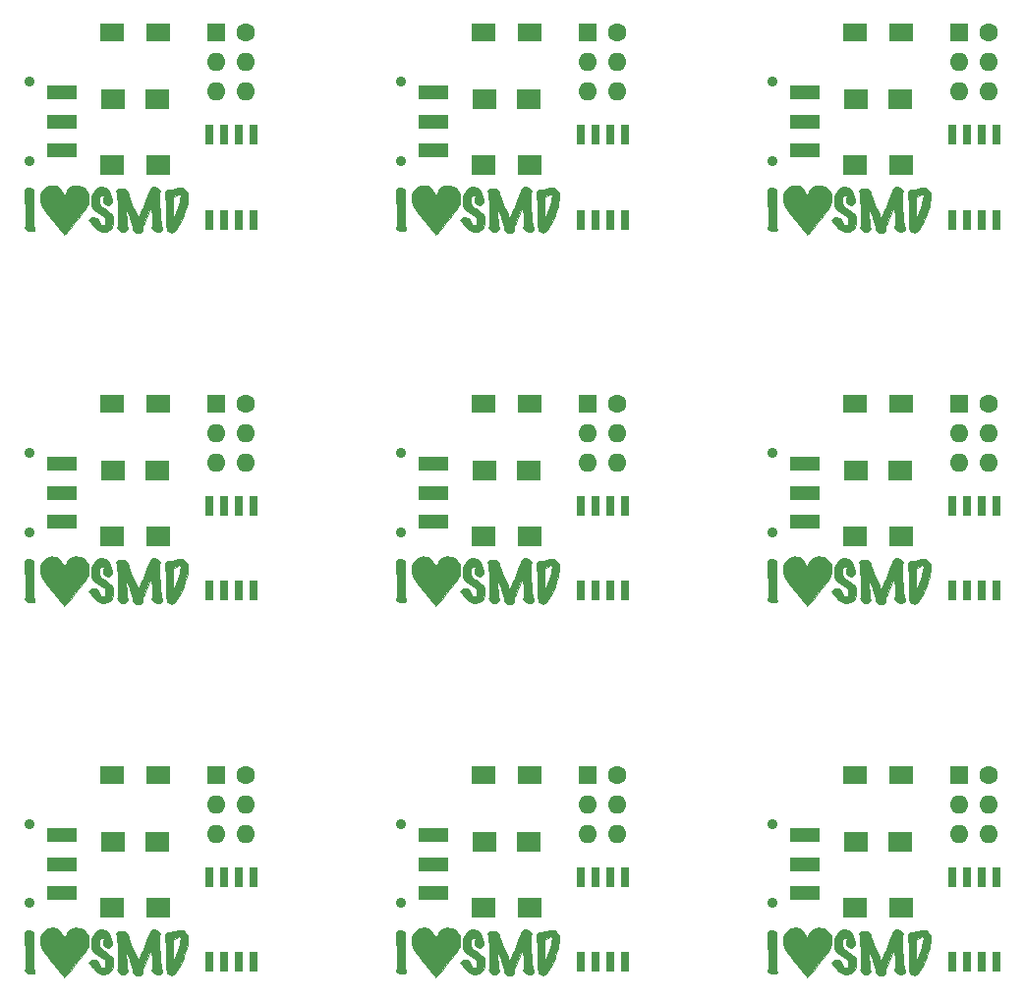
<source format=gts>
%MOIN*%
%OFA0B0*%
%FSLAX46Y46*%
%IPPOS*%
%LPD*%
%ADD10C,0.0039370078740157488*%
%ADD11C,0.00039370078740157485*%
%ADD12C,0.035433070866141732*%
%ADD13R,0.0984251968503937X0.047244094488188976*%
%ADD14R,0.07874015748031496X0.0709*%
%ADD15R,0.07874015748031496X0.062992125984251982*%
%ADD16R,0.062992125984251982X0.062992125984251982*%
%ADD17C,0.062992125984251982*%
%ADD18O,0.062992125984251982X0.062992125984251982*%
%ADD19R,0.07874015748031496X0.066929133858267723*%
%ADD20R,0.025590551181102365X0.066929133858267723*%
%ADD31C,0.0039370078740157488*%
%ADD32C,0.00039370078740157485*%
%ADD33C,0.035433070866141732*%
%ADD34R,0.0984251968503937X0.047244094488188976*%
%ADD35R,0.07874015748031496X0.0709*%
%ADD36R,0.07874015748031496X0.062992125984251982*%
%ADD37R,0.062992125984251982X0.062992125984251982*%
%ADD38C,0.062992125984251982*%
%ADD39O,0.062992125984251982X0.062992125984251982*%
%ADD40R,0.07874015748031496X0.066929133858267723*%
%ADD41R,0.025590551181102365X0.066929133858267723*%
%ADD42C,0.0039370078740157488*%
%ADD43C,0.00039370078740157485*%
%ADD44C,0.035433070866141732*%
%ADD45R,0.0984251968503937X0.047244094488188976*%
%ADD46R,0.07874015748031496X0.0709*%
%ADD47R,0.07874015748031496X0.062992125984251982*%
%ADD48R,0.062992125984251982X0.062992125984251982*%
%ADD49C,0.062992125984251982*%
%ADD50O,0.062992125984251982X0.062992125984251982*%
%ADD51R,0.07874015748031496X0.066929133858267723*%
%ADD52R,0.025590551181102365X0.066929133858267723*%
%ADD53C,0.0039370078740157488*%
%ADD54C,0.00039370078740157485*%
%ADD55C,0.035433070866141732*%
%ADD56R,0.0984251968503937X0.047244094488188976*%
%ADD57R,0.07874015748031496X0.0709*%
%ADD58R,0.07874015748031496X0.062992125984251982*%
%ADD59R,0.062992125984251982X0.062992125984251982*%
%ADD60C,0.062992125984251982*%
%ADD61O,0.062992125984251982X0.062992125984251982*%
%ADD62R,0.07874015748031496X0.066929133858267723*%
%ADD63R,0.025590551181102365X0.066929133858267723*%
%ADD64C,0.0039370078740157488*%
%ADD65C,0.00039370078740157485*%
%ADD66C,0.035433070866141732*%
%ADD67R,0.0984251968503937X0.047244094488188976*%
%ADD68R,0.07874015748031496X0.0709*%
%ADD69R,0.07874015748031496X0.062992125984251982*%
%ADD70R,0.062992125984251982X0.062992125984251982*%
%ADD71C,0.062992125984251982*%
%ADD72O,0.062992125984251982X0.062992125984251982*%
%ADD73R,0.07874015748031496X0.066929133858267723*%
%ADD74R,0.025590551181102365X0.066929133858267723*%
%ADD75C,0.0039370078740157488*%
%ADD76C,0.00039370078740157485*%
%ADD77C,0.035433070866141732*%
%ADD78R,0.0984251968503937X0.047244094488188976*%
%ADD79R,0.07874015748031496X0.0709*%
%ADD80R,0.07874015748031496X0.062992125984251982*%
%ADD81R,0.062992125984251982X0.062992125984251982*%
%ADD82C,0.062992125984251982*%
%ADD83O,0.062992125984251982X0.062992125984251982*%
%ADD84R,0.07874015748031496X0.066929133858267723*%
%ADD85R,0.025590551181102365X0.066929133858267723*%
%ADD86C,0.0039370078740157488*%
%ADD87C,0.00039370078740157485*%
%ADD88C,0.035433070866141732*%
%ADD89R,0.0984251968503937X0.047244094488188976*%
%ADD90R,0.07874015748031496X0.0709*%
%ADD91R,0.07874015748031496X0.062992125984251982*%
%ADD92R,0.062992125984251982X0.062992125984251982*%
%ADD93C,0.062992125984251982*%
%ADD94O,0.062992125984251982X0.062992125984251982*%
%ADD95R,0.07874015748031496X0.066929133858267723*%
%ADD96R,0.025590551181102365X0.066929133858267723*%
%ADD97C,0.0039370078740157488*%
%ADD98C,0.00039370078740157485*%
%ADD99C,0.035433070866141732*%
%ADD100R,0.0984251968503937X0.047244094488188976*%
%ADD101R,0.07874015748031496X0.0709*%
%ADD102R,0.07874015748031496X0.062992125984251982*%
%ADD103R,0.062992125984251982X0.062992125984251982*%
%ADD104C,0.062992125984251982*%
%ADD105O,0.062992125984251982X0.062992125984251982*%
%ADD106R,0.07874015748031496X0.066929133858267723*%
%ADD107R,0.025590551181102365X0.066929133858267723*%
%ADD108C,0.0039370078740157488*%
%ADD109C,0.00039370078740157485*%
%ADD110C,0.035433070866141732*%
%ADD111R,0.0984251968503937X0.047244094488188976*%
%ADD112R,0.07874015748031496X0.0709*%
%ADD113R,0.07874015748031496X0.062992125984251982*%
%ADD114R,0.062992125984251982X0.062992125984251982*%
%ADD115C,0.062992125984251982*%
%ADD116O,0.062992125984251982X0.062992125984251982*%
%ADD117R,0.07874015748031496X0.066929133858267723*%
%ADD118R,0.025590551181102365X0.066929133858267723*%
G01G01*
D10*
D11*
G36*
X0000459485Y0000236860D02*
X0000468888Y0000233872D01*
X0000477776Y0000228246D01*
X0000485776Y0000219900D01*
X0000485941Y0000219683D01*
X0000491309Y0000210589D01*
X0000494022Y0000200786D01*
X0000494187Y0000189771D01*
X0000493491Y0000184474D01*
X0000492453Y0000179134D01*
X0000491104Y0000174146D01*
X0000489254Y0000169211D01*
X0000486709Y0000164028D01*
X0000483277Y0000158298D01*
X0000478766Y0000151720D01*
X0000472983Y0000143994D01*
X0000465737Y0000134822D01*
X0000456834Y0000123901D01*
X0000447191Y0000112265D01*
X0000439020Y0000102488D01*
X0000431450Y0000093506D01*
X0000424710Y0000085584D01*
X0000419028Y0000078987D01*
X0000414632Y0000073979D01*
X0000411749Y0000070824D01*
X0000410616Y0000069784D01*
X0000409408Y0000070951D01*
X0000406494Y0000074238D01*
X0000402102Y0000079371D01*
X0000396462Y0000086079D01*
X0000389802Y0000094089D01*
X0000382353Y0000103129D01*
X0000375617Y0000111364D01*
X0000367411Y0000121510D01*
X0000359622Y0000131296D01*
X0000352521Y0000140370D01*
X0000346379Y0000148379D01*
X0000341467Y0000154971D01*
X0000338056Y0000159795D01*
X0000336695Y0000161950D01*
X0000332256Y0000171759D01*
X0000329277Y0000182285D01*
X0000327950Y0000192558D01*
X0000328471Y0000201605D01*
X0000328616Y0000202332D01*
X0000332470Y0000213535D01*
X0000338788Y0000223023D01*
X0000345005Y0000228826D01*
X0000352684Y0000233807D01*
X0000360170Y0000236500D01*
X0000368683Y0000237270D01*
X0000372661Y0000237121D01*
X0000379329Y0000236333D01*
X0000384397Y0000234676D01*
X0000388942Y0000231952D01*
X0000396295Y0000225324D01*
X0000402838Y0000216696D01*
X0000407786Y0000207142D01*
X0000408532Y0000205165D01*
X0000411275Y0000197377D01*
X0000413231Y0000203931D01*
X0000417859Y0000215068D01*
X0000424218Y0000224053D01*
X0000431935Y0000230806D01*
X0000440635Y0000235246D01*
X0000449943Y0000237291D01*
X0000459485Y0000236860D01*
X0000459485Y0000236860D01*
G37*
X0000459485Y0000236860D02*
X0000468888Y0000233872D01*
X0000477776Y0000228246D01*
X0000485776Y0000219900D01*
X0000485941Y0000219683D01*
X0000491309Y0000210589D01*
X0000494022Y0000200786D01*
X0000494187Y0000189771D01*
X0000493491Y0000184474D01*
X0000492453Y0000179134D01*
X0000491104Y0000174146D01*
X0000489254Y0000169211D01*
X0000486709Y0000164028D01*
X0000483277Y0000158298D01*
X0000478766Y0000151720D01*
X0000472983Y0000143994D01*
X0000465737Y0000134822D01*
X0000456834Y0000123901D01*
X0000447191Y0000112265D01*
X0000439020Y0000102488D01*
X0000431450Y0000093506D01*
X0000424710Y0000085584D01*
X0000419028Y0000078987D01*
X0000414632Y0000073979D01*
X0000411749Y0000070824D01*
X0000410616Y0000069784D01*
X0000409408Y0000070951D01*
X0000406494Y0000074238D01*
X0000402102Y0000079371D01*
X0000396462Y0000086079D01*
X0000389802Y0000094089D01*
X0000382353Y0000103129D01*
X0000375617Y0000111364D01*
X0000367411Y0000121510D01*
X0000359622Y0000131296D01*
X0000352521Y0000140370D01*
X0000346379Y0000148379D01*
X0000341467Y0000154971D01*
X0000338056Y0000159795D01*
X0000336695Y0000161950D01*
X0000332256Y0000171759D01*
X0000329277Y0000182285D01*
X0000327950Y0000192558D01*
X0000328471Y0000201605D01*
X0000328616Y0000202332D01*
X0000332470Y0000213535D01*
X0000338788Y0000223023D01*
X0000345005Y0000228826D01*
X0000352684Y0000233807D01*
X0000360170Y0000236500D01*
X0000368683Y0000237270D01*
X0000372661Y0000237121D01*
X0000379329Y0000236333D01*
X0000384397Y0000234676D01*
X0000388942Y0000231952D01*
X0000396295Y0000225324D01*
X0000402838Y0000216696D01*
X0000407786Y0000207142D01*
X0000408532Y0000205165D01*
X0000411275Y0000197377D01*
X0000413231Y0000203931D01*
X0000417859Y0000215068D01*
X0000424218Y0000224053D01*
X0000431935Y0000230806D01*
X0000440635Y0000235246D01*
X0000449943Y0000237291D01*
X0000459485Y0000236860D01*
G36*
X0000717526Y0000230800D02*
X0000723224Y0000229080D01*
X0000729314Y0000225531D01*
X0000733304Y0000221116D01*
X0000734948Y0000216338D01*
X0000733997Y0000211702D01*
X0000732692Y0000209836D01*
X0000732127Y0000208820D01*
X0000731742Y0000207037D01*
X0000731545Y0000204182D01*
X0000731545Y0000199949D01*
X0000731750Y0000194032D01*
X0000732169Y0000186128D01*
X0000732811Y0000175930D01*
X0000733685Y0000163134D01*
X0000734252Y0000155099D01*
X0000735297Y0000140641D01*
X0000736197Y0000128911D01*
X0000736991Y0000119568D01*
X0000737719Y0000112269D01*
X0000738421Y0000106671D01*
X0000739139Y0000102433D01*
X0000739911Y0000099211D01*
X0000740779Y0000096664D01*
X0000741250Y0000095561D01*
X0000743114Y0000091178D01*
X0000743691Y0000088433D01*
X0000743055Y0000086205D01*
X0000741978Y0000084431D01*
X0000737891Y0000080814D01*
X0000732083Y0000079126D01*
X0000725237Y0000079373D01*
X0000718037Y0000081561D01*
X0000713313Y0000084145D01*
X0000708621Y0000088272D01*
X0000706838Y0000092812D01*
X0000707800Y0000098317D01*
X0000708548Y0000100126D01*
X0000709401Y0000102443D01*
X0000709915Y0000105233D01*
X0000710096Y0000109041D01*
X0000709951Y0000114409D01*
X0000709487Y0000121879D01*
X0000708922Y0000129357D01*
X0000708048Y0000140808D01*
X0000707327Y0000149477D01*
X0000706578Y0000155366D01*
X0000705617Y0000158478D01*
X0000704263Y0000158814D01*
X0000702333Y0000156375D01*
X0000699645Y0000151164D01*
X0000696017Y0000143182D01*
X0000691266Y0000132431D01*
X0000689987Y0000129547D01*
X0000685181Y0000118680D01*
X0000681519Y0000110217D01*
X0000678864Y0000103765D01*
X0000677077Y0000098932D01*
X0000676022Y0000095325D01*
X0000675559Y0000092551D01*
X0000675552Y0000090217D01*
X0000675713Y0000088842D01*
X0000676064Y0000084328D01*
X0000675149Y0000081383D01*
X0000673165Y0000079141D01*
X0000669837Y0000076796D01*
X0000666991Y0000075869D01*
X0000663434Y0000075512D01*
X0000662281Y0000075240D01*
X0000659452Y0000075204D01*
X0000655466Y0000075990D01*
X0000655360Y0000076020D01*
X0000650031Y0000078736D01*
X0000645778Y0000083039D01*
X0000643279Y0000088060D01*
X0000642985Y0000091915D01*
X0000642837Y0000094799D01*
X0000641746Y0000099600D01*
X0000639642Y0000106542D01*
X0000636457Y0000115851D01*
X0000632122Y0000127752D01*
X0000631965Y0000128176D01*
X0000628100Y0000138480D01*
X0000625139Y0000146137D01*
X0000622964Y0000151403D01*
X0000621455Y0000154532D01*
X0000620493Y0000155780D01*
X0000619959Y0000155401D01*
X0000619775Y0000154284D01*
X0000619742Y0000150863D01*
X0000619960Y0000145177D01*
X0000620382Y0000137832D01*
X0000620959Y0000129431D01*
X0000621642Y0000120581D01*
X0000622383Y0000111886D01*
X0000623132Y0000103951D01*
X0000623842Y0000097381D01*
X0000624463Y0000092781D01*
X0000624872Y0000090902D01*
X0000624610Y0000087821D01*
X0000622236Y0000084395D01*
X0000618529Y0000081330D01*
X0000614267Y0000079335D01*
X0000611714Y0000078946D01*
X0000605399Y0000080224D01*
X0000599069Y0000083562D01*
X0000593969Y0000088210D01*
X0000592397Y0000090550D01*
X0000590721Y0000094080D01*
X0000590623Y0000096475D01*
X0000592080Y0000099227D01*
X0000592248Y0000099485D01*
X0000592938Y0000100734D01*
X0000593463Y0000102343D01*
X0000593826Y0000104643D01*
X0000594029Y0000107964D01*
X0000594073Y0000112637D01*
X0000593961Y0000118991D01*
X0000593693Y0000127359D01*
X0000593273Y0000138069D01*
X0000592701Y0000151453D01*
X0000592562Y0000154630D01*
X0000591917Y0000168220D01*
X0000591227Y0000180667D01*
X0000590521Y0000191610D01*
X0000589823Y0000200686D01*
X0000589161Y0000207532D01*
X0000588559Y0000211785D01*
X0000588377Y0000212562D01*
X0000587301Y0000216785D01*
X0000587439Y0000219337D01*
X0000589076Y0000221479D01*
X0000590728Y0000222947D01*
X0000595835Y0000225737D01*
X0000602045Y0000226794D01*
X0000608669Y0000226315D01*
X0000615023Y0000224499D01*
X0000620420Y0000221542D01*
X0000624174Y0000217642D01*
X0000625597Y0000212998D01*
X0000625597Y0000212908D01*
X0000626143Y0000210726D01*
X0000627676Y0000206229D01*
X0000630025Y0000199840D01*
X0000633018Y0000191984D01*
X0000636487Y0000183085D01*
X0000640259Y0000173566D01*
X0000644165Y0000163851D01*
X0000648034Y0000154365D01*
X0000651694Y0000145530D01*
X0000654975Y0000137771D01*
X0000657707Y0000131511D01*
X0000659719Y0000127175D01*
X0000660840Y0000125186D01*
X0000660957Y0000125105D01*
X0000661914Y0000126468D01*
X0000663845Y0000130284D01*
X0000666578Y0000136148D01*
X0000669945Y0000143656D01*
X0000673775Y0000152405D01*
X0000677897Y0000161989D01*
X0000682142Y0000172005D01*
X0000686338Y0000182050D01*
X0000690316Y0000191718D01*
X0000693906Y0000200606D01*
X0000696937Y0000208310D01*
X0000699239Y0000214425D01*
X0000700641Y0000218548D01*
X0000701002Y0000220129D01*
X0000702277Y0000225462D01*
X0000705781Y0000229148D01*
X0000711026Y0000230993D01*
X0000717526Y0000230800D01*
X0000717526Y0000230800D01*
G37*
X0000717526Y0000230800D02*
X0000723224Y0000229080D01*
X0000729314Y0000225531D01*
X0000733304Y0000221116D01*
X0000734948Y0000216338D01*
X0000733997Y0000211702D01*
X0000732692Y0000209836D01*
X0000732127Y0000208820D01*
X0000731742Y0000207037D01*
X0000731545Y0000204182D01*
X0000731545Y0000199949D01*
X0000731750Y0000194032D01*
X0000732169Y0000186128D01*
X0000732811Y0000175930D01*
X0000733685Y0000163134D01*
X0000734252Y0000155099D01*
X0000735297Y0000140641D01*
X0000736197Y0000128911D01*
X0000736991Y0000119568D01*
X0000737719Y0000112269D01*
X0000738421Y0000106671D01*
X0000739139Y0000102433D01*
X0000739911Y0000099211D01*
X0000740779Y0000096664D01*
X0000741250Y0000095561D01*
X0000743114Y0000091178D01*
X0000743691Y0000088433D01*
X0000743055Y0000086205D01*
X0000741978Y0000084431D01*
X0000737891Y0000080814D01*
X0000732083Y0000079126D01*
X0000725237Y0000079373D01*
X0000718037Y0000081561D01*
X0000713313Y0000084145D01*
X0000708621Y0000088272D01*
X0000706838Y0000092812D01*
X0000707800Y0000098317D01*
X0000708548Y0000100126D01*
X0000709401Y0000102443D01*
X0000709915Y0000105233D01*
X0000710096Y0000109041D01*
X0000709951Y0000114409D01*
X0000709487Y0000121879D01*
X0000708922Y0000129357D01*
X0000708048Y0000140808D01*
X0000707327Y0000149477D01*
X0000706578Y0000155366D01*
X0000705617Y0000158478D01*
X0000704263Y0000158814D01*
X0000702333Y0000156375D01*
X0000699645Y0000151164D01*
X0000696017Y0000143182D01*
X0000691266Y0000132431D01*
X0000689987Y0000129547D01*
X0000685181Y0000118680D01*
X0000681519Y0000110217D01*
X0000678864Y0000103765D01*
X0000677077Y0000098932D01*
X0000676022Y0000095325D01*
X0000675559Y0000092551D01*
X0000675552Y0000090217D01*
X0000675713Y0000088842D01*
X0000676064Y0000084328D01*
X0000675149Y0000081383D01*
X0000673165Y0000079141D01*
X0000669837Y0000076796D01*
X0000666991Y0000075869D01*
X0000663434Y0000075512D01*
X0000662281Y0000075240D01*
X0000659452Y0000075204D01*
X0000655466Y0000075990D01*
X0000655360Y0000076020D01*
X0000650031Y0000078736D01*
X0000645778Y0000083039D01*
X0000643279Y0000088060D01*
X0000642985Y0000091915D01*
X0000642837Y0000094799D01*
X0000641746Y0000099600D01*
X0000639642Y0000106542D01*
X0000636457Y0000115851D01*
X0000632122Y0000127752D01*
X0000631965Y0000128176D01*
X0000628100Y0000138480D01*
X0000625139Y0000146137D01*
X0000622964Y0000151403D01*
X0000621455Y0000154532D01*
X0000620493Y0000155780D01*
X0000619959Y0000155401D01*
X0000619775Y0000154284D01*
X0000619742Y0000150863D01*
X0000619960Y0000145177D01*
X0000620382Y0000137832D01*
X0000620959Y0000129431D01*
X0000621642Y0000120581D01*
X0000622383Y0000111886D01*
X0000623132Y0000103951D01*
X0000623842Y0000097381D01*
X0000624463Y0000092781D01*
X0000624872Y0000090902D01*
X0000624610Y0000087821D01*
X0000622236Y0000084395D01*
X0000618529Y0000081330D01*
X0000614267Y0000079335D01*
X0000611714Y0000078946D01*
X0000605399Y0000080224D01*
X0000599069Y0000083562D01*
X0000593969Y0000088210D01*
X0000592397Y0000090550D01*
X0000590721Y0000094080D01*
X0000590623Y0000096475D01*
X0000592080Y0000099227D01*
X0000592248Y0000099485D01*
X0000592938Y0000100734D01*
X0000593463Y0000102343D01*
X0000593826Y0000104643D01*
X0000594029Y0000107964D01*
X0000594073Y0000112637D01*
X0000593961Y0000118991D01*
X0000593693Y0000127359D01*
X0000593273Y0000138069D01*
X0000592701Y0000151453D01*
X0000592562Y0000154630D01*
X0000591917Y0000168220D01*
X0000591227Y0000180667D01*
X0000590521Y0000191610D01*
X0000589823Y0000200686D01*
X0000589161Y0000207532D01*
X0000588559Y0000211785D01*
X0000588377Y0000212562D01*
X0000587301Y0000216785D01*
X0000587439Y0000219337D01*
X0000589076Y0000221479D01*
X0000590728Y0000222947D01*
X0000595835Y0000225737D01*
X0000602045Y0000226794D01*
X0000608669Y0000226315D01*
X0000615023Y0000224499D01*
X0000620420Y0000221542D01*
X0000624174Y0000217642D01*
X0000625597Y0000212998D01*
X0000625597Y0000212908D01*
X0000626143Y0000210726D01*
X0000627676Y0000206229D01*
X0000630025Y0000199840D01*
X0000633018Y0000191984D01*
X0000636487Y0000183085D01*
X0000640259Y0000173566D01*
X0000644165Y0000163851D01*
X0000648034Y0000154365D01*
X0000651694Y0000145530D01*
X0000654975Y0000137771D01*
X0000657707Y0000131511D01*
X0000659719Y0000127175D01*
X0000660840Y0000125186D01*
X0000660957Y0000125105D01*
X0000661914Y0000126468D01*
X0000663845Y0000130284D01*
X0000666578Y0000136148D01*
X0000669945Y0000143656D01*
X0000673775Y0000152405D01*
X0000677897Y0000161989D01*
X0000682142Y0000172005D01*
X0000686338Y0000182050D01*
X0000690316Y0000191718D01*
X0000693906Y0000200606D01*
X0000696937Y0000208310D01*
X0000699239Y0000214425D01*
X0000700641Y0000218548D01*
X0000701002Y0000220129D01*
X0000702277Y0000225462D01*
X0000705781Y0000229148D01*
X0000711026Y0000230993D01*
X0000717526Y0000230800D01*
G36*
X0000812052Y0000227790D02*
X0000818261Y0000223667D01*
X0000824070Y0000216947D01*
X0000825232Y0000215269D01*
X0000828370Y0000209946D01*
X0000829864Y0000205195D01*
X0000830232Y0000199642D01*
X0000829538Y0000190723D01*
X0000827585Y0000179696D01*
X0000824568Y0000167163D01*
X0000820682Y0000153727D01*
X0000816122Y0000139991D01*
X0000811083Y0000126559D01*
X0000805760Y0000114032D01*
X0000800348Y0000103015D01*
X0000797209Y0000097495D01*
X0000793683Y0000092353D01*
X0000789469Y0000087173D01*
X0000785145Y0000082563D01*
X0000781290Y0000079127D01*
X0000778481Y0000077472D01*
X0000778046Y0000077407D01*
X0000775385Y0000076941D01*
X0000774589Y0000076694D01*
X0000771843Y0000076779D01*
X0000768045Y0000077969D01*
X0000767925Y0000078022D01*
X0000764549Y0000079619D01*
X0000761976Y0000081315D01*
X0000760088Y0000083531D01*
X0000758767Y0000086691D01*
X0000757895Y0000091217D01*
X0000757353Y0000097531D01*
X0000757024Y0000106056D01*
X0000756788Y0000117213D01*
X0000756777Y0000117854D01*
X0000756494Y0000130932D01*
X0000756119Y0000144295D01*
X0000755671Y0000157525D01*
X0000755169Y0000170201D01*
X0000754632Y0000181905D01*
X0000754079Y0000192215D01*
X0000753839Y0000195936D01*
X0000779463Y0000195936D01*
X0000779463Y0000162182D01*
X0000779508Y0000149600D01*
X0000779653Y0000139831D01*
X0000779914Y0000132610D01*
X0000780306Y0000127675D01*
X0000780844Y0000124761D01*
X0000781546Y0000123606D01*
X0000781747Y0000123561D01*
X0000782378Y0000124929D01*
X0000783840Y0000128701D01*
X0000785947Y0000134375D01*
X0000788512Y0000141453D01*
X0000789952Y0000145484D01*
X0000794715Y0000159134D01*
X0000798413Y0000170321D01*
X0000801149Y0000179426D01*
X0000803029Y0000186833D01*
X0000804159Y0000192922D01*
X0000804643Y0000198075D01*
X0000804670Y0000198946D01*
X0000804632Y0000203873D01*
X0000804083Y0000206507D01*
X0000802767Y0000207622D01*
X0000801722Y0000207855D01*
X0000798948Y0000207273D01*
X0000794567Y0000205322D01*
X0000789484Y0000202410D01*
X0000789030Y0000202119D01*
X0000779463Y0000195936D01*
X0000753839Y0000195936D01*
X0000753531Y0000200713D01*
X0000753005Y0000206979D01*
X0000752522Y0000210593D01*
X0000752517Y0000210616D01*
X0000752208Y0000213987D01*
X0000753425Y0000216627D01*
X0000756554Y0000219620D01*
X0000760229Y0000222288D01*
X0000763613Y0000223267D01*
X0000768297Y0000222996D01*
X0000768615Y0000222955D01*
X0000773932Y0000222768D01*
X0000779741Y0000223763D01*
X0000786386Y0000225842D01*
X0000796579Y0000228751D01*
X0000804980Y0000229443D01*
X0000812052Y0000227790D01*
X0000812052Y0000227790D01*
G37*
X0000812052Y0000227790D02*
X0000818261Y0000223667D01*
X0000824070Y0000216947D01*
X0000825232Y0000215269D01*
X0000828370Y0000209946D01*
X0000829864Y0000205195D01*
X0000830232Y0000199642D01*
X0000829538Y0000190723D01*
X0000827585Y0000179696D01*
X0000824568Y0000167163D01*
X0000820682Y0000153727D01*
X0000816122Y0000139991D01*
X0000811083Y0000126559D01*
X0000805760Y0000114032D01*
X0000800348Y0000103015D01*
X0000797209Y0000097495D01*
X0000793683Y0000092353D01*
X0000789469Y0000087173D01*
X0000785145Y0000082563D01*
X0000781290Y0000079127D01*
X0000778481Y0000077472D01*
X0000778046Y0000077407D01*
X0000775385Y0000076941D01*
X0000774589Y0000076694D01*
X0000771843Y0000076779D01*
X0000768045Y0000077969D01*
X0000767925Y0000078022D01*
X0000764549Y0000079619D01*
X0000761976Y0000081315D01*
X0000760088Y0000083531D01*
X0000758767Y0000086691D01*
X0000757895Y0000091217D01*
X0000757353Y0000097531D01*
X0000757024Y0000106056D01*
X0000756788Y0000117213D01*
X0000756777Y0000117854D01*
X0000756494Y0000130932D01*
X0000756119Y0000144295D01*
X0000755671Y0000157525D01*
X0000755169Y0000170201D01*
X0000754632Y0000181905D01*
X0000754079Y0000192215D01*
X0000753839Y0000195936D01*
X0000779463Y0000195936D01*
X0000779463Y0000162182D01*
X0000779508Y0000149600D01*
X0000779653Y0000139831D01*
X0000779914Y0000132610D01*
X0000780306Y0000127675D01*
X0000780844Y0000124761D01*
X0000781546Y0000123606D01*
X0000781747Y0000123561D01*
X0000782378Y0000124929D01*
X0000783840Y0000128701D01*
X0000785947Y0000134375D01*
X0000788512Y0000141453D01*
X0000789952Y0000145484D01*
X0000794715Y0000159134D01*
X0000798413Y0000170321D01*
X0000801149Y0000179426D01*
X0000803029Y0000186833D01*
X0000804159Y0000192922D01*
X0000804643Y0000198075D01*
X0000804670Y0000198946D01*
X0000804632Y0000203873D01*
X0000804083Y0000206507D01*
X0000802767Y0000207622D01*
X0000801722Y0000207855D01*
X0000798948Y0000207273D01*
X0000794567Y0000205322D01*
X0000789484Y0000202410D01*
X0000789030Y0000202119D01*
X0000779463Y0000195936D01*
X0000753839Y0000195936D01*
X0000753531Y0000200713D01*
X0000753005Y0000206979D01*
X0000752522Y0000210593D01*
X0000752517Y0000210616D01*
X0000752208Y0000213987D01*
X0000753425Y0000216627D01*
X0000756554Y0000219620D01*
X0000760229Y0000222288D01*
X0000763613Y0000223267D01*
X0000768297Y0000222996D01*
X0000768615Y0000222955D01*
X0000773932Y0000222768D01*
X0000779741Y0000223763D01*
X0000786386Y0000225842D01*
X0000796579Y0000228751D01*
X0000804980Y0000229443D01*
X0000812052Y0000227790D01*
G36*
X0000548559Y0000230112D02*
X0000556479Y0000225929D01*
X0000562767Y0000219186D01*
X0000567371Y0000209937D01*
X0000570131Y0000198912D01*
X0000571464Y0000188293D01*
X0000571517Y0000180301D01*
X0000570210Y0000174729D01*
X0000567466Y0000171371D01*
X0000563205Y0000170021D01*
X0000559133Y0000170179D01*
X0000552676Y0000172380D01*
X0000547532Y0000176649D01*
X0000544136Y0000182290D01*
X0000542926Y0000188608D01*
X0000544046Y0000194252D01*
X0000545191Y0000197998D01*
X0000544641Y0000200479D01*
X0000544077Y0000201255D01*
X0000540825Y0000203362D01*
X0000537233Y0000202849D01*
X0000533749Y0000200071D01*
X0000530817Y0000195383D01*
X0000528885Y0000189151D01*
X0000528126Y0000181456D01*
X0000529167Y0000174913D01*
X0000532274Y0000169118D01*
X0000537710Y0000163667D01*
X0000545740Y0000158154D01*
X0000551184Y0000155044D01*
X0000560571Y0000149324D01*
X0000567400Y0000143632D01*
X0000572144Y0000137473D01*
X0000575277Y0000130348D01*
X0000575551Y0000129457D01*
X0000577572Y0000117944D01*
X0000576818Y0000106837D01*
X0000573363Y0000096613D01*
X0000569504Y0000090400D01*
X0000563065Y0000084379D01*
X0000554915Y0000080496D01*
X0000545696Y0000078911D01*
X0000536052Y0000079780D01*
X0000531594Y0000081068D01*
X0000522309Y0000085822D01*
X0000514527Y0000093036D01*
X0000511506Y0000097023D01*
X0000507630Y0000102081D01*
X0000503340Y0000106859D01*
X0000501444Y0000108670D01*
X0000497877Y0000112136D01*
X0000495226Y0000115299D01*
X0000494735Y0000116080D01*
X0000494074Y0000119939D01*
X0000496069Y0000123368D01*
X0000500305Y0000126072D01*
X0000506364Y0000127757D01*
X0000511915Y0000128176D01*
X0000517246Y0000127297D01*
X0000521892Y0000124425D01*
X0000526238Y0000119213D01*
X0000530673Y0000111312D01*
X0000530702Y0000111253D01*
X0000533429Y0000105984D01*
X0000535548Y0000102908D01*
X0000537659Y0000101390D01*
X0000540365Y0000100798D01*
X0000540654Y0000100768D01*
X0000544131Y0000100791D01*
X0000546215Y0000102253D01*
X0000547961Y0000105719D01*
X0000549940Y0000112822D01*
X0000549768Y0000120249D01*
X0000548588Y0000125573D01*
X0000547602Y0000128423D01*
X0000546096Y0000130645D01*
X0000543476Y0000132726D01*
X0000539149Y0000135156D01*
X0000533652Y0000137877D01*
X0000522036Y0000144497D01*
X0000513277Y0000151838D01*
X0000507188Y0000160167D01*
X0000503581Y0000169749D01*
X0000502271Y0000180849D01*
X0000502260Y0000182534D01*
X0000503386Y0000194739D01*
X0000506461Y0000205739D01*
X0000511243Y0000215213D01*
X0000517491Y0000222837D01*
X0000524961Y0000228288D01*
X0000533414Y0000231243D01*
X0000539061Y0000231679D01*
X0000548559Y0000230112D01*
X0000548559Y0000230112D01*
G37*
X0000548559Y0000230112D02*
X0000556479Y0000225929D01*
X0000562767Y0000219186D01*
X0000567371Y0000209937D01*
X0000570131Y0000198912D01*
X0000571464Y0000188293D01*
X0000571517Y0000180301D01*
X0000570210Y0000174729D01*
X0000567466Y0000171371D01*
X0000563205Y0000170021D01*
X0000559133Y0000170179D01*
X0000552676Y0000172380D01*
X0000547532Y0000176649D01*
X0000544136Y0000182290D01*
X0000542926Y0000188608D01*
X0000544046Y0000194252D01*
X0000545191Y0000197998D01*
X0000544641Y0000200479D01*
X0000544077Y0000201255D01*
X0000540825Y0000203362D01*
X0000537233Y0000202849D01*
X0000533749Y0000200071D01*
X0000530817Y0000195383D01*
X0000528885Y0000189151D01*
X0000528126Y0000181456D01*
X0000529167Y0000174913D01*
X0000532274Y0000169118D01*
X0000537710Y0000163667D01*
X0000545740Y0000158154D01*
X0000551184Y0000155044D01*
X0000560571Y0000149324D01*
X0000567400Y0000143632D01*
X0000572144Y0000137473D01*
X0000575277Y0000130348D01*
X0000575551Y0000129457D01*
X0000577572Y0000117944D01*
X0000576818Y0000106837D01*
X0000573363Y0000096613D01*
X0000569504Y0000090400D01*
X0000563065Y0000084379D01*
X0000554915Y0000080496D01*
X0000545696Y0000078911D01*
X0000536052Y0000079780D01*
X0000531594Y0000081068D01*
X0000522309Y0000085822D01*
X0000514527Y0000093036D01*
X0000511506Y0000097023D01*
X0000507630Y0000102081D01*
X0000503340Y0000106859D01*
X0000501444Y0000108670D01*
X0000497877Y0000112136D01*
X0000495226Y0000115299D01*
X0000494735Y0000116080D01*
X0000494074Y0000119939D01*
X0000496069Y0000123368D01*
X0000500305Y0000126072D01*
X0000506364Y0000127757D01*
X0000511915Y0000128176D01*
X0000517246Y0000127297D01*
X0000521892Y0000124425D01*
X0000526238Y0000119213D01*
X0000530673Y0000111312D01*
X0000530702Y0000111253D01*
X0000533429Y0000105984D01*
X0000535548Y0000102908D01*
X0000537659Y0000101390D01*
X0000540365Y0000100798D01*
X0000540654Y0000100768D01*
X0000544131Y0000100791D01*
X0000546215Y0000102253D01*
X0000547961Y0000105719D01*
X0000549940Y0000112822D01*
X0000549768Y0000120249D01*
X0000548588Y0000125573D01*
X0000547602Y0000128423D01*
X0000546096Y0000130645D01*
X0000543476Y0000132726D01*
X0000539149Y0000135156D01*
X0000533652Y0000137877D01*
X0000522036Y0000144497D01*
X0000513277Y0000151838D01*
X0000507188Y0000160167D01*
X0000503581Y0000169749D01*
X0000502271Y0000180849D01*
X0000502260Y0000182534D01*
X0000503386Y0000194739D01*
X0000506461Y0000205739D01*
X0000511243Y0000215213D01*
X0000517491Y0000222837D01*
X0000524961Y0000228288D01*
X0000533414Y0000231243D01*
X0000539061Y0000231679D01*
X0000548559Y0000230112D01*
G36*
X0000295133Y0000228435D02*
X0000299442Y0000226649D01*
X0000304653Y0000223417D01*
X0000307154Y0000220104D01*
X0000307261Y0000216066D01*
X0000306237Y0000212852D01*
X0000305665Y0000210982D01*
X0000305231Y0000208378D01*
X0000304930Y0000204731D01*
X0000304759Y0000199730D01*
X0000304714Y0000193066D01*
X0000304793Y0000184430D01*
X0000304990Y0000173510D01*
X0000305304Y0000159998D01*
X0000305526Y0000151253D01*
X0000305891Y0000138157D01*
X0000306279Y0000125826D01*
X0000306674Y0000114651D01*
X0000307062Y0000105020D01*
X0000307426Y0000097322D01*
X0000307751Y0000091945D01*
X0000308007Y0000089355D01*
X0000308450Y0000085486D01*
X0000307624Y0000083449D01*
X0000305046Y0000082098D01*
X0000304913Y0000082047D01*
X0000299556Y0000080750D01*
X0000293787Y0000081107D01*
X0000288321Y0000082525D01*
X0000281579Y0000085533D01*
X0000277588Y0000089380D01*
X0000276450Y0000093899D01*
X0000278188Y0000098796D01*
X0000278666Y0000100347D01*
X0000278999Y0000103397D01*
X0000279186Y0000108189D01*
X0000279228Y0000114965D01*
X0000279125Y0000123969D01*
X0000278878Y0000135442D01*
X0000278486Y0000149627D01*
X0000278242Y0000157622D01*
X0000277813Y0000170643D01*
X0000277369Y0000182856D01*
X0000276926Y0000193878D01*
X0000276501Y0000203327D01*
X0000276113Y0000210823D01*
X0000275777Y0000215984D01*
X0000275525Y0000218365D01*
X0000275784Y0000223240D01*
X0000278402Y0000226866D01*
X0000282851Y0000229063D01*
X0000288604Y0000229647D01*
X0000295133Y0000228435D01*
X0000295133Y0000228435D01*
G37*
X0000295133Y0000228435D02*
X0000299442Y0000226649D01*
X0000304653Y0000223417D01*
X0000307154Y0000220104D01*
X0000307261Y0000216066D01*
X0000306237Y0000212852D01*
X0000305665Y0000210982D01*
X0000305231Y0000208378D01*
X0000304930Y0000204731D01*
X0000304759Y0000199730D01*
X0000304714Y0000193066D01*
X0000304793Y0000184430D01*
X0000304990Y0000173510D01*
X0000305304Y0000159998D01*
X0000305526Y0000151253D01*
X0000305891Y0000138157D01*
X0000306279Y0000125826D01*
X0000306674Y0000114651D01*
X0000307062Y0000105020D01*
X0000307426Y0000097322D01*
X0000307751Y0000091945D01*
X0000308007Y0000089355D01*
X0000308450Y0000085486D01*
X0000307624Y0000083449D01*
X0000305046Y0000082098D01*
X0000304913Y0000082047D01*
X0000299556Y0000080750D01*
X0000293787Y0000081107D01*
X0000288321Y0000082525D01*
X0000281579Y0000085533D01*
X0000277588Y0000089380D01*
X0000276450Y0000093899D01*
X0000278188Y0000098796D01*
X0000278666Y0000100347D01*
X0000278999Y0000103397D01*
X0000279186Y0000108189D01*
X0000279228Y0000114965D01*
X0000279125Y0000123969D01*
X0000278878Y0000135442D01*
X0000278486Y0000149627D01*
X0000278242Y0000157622D01*
X0000277813Y0000170643D01*
X0000277369Y0000182856D01*
X0000276926Y0000193878D01*
X0000276501Y0000203327D01*
X0000276113Y0000210823D01*
X0000275777Y0000215984D01*
X0000275525Y0000218365D01*
X0000275784Y0000223240D01*
X0000278402Y0000226866D01*
X0000282851Y0000229063D01*
X0000288604Y0000229647D01*
X0000295133Y0000228435D01*
D12*
X0000293503Y0000320472D03*
D13*
X0000401771Y0000552755D03*
X0000401771Y0000452755D03*
X0000401771Y0000355905D03*
D12*
X0000293503Y0000588188D03*
D14*
X0000726771Y0000529330D03*
X0000576771Y0000529330D03*
D15*
X0000573031Y0000754330D03*
X0000730511Y0000754330D03*
D16*
X0000926771Y0000754330D03*
D17*
X0001026771Y0000754330D03*
D18*
X0000926771Y0000654330D03*
X0001026771Y0000654330D03*
X0000926771Y0000554330D03*
X0001026771Y0000554330D03*
D19*
X0000573031Y0000304330D03*
X0000730511Y0000304330D03*
D20*
X0000901771Y0000120629D03*
X0000951771Y0000120629D03*
X0001001771Y0000120629D03*
X0001051771Y0000120629D03*
X0001051771Y0000408031D03*
X0001001771Y0000408031D03*
X0000951771Y0000408031D03*
X0000901771Y0000408031D03*
G04 next file*
G04 #@! TF.FileFunction,Soldermask,Top*
G04 Gerber Fmt 4.6, Leading zero omitted, Abs format (unit mm)*
G04 Created by KiCad (PCBNEW 4.0.7) date 06/29/18 14:44:45*
G01G01*
G04 APERTURE LIST*
G04 APERTURE END LIST*
D31*
D32*
G36*
X0001719328Y0000236860D02*
X0001728731Y0000233872D01*
X0001737619Y0000228246D01*
X0001745618Y0000219900D01*
X0001745784Y0000219683D01*
X0001751152Y0000210589D01*
X0001753864Y0000200786D01*
X0001754029Y0000189771D01*
X0001753334Y0000184474D01*
X0001752295Y0000179134D01*
X0001750947Y0000174146D01*
X0001749096Y0000169211D01*
X0001746551Y0000164028D01*
X0001743119Y0000158298D01*
X0001738608Y0000151720D01*
X0001732825Y0000143994D01*
X0001725579Y0000134822D01*
X0001716676Y0000123901D01*
X0001707034Y0000112265D01*
X0001698862Y0000102488D01*
X0001691292Y0000093506D01*
X0001684553Y0000085584D01*
X0001678871Y0000078987D01*
X0001674475Y0000073979D01*
X0001671591Y0000070824D01*
X0001670458Y0000069784D01*
X0001669251Y0000070951D01*
X0001666336Y0000074238D01*
X0001661944Y0000079371D01*
X0001656304Y0000086079D01*
X0001649645Y0000094089D01*
X0001642196Y0000103129D01*
X0001635460Y0000111364D01*
X0001627253Y0000121510D01*
X0001619464Y0000131296D01*
X0001612364Y0000140370D01*
X0001606222Y0000148379D01*
X0001601310Y0000154971D01*
X0001597898Y0000159795D01*
X0001596537Y0000161950D01*
X0001592099Y0000171759D01*
X0001589119Y0000182285D01*
X0001587792Y0000192558D01*
X0001588314Y0000201605D01*
X0001588459Y0000202332D01*
X0001592312Y0000213535D01*
X0001598630Y0000223023D01*
X0001604847Y0000228826D01*
X0001612526Y0000233807D01*
X0001620013Y0000236500D01*
X0001628526Y0000237270D01*
X0001632503Y0000237121D01*
X0001639171Y0000236333D01*
X0001644239Y0000234676D01*
X0001648785Y0000231952D01*
X0001656137Y0000225324D01*
X0001662680Y0000216696D01*
X0001667628Y0000207142D01*
X0001668375Y0000205165D01*
X0001671117Y0000197377D01*
X0001673073Y0000203931D01*
X0001677701Y0000215068D01*
X0001684061Y0000224053D01*
X0001691777Y0000230806D01*
X0001700477Y0000235246D01*
X0001709785Y0000237291D01*
X0001719328Y0000236860D01*
X0001719328Y0000236860D01*
G37*
X0001719328Y0000236860D02*
X0001728731Y0000233872D01*
X0001737619Y0000228246D01*
X0001745618Y0000219900D01*
X0001745784Y0000219683D01*
X0001751152Y0000210589D01*
X0001753864Y0000200786D01*
X0001754029Y0000189771D01*
X0001753334Y0000184474D01*
X0001752295Y0000179134D01*
X0001750947Y0000174146D01*
X0001749096Y0000169211D01*
X0001746551Y0000164028D01*
X0001743119Y0000158298D01*
X0001738608Y0000151720D01*
X0001732825Y0000143994D01*
X0001725579Y0000134822D01*
X0001716676Y0000123901D01*
X0001707034Y0000112265D01*
X0001698862Y0000102488D01*
X0001691292Y0000093506D01*
X0001684553Y0000085584D01*
X0001678871Y0000078987D01*
X0001674475Y0000073979D01*
X0001671591Y0000070824D01*
X0001670458Y0000069784D01*
X0001669251Y0000070951D01*
X0001666336Y0000074238D01*
X0001661944Y0000079371D01*
X0001656304Y0000086079D01*
X0001649645Y0000094089D01*
X0001642196Y0000103129D01*
X0001635460Y0000111364D01*
X0001627253Y0000121510D01*
X0001619464Y0000131296D01*
X0001612364Y0000140370D01*
X0001606222Y0000148379D01*
X0001601310Y0000154971D01*
X0001597898Y0000159795D01*
X0001596537Y0000161950D01*
X0001592099Y0000171759D01*
X0001589119Y0000182285D01*
X0001587792Y0000192558D01*
X0001588314Y0000201605D01*
X0001588459Y0000202332D01*
X0001592312Y0000213535D01*
X0001598630Y0000223023D01*
X0001604847Y0000228826D01*
X0001612526Y0000233807D01*
X0001620013Y0000236500D01*
X0001628526Y0000237270D01*
X0001632503Y0000237121D01*
X0001639171Y0000236333D01*
X0001644239Y0000234676D01*
X0001648785Y0000231952D01*
X0001656137Y0000225324D01*
X0001662680Y0000216696D01*
X0001667628Y0000207142D01*
X0001668375Y0000205165D01*
X0001671117Y0000197377D01*
X0001673073Y0000203931D01*
X0001677701Y0000215068D01*
X0001684061Y0000224053D01*
X0001691777Y0000230806D01*
X0001700477Y0000235246D01*
X0001709785Y0000237291D01*
X0001719328Y0000236860D01*
G36*
X0001977369Y0000230800D02*
X0001983066Y0000229080D01*
X0001989156Y0000225531D01*
X0001993147Y0000221116D01*
X0001994791Y0000216338D01*
X0001993840Y0000211702D01*
X0001992534Y0000209836D01*
X0001991970Y0000208820D01*
X0001991585Y0000207037D01*
X0001991388Y0000204182D01*
X0001991387Y0000199949D01*
X0001991593Y0000194032D01*
X0001992012Y0000186128D01*
X0001992654Y0000175930D01*
X0001993528Y0000163134D01*
X0001994094Y0000155099D01*
X0001995140Y0000140641D01*
X0001996040Y0000128911D01*
X0001996833Y0000119568D01*
X0001997561Y0000112269D01*
X0001998264Y0000106671D01*
X0001998981Y0000102433D01*
X0001999754Y0000099211D01*
X0002000622Y0000096664D01*
X0002001093Y0000095561D01*
X0002002956Y0000091178D01*
X0002003533Y0000088433D01*
X0002002897Y0000086205D01*
X0002001821Y0000084431D01*
X0001997733Y0000080814D01*
X0001991925Y0000079126D01*
X0001985080Y0000079373D01*
X0001977880Y0000081561D01*
X0001973156Y0000084145D01*
X0001968463Y0000088272D01*
X0001966680Y0000092812D01*
X0001967642Y0000098317D01*
X0001968390Y0000100126D01*
X0001969244Y0000102443D01*
X0001969757Y0000105233D01*
X0001969938Y0000109041D01*
X0001969794Y0000114409D01*
X0001969330Y0000121879D01*
X0001968764Y0000129357D01*
X0001967890Y0000140808D01*
X0001967170Y0000149477D01*
X0001966420Y0000155366D01*
X0001965459Y0000158478D01*
X0001964105Y0000158814D01*
X0001962175Y0000156375D01*
X0001959487Y0000151164D01*
X0001955859Y0000143182D01*
X0001951109Y0000132431D01*
X0001949830Y0000129547D01*
X0001945023Y0000118680D01*
X0001941362Y0000110217D01*
X0001938706Y0000103765D01*
X0001936920Y0000098932D01*
X0001935864Y0000095325D01*
X0001935402Y0000092551D01*
X0001935395Y0000090217D01*
X0001935555Y0000088842D01*
X0001935906Y0000084328D01*
X0001934992Y0000081383D01*
X0001933007Y0000079141D01*
X0001929680Y0000076796D01*
X0001926834Y0000075869D01*
X0001923277Y0000075512D01*
X0001922124Y0000075240D01*
X0001919295Y0000075204D01*
X0001915308Y0000075990D01*
X0001915202Y0000076020D01*
X0001909873Y0000078736D01*
X0001905620Y0000083039D01*
X0001903122Y0000088060D01*
X0001902827Y0000091915D01*
X0001902680Y0000094799D01*
X0001901588Y0000099600D01*
X0001899484Y0000106542D01*
X0001896299Y0000115851D01*
X0001891965Y0000127752D01*
X0001891807Y0000128176D01*
X0001887942Y0000138480D01*
X0001884982Y0000146137D01*
X0001882806Y0000151403D01*
X0001881297Y0000154532D01*
X0001880336Y0000155780D01*
X0001879802Y0000155401D01*
X0001879618Y0000154284D01*
X0001879584Y0000150863D01*
X0001879803Y0000145177D01*
X0001880225Y0000137832D01*
X0001880802Y0000129431D01*
X0001881485Y0000120581D01*
X0001882225Y0000111886D01*
X0001882975Y0000103951D01*
X0001883684Y0000097381D01*
X0001884305Y0000092781D01*
X0001884715Y0000090902D01*
X0001884453Y0000087821D01*
X0001882078Y0000084395D01*
X0001878371Y0000081330D01*
X0001874110Y0000079335D01*
X0001871557Y0000078946D01*
X0001865242Y0000080224D01*
X0001858912Y0000083562D01*
X0001853812Y0000088210D01*
X0001852239Y0000090550D01*
X0001850563Y0000094080D01*
X0001850466Y0000096475D01*
X0001851922Y0000099227D01*
X0001852090Y0000099485D01*
X0001852780Y0000100734D01*
X0001853306Y0000102343D01*
X0001853669Y0000104643D01*
X0001853872Y0000107964D01*
X0001853916Y0000112637D01*
X0001853803Y0000118991D01*
X0001853536Y0000127359D01*
X0001853115Y0000138069D01*
X0001852544Y0000151453D01*
X0001852405Y0000154630D01*
X0001851759Y0000168220D01*
X0001851070Y0000180667D01*
X0001850363Y0000191610D01*
X0001849666Y0000200686D01*
X0001849003Y0000207532D01*
X0001848402Y0000211785D01*
X0001848220Y0000212562D01*
X0001847143Y0000216785D01*
X0001847281Y0000219337D01*
X0001848919Y0000221479D01*
X0001850571Y0000222947D01*
X0001855678Y0000225737D01*
X0001861887Y0000226794D01*
X0001868512Y0000226315D01*
X0001874866Y0000224499D01*
X0001880263Y0000221542D01*
X0001884016Y0000217642D01*
X0001885440Y0000212998D01*
X0001885440Y0000212908D01*
X0001885986Y0000210726D01*
X0001887518Y0000206229D01*
X0001889867Y0000199840D01*
X0001892861Y0000191984D01*
X0001896329Y0000183085D01*
X0001900102Y0000173566D01*
X0001904008Y0000163851D01*
X0001907876Y0000154365D01*
X0001911536Y0000145530D01*
X0001914818Y0000137771D01*
X0001917550Y0000131511D01*
X0001919562Y0000127175D01*
X0001920683Y0000125186D01*
X0001920800Y0000125105D01*
X0001921757Y0000126468D01*
X0001923687Y0000130284D01*
X0001926421Y0000136148D01*
X0001929788Y0000143656D01*
X0001933617Y0000152405D01*
X0001937740Y0000161989D01*
X0001941984Y0000172005D01*
X0001946181Y0000182050D01*
X0001950159Y0000191718D01*
X0001953749Y0000200606D01*
X0001956780Y0000208310D01*
X0001959081Y0000214425D01*
X0001960484Y0000218548D01*
X0001960844Y0000220129D01*
X0001962120Y0000225462D01*
X0001965624Y0000229148D01*
X0001970868Y0000230993D01*
X0001977369Y0000230800D01*
X0001977369Y0000230800D01*
G37*
X0001977369Y0000230800D02*
X0001983066Y0000229080D01*
X0001989156Y0000225531D01*
X0001993147Y0000221116D01*
X0001994791Y0000216338D01*
X0001993840Y0000211702D01*
X0001992534Y0000209836D01*
X0001991970Y0000208820D01*
X0001991585Y0000207037D01*
X0001991388Y0000204182D01*
X0001991387Y0000199949D01*
X0001991593Y0000194032D01*
X0001992012Y0000186128D01*
X0001992654Y0000175930D01*
X0001993528Y0000163134D01*
X0001994094Y0000155099D01*
X0001995140Y0000140641D01*
X0001996040Y0000128911D01*
X0001996833Y0000119568D01*
X0001997561Y0000112269D01*
X0001998264Y0000106671D01*
X0001998981Y0000102433D01*
X0001999754Y0000099211D01*
X0002000622Y0000096664D01*
X0002001093Y0000095561D01*
X0002002956Y0000091178D01*
X0002003533Y0000088433D01*
X0002002897Y0000086205D01*
X0002001821Y0000084431D01*
X0001997733Y0000080814D01*
X0001991925Y0000079126D01*
X0001985080Y0000079373D01*
X0001977880Y0000081561D01*
X0001973156Y0000084145D01*
X0001968463Y0000088272D01*
X0001966680Y0000092812D01*
X0001967642Y0000098317D01*
X0001968390Y0000100126D01*
X0001969244Y0000102443D01*
X0001969757Y0000105233D01*
X0001969938Y0000109041D01*
X0001969794Y0000114409D01*
X0001969330Y0000121879D01*
X0001968764Y0000129357D01*
X0001967890Y0000140808D01*
X0001967170Y0000149477D01*
X0001966420Y0000155366D01*
X0001965459Y0000158478D01*
X0001964105Y0000158814D01*
X0001962175Y0000156375D01*
X0001959487Y0000151164D01*
X0001955859Y0000143182D01*
X0001951109Y0000132431D01*
X0001949830Y0000129547D01*
X0001945023Y0000118680D01*
X0001941362Y0000110217D01*
X0001938706Y0000103765D01*
X0001936920Y0000098932D01*
X0001935864Y0000095325D01*
X0001935402Y0000092551D01*
X0001935395Y0000090217D01*
X0001935555Y0000088842D01*
X0001935906Y0000084328D01*
X0001934992Y0000081383D01*
X0001933007Y0000079141D01*
X0001929680Y0000076796D01*
X0001926834Y0000075869D01*
X0001923277Y0000075512D01*
X0001922124Y0000075240D01*
X0001919295Y0000075204D01*
X0001915308Y0000075990D01*
X0001915202Y0000076020D01*
X0001909873Y0000078736D01*
X0001905620Y0000083039D01*
X0001903122Y0000088060D01*
X0001902827Y0000091915D01*
X0001902680Y0000094799D01*
X0001901588Y0000099600D01*
X0001899484Y0000106542D01*
X0001896299Y0000115851D01*
X0001891965Y0000127752D01*
X0001891807Y0000128176D01*
X0001887942Y0000138480D01*
X0001884982Y0000146137D01*
X0001882806Y0000151403D01*
X0001881297Y0000154532D01*
X0001880336Y0000155780D01*
X0001879802Y0000155401D01*
X0001879618Y0000154284D01*
X0001879584Y0000150863D01*
X0001879803Y0000145177D01*
X0001880225Y0000137832D01*
X0001880802Y0000129431D01*
X0001881485Y0000120581D01*
X0001882225Y0000111886D01*
X0001882975Y0000103951D01*
X0001883684Y0000097381D01*
X0001884305Y0000092781D01*
X0001884715Y0000090902D01*
X0001884453Y0000087821D01*
X0001882078Y0000084395D01*
X0001878371Y0000081330D01*
X0001874110Y0000079335D01*
X0001871557Y0000078946D01*
X0001865242Y0000080224D01*
X0001858912Y0000083562D01*
X0001853812Y0000088210D01*
X0001852239Y0000090550D01*
X0001850563Y0000094080D01*
X0001850466Y0000096475D01*
X0001851922Y0000099227D01*
X0001852090Y0000099485D01*
X0001852780Y0000100734D01*
X0001853306Y0000102343D01*
X0001853669Y0000104643D01*
X0001853872Y0000107964D01*
X0001853916Y0000112637D01*
X0001853803Y0000118991D01*
X0001853536Y0000127359D01*
X0001853115Y0000138069D01*
X0001852544Y0000151453D01*
X0001852405Y0000154630D01*
X0001851759Y0000168220D01*
X0001851070Y0000180667D01*
X0001850363Y0000191610D01*
X0001849666Y0000200686D01*
X0001849003Y0000207532D01*
X0001848402Y0000211785D01*
X0001848220Y0000212562D01*
X0001847143Y0000216785D01*
X0001847281Y0000219337D01*
X0001848919Y0000221479D01*
X0001850571Y0000222947D01*
X0001855678Y0000225737D01*
X0001861887Y0000226794D01*
X0001868512Y0000226315D01*
X0001874866Y0000224499D01*
X0001880263Y0000221542D01*
X0001884016Y0000217642D01*
X0001885440Y0000212998D01*
X0001885440Y0000212908D01*
X0001885986Y0000210726D01*
X0001887518Y0000206229D01*
X0001889867Y0000199840D01*
X0001892861Y0000191984D01*
X0001896329Y0000183085D01*
X0001900102Y0000173566D01*
X0001904008Y0000163851D01*
X0001907876Y0000154365D01*
X0001911536Y0000145530D01*
X0001914818Y0000137771D01*
X0001917550Y0000131511D01*
X0001919562Y0000127175D01*
X0001920683Y0000125186D01*
X0001920800Y0000125105D01*
X0001921757Y0000126468D01*
X0001923687Y0000130284D01*
X0001926421Y0000136148D01*
X0001929788Y0000143656D01*
X0001933617Y0000152405D01*
X0001937740Y0000161989D01*
X0001941984Y0000172005D01*
X0001946181Y0000182050D01*
X0001950159Y0000191718D01*
X0001953749Y0000200606D01*
X0001956780Y0000208310D01*
X0001959081Y0000214425D01*
X0001960484Y0000218548D01*
X0001960844Y0000220129D01*
X0001962120Y0000225462D01*
X0001965624Y0000229148D01*
X0001970868Y0000230993D01*
X0001977369Y0000230800D01*
G36*
X0002071895Y0000227790D02*
X0002078103Y0000223667D01*
X0002083913Y0000216947D01*
X0002085075Y0000215269D01*
X0002088212Y0000209946D01*
X0002089706Y0000205195D01*
X0002090075Y0000199642D01*
X0002089380Y0000190723D01*
X0002087427Y0000179696D01*
X0002084410Y0000167163D01*
X0002080524Y0000153727D01*
X0002075964Y0000139991D01*
X0002070926Y0000126559D01*
X0002065603Y0000114032D01*
X0002060191Y0000103015D01*
X0002057051Y0000097495D01*
X0002053525Y0000092353D01*
X0002049311Y0000087173D01*
X0002044987Y0000082563D01*
X0002041132Y0000079127D01*
X0002038324Y0000077472D01*
X0002037889Y0000077407D01*
X0002035227Y0000076941D01*
X0002034431Y0000076694D01*
X0002031686Y0000076779D01*
X0002027888Y0000077969D01*
X0002027767Y0000078022D01*
X0002024391Y0000079619D01*
X0002021818Y0000081315D01*
X0002019930Y0000083531D01*
X0002018610Y0000086691D01*
X0002017737Y0000091217D01*
X0002017196Y0000097531D01*
X0002016866Y0000106056D01*
X0002016631Y0000117213D01*
X0002016619Y0000117854D01*
X0002016337Y0000130932D01*
X0002015962Y0000144295D01*
X0002015514Y0000157525D01*
X0002015011Y0000170201D01*
X0002014474Y0000181905D01*
X0002013922Y0000192215D01*
X0002013682Y0000195936D01*
X0002039306Y0000195936D01*
X0002039306Y0000162182D01*
X0002039351Y0000149600D01*
X0002039495Y0000139831D01*
X0002039756Y0000132610D01*
X0002040148Y0000127675D01*
X0002040687Y0000124761D01*
X0002041388Y0000123606D01*
X0002041590Y0000123561D01*
X0002042220Y0000124929D01*
X0002043683Y0000128701D01*
X0002045790Y0000134375D01*
X0002048355Y0000141453D01*
X0002049794Y0000145484D01*
X0002054558Y0000159134D01*
X0002058255Y0000170321D01*
X0002060991Y0000179426D01*
X0002062872Y0000186833D01*
X0002064001Y0000192922D01*
X0002064485Y0000198075D01*
X0002064512Y0000198946D01*
X0002064475Y0000203873D01*
X0002063926Y0000206507D01*
X0002062609Y0000207622D01*
X0002061565Y0000207855D01*
X0002058790Y0000207273D01*
X0002054409Y0000205322D01*
X0002049326Y0000202410D01*
X0002048872Y0000202119D01*
X0002039306Y0000195936D01*
X0002013682Y0000195936D01*
X0002013373Y0000200713D01*
X0002012848Y0000206979D01*
X0002012365Y0000210593D01*
X0002012360Y0000210616D01*
X0002012051Y0000213987D01*
X0002013267Y0000216627D01*
X0002016397Y0000219620D01*
X0002020071Y0000222288D01*
X0002023455Y0000223267D01*
X0002028140Y0000222996D01*
X0002028457Y0000222955D01*
X0002033774Y0000222768D01*
X0002039584Y0000223763D01*
X0002046229Y0000225842D01*
X0002056422Y0000228751D01*
X0002064823Y0000229443D01*
X0002071895Y0000227790D01*
X0002071895Y0000227790D01*
G37*
X0002071895Y0000227790D02*
X0002078103Y0000223667D01*
X0002083913Y0000216947D01*
X0002085075Y0000215269D01*
X0002088212Y0000209946D01*
X0002089706Y0000205195D01*
X0002090075Y0000199642D01*
X0002089380Y0000190723D01*
X0002087427Y0000179696D01*
X0002084410Y0000167163D01*
X0002080524Y0000153727D01*
X0002075964Y0000139991D01*
X0002070926Y0000126559D01*
X0002065603Y0000114032D01*
X0002060191Y0000103015D01*
X0002057051Y0000097495D01*
X0002053525Y0000092353D01*
X0002049311Y0000087173D01*
X0002044987Y0000082563D01*
X0002041132Y0000079127D01*
X0002038324Y0000077472D01*
X0002037889Y0000077407D01*
X0002035227Y0000076941D01*
X0002034431Y0000076694D01*
X0002031686Y0000076779D01*
X0002027888Y0000077969D01*
X0002027767Y0000078022D01*
X0002024391Y0000079619D01*
X0002021818Y0000081315D01*
X0002019930Y0000083531D01*
X0002018610Y0000086691D01*
X0002017737Y0000091217D01*
X0002017196Y0000097531D01*
X0002016866Y0000106056D01*
X0002016631Y0000117213D01*
X0002016619Y0000117854D01*
X0002016337Y0000130932D01*
X0002015962Y0000144295D01*
X0002015514Y0000157525D01*
X0002015011Y0000170201D01*
X0002014474Y0000181905D01*
X0002013922Y0000192215D01*
X0002013682Y0000195936D01*
X0002039306Y0000195936D01*
X0002039306Y0000162182D01*
X0002039351Y0000149600D01*
X0002039495Y0000139831D01*
X0002039756Y0000132610D01*
X0002040148Y0000127675D01*
X0002040687Y0000124761D01*
X0002041388Y0000123606D01*
X0002041590Y0000123561D01*
X0002042220Y0000124929D01*
X0002043683Y0000128701D01*
X0002045790Y0000134375D01*
X0002048355Y0000141453D01*
X0002049794Y0000145484D01*
X0002054558Y0000159134D01*
X0002058255Y0000170321D01*
X0002060991Y0000179426D01*
X0002062872Y0000186833D01*
X0002064001Y0000192922D01*
X0002064485Y0000198075D01*
X0002064512Y0000198946D01*
X0002064475Y0000203873D01*
X0002063926Y0000206507D01*
X0002062609Y0000207622D01*
X0002061565Y0000207855D01*
X0002058790Y0000207273D01*
X0002054409Y0000205322D01*
X0002049326Y0000202410D01*
X0002048872Y0000202119D01*
X0002039306Y0000195936D01*
X0002013682Y0000195936D01*
X0002013373Y0000200713D01*
X0002012848Y0000206979D01*
X0002012365Y0000210593D01*
X0002012360Y0000210616D01*
X0002012051Y0000213987D01*
X0002013267Y0000216627D01*
X0002016397Y0000219620D01*
X0002020071Y0000222288D01*
X0002023455Y0000223267D01*
X0002028140Y0000222996D01*
X0002028457Y0000222955D01*
X0002033774Y0000222768D01*
X0002039584Y0000223763D01*
X0002046229Y0000225842D01*
X0002056422Y0000228751D01*
X0002064823Y0000229443D01*
X0002071895Y0000227790D01*
G36*
X0001808402Y0000230112D02*
X0001816322Y0000225929D01*
X0001822610Y0000219186D01*
X0001827213Y0000209937D01*
X0001829973Y0000198912D01*
X0001831306Y0000188293D01*
X0001831359Y0000180301D01*
X0001830053Y0000174729D01*
X0001827309Y0000171371D01*
X0001823047Y0000170021D01*
X0001818976Y0000170179D01*
X0001812518Y0000172380D01*
X0001807374Y0000176649D01*
X0001803979Y0000182290D01*
X0001802769Y0000188608D01*
X0001803889Y0000194252D01*
X0001805033Y0000197998D01*
X0001804484Y0000200479D01*
X0001803920Y0000201255D01*
X0001800667Y0000203362D01*
X0001797076Y0000202849D01*
X0001793591Y0000200071D01*
X0001790659Y0000195383D01*
X0001788727Y0000189151D01*
X0001787968Y0000181456D01*
X0001789010Y0000174913D01*
X0001792116Y0000169118D01*
X0001797552Y0000163667D01*
X0001805582Y0000158154D01*
X0001811027Y0000155044D01*
X0001820414Y0000149324D01*
X0001827243Y0000143632D01*
X0001831987Y0000137473D01*
X0001835119Y0000130348D01*
X0001835393Y0000129457D01*
X0001837414Y0000117944D01*
X0001836661Y0000106837D01*
X0001833206Y0000096613D01*
X0001829346Y0000090400D01*
X0001822908Y0000084379D01*
X0001814758Y0000080496D01*
X0001805539Y0000078911D01*
X0001795894Y0000079780D01*
X0001791437Y0000081068D01*
X0001782152Y0000085822D01*
X0001774369Y0000093036D01*
X0001771349Y0000097023D01*
X0001767473Y0000102081D01*
X0001763182Y0000106859D01*
X0001761286Y0000108670D01*
X0001757719Y0000112136D01*
X0001755068Y0000115299D01*
X0001754577Y0000116080D01*
X0001753916Y0000119939D01*
X0001755912Y0000123368D01*
X0001760147Y0000126072D01*
X0001766207Y0000127757D01*
X0001771757Y0000128176D01*
X0001777088Y0000127297D01*
X0001781734Y0000124425D01*
X0001786081Y0000119213D01*
X0001790516Y0000111312D01*
X0001790544Y0000111253D01*
X0001793272Y0000105984D01*
X0001795390Y0000102908D01*
X0001797501Y0000101390D01*
X0001800207Y0000100798D01*
X0001800496Y0000100768D01*
X0001803974Y0000100791D01*
X0001806057Y0000102253D01*
X0001807804Y0000105719D01*
X0001809782Y0000112822D01*
X0001809610Y0000120249D01*
X0001808431Y0000125573D01*
X0001807445Y0000128423D01*
X0001805939Y0000130645D01*
X0001803319Y0000132726D01*
X0001798991Y0000135156D01*
X0001793494Y0000137877D01*
X0001781879Y0000144497D01*
X0001773120Y0000151838D01*
X0001767030Y0000160167D01*
X0001763424Y0000169749D01*
X0001762113Y0000180849D01*
X0001762102Y0000182534D01*
X0001763228Y0000194739D01*
X0001766303Y0000205739D01*
X0001771086Y0000215213D01*
X0001777333Y0000222837D01*
X0001784804Y0000228288D01*
X0001793256Y0000231243D01*
X0001798903Y0000231679D01*
X0001808402Y0000230112D01*
X0001808402Y0000230112D01*
G37*
X0001808402Y0000230112D02*
X0001816322Y0000225929D01*
X0001822610Y0000219186D01*
X0001827213Y0000209937D01*
X0001829973Y0000198912D01*
X0001831306Y0000188293D01*
X0001831359Y0000180301D01*
X0001830053Y0000174729D01*
X0001827309Y0000171371D01*
X0001823047Y0000170021D01*
X0001818976Y0000170179D01*
X0001812518Y0000172380D01*
X0001807374Y0000176649D01*
X0001803979Y0000182290D01*
X0001802769Y0000188608D01*
X0001803889Y0000194252D01*
X0001805033Y0000197998D01*
X0001804484Y0000200479D01*
X0001803920Y0000201255D01*
X0001800667Y0000203362D01*
X0001797076Y0000202849D01*
X0001793591Y0000200071D01*
X0001790659Y0000195383D01*
X0001788727Y0000189151D01*
X0001787968Y0000181456D01*
X0001789010Y0000174913D01*
X0001792116Y0000169118D01*
X0001797552Y0000163667D01*
X0001805582Y0000158154D01*
X0001811027Y0000155044D01*
X0001820414Y0000149324D01*
X0001827243Y0000143632D01*
X0001831987Y0000137473D01*
X0001835119Y0000130348D01*
X0001835393Y0000129457D01*
X0001837414Y0000117944D01*
X0001836661Y0000106837D01*
X0001833206Y0000096613D01*
X0001829346Y0000090400D01*
X0001822908Y0000084379D01*
X0001814758Y0000080496D01*
X0001805539Y0000078911D01*
X0001795894Y0000079780D01*
X0001791437Y0000081068D01*
X0001782152Y0000085822D01*
X0001774369Y0000093036D01*
X0001771349Y0000097023D01*
X0001767473Y0000102081D01*
X0001763182Y0000106859D01*
X0001761286Y0000108670D01*
X0001757719Y0000112136D01*
X0001755068Y0000115299D01*
X0001754577Y0000116080D01*
X0001753916Y0000119939D01*
X0001755912Y0000123368D01*
X0001760147Y0000126072D01*
X0001766207Y0000127757D01*
X0001771757Y0000128176D01*
X0001777088Y0000127297D01*
X0001781734Y0000124425D01*
X0001786081Y0000119213D01*
X0001790516Y0000111312D01*
X0001790544Y0000111253D01*
X0001793272Y0000105984D01*
X0001795390Y0000102908D01*
X0001797501Y0000101390D01*
X0001800207Y0000100798D01*
X0001800496Y0000100768D01*
X0001803974Y0000100791D01*
X0001806057Y0000102253D01*
X0001807804Y0000105719D01*
X0001809782Y0000112822D01*
X0001809610Y0000120249D01*
X0001808431Y0000125573D01*
X0001807445Y0000128423D01*
X0001805939Y0000130645D01*
X0001803319Y0000132726D01*
X0001798991Y0000135156D01*
X0001793494Y0000137877D01*
X0001781879Y0000144497D01*
X0001773120Y0000151838D01*
X0001767030Y0000160167D01*
X0001763424Y0000169749D01*
X0001762113Y0000180849D01*
X0001762102Y0000182534D01*
X0001763228Y0000194739D01*
X0001766303Y0000205739D01*
X0001771086Y0000215213D01*
X0001777333Y0000222837D01*
X0001784804Y0000228288D01*
X0001793256Y0000231243D01*
X0001798903Y0000231679D01*
X0001808402Y0000230112D01*
G36*
X0001554975Y0000228435D02*
X0001559284Y0000226649D01*
X0001564496Y0000223417D01*
X0001566997Y0000220104D01*
X0001567103Y0000216066D01*
X0001566079Y0000212852D01*
X0001565508Y0000210982D01*
X0001565073Y0000208378D01*
X0001564772Y0000204731D01*
X0001564601Y0000199730D01*
X0001564557Y0000193066D01*
X0001564635Y0000184430D01*
X0001564833Y0000173510D01*
X0001565146Y0000159998D01*
X0001565369Y0000151253D01*
X0001565734Y0000138157D01*
X0001566121Y0000125826D01*
X0001566517Y0000114651D01*
X0001566905Y0000105020D01*
X0001567269Y0000097322D01*
X0001567594Y0000091945D01*
X0001567850Y0000089355D01*
X0001568292Y0000085486D01*
X0001567467Y0000083449D01*
X0001564888Y0000082098D01*
X0001564756Y0000082047D01*
X0001559398Y0000080750D01*
X0001553629Y0000081107D01*
X0001548164Y0000082525D01*
X0001541422Y0000085533D01*
X0001537430Y0000089380D01*
X0001536293Y0000093899D01*
X0001538031Y0000098796D01*
X0001538509Y0000100347D01*
X0001538841Y0000103397D01*
X0001539029Y0000108189D01*
X0001539071Y0000114965D01*
X0001538968Y0000123969D01*
X0001538721Y0000135442D01*
X0001538329Y0000149627D01*
X0001538085Y0000157622D01*
X0001537656Y0000170643D01*
X0001537211Y0000182856D01*
X0001536768Y0000193878D01*
X0001536344Y0000203327D01*
X0001535955Y0000210823D01*
X0001535620Y0000215984D01*
X0001535367Y0000218365D01*
X0001535626Y0000223240D01*
X0001538244Y0000226866D01*
X0001542694Y0000229063D01*
X0001548447Y0000229647D01*
X0001554975Y0000228435D01*
X0001554975Y0000228435D01*
G37*
X0001554975Y0000228435D02*
X0001559284Y0000226649D01*
X0001564496Y0000223417D01*
X0001566997Y0000220104D01*
X0001567103Y0000216066D01*
X0001566079Y0000212852D01*
X0001565508Y0000210982D01*
X0001565073Y0000208378D01*
X0001564772Y0000204731D01*
X0001564601Y0000199730D01*
X0001564557Y0000193066D01*
X0001564635Y0000184430D01*
X0001564833Y0000173510D01*
X0001565146Y0000159998D01*
X0001565369Y0000151253D01*
X0001565734Y0000138157D01*
X0001566121Y0000125826D01*
X0001566517Y0000114651D01*
X0001566905Y0000105020D01*
X0001567269Y0000097322D01*
X0001567594Y0000091945D01*
X0001567850Y0000089355D01*
X0001568292Y0000085486D01*
X0001567467Y0000083449D01*
X0001564888Y0000082098D01*
X0001564756Y0000082047D01*
X0001559398Y0000080750D01*
X0001553629Y0000081107D01*
X0001548164Y0000082525D01*
X0001541422Y0000085533D01*
X0001537430Y0000089380D01*
X0001536293Y0000093899D01*
X0001538031Y0000098796D01*
X0001538509Y0000100347D01*
X0001538841Y0000103397D01*
X0001539029Y0000108189D01*
X0001539071Y0000114965D01*
X0001538968Y0000123969D01*
X0001538721Y0000135442D01*
X0001538329Y0000149627D01*
X0001538085Y0000157622D01*
X0001537656Y0000170643D01*
X0001537211Y0000182856D01*
X0001536768Y0000193878D01*
X0001536344Y0000203327D01*
X0001535955Y0000210823D01*
X0001535620Y0000215984D01*
X0001535367Y0000218365D01*
X0001535626Y0000223240D01*
X0001538244Y0000226866D01*
X0001542694Y0000229063D01*
X0001548447Y0000229647D01*
X0001554975Y0000228435D01*
D33*
X0001553346Y0000320472D03*
D34*
X0001661613Y0000552755D03*
X0001661613Y0000452755D03*
X0001661613Y0000355905D03*
D33*
X0001553346Y0000588188D03*
D35*
X0001986613Y0000529330D03*
X0001836613Y0000529330D03*
D36*
X0001832873Y0000754330D03*
X0001990354Y0000754330D03*
D37*
X0002186613Y0000754330D03*
D38*
X0002286613Y0000754330D03*
D39*
X0002186613Y0000654330D03*
X0002286613Y0000654330D03*
X0002186613Y0000554330D03*
X0002286613Y0000554330D03*
D40*
X0001832873Y0000304330D03*
X0001990354Y0000304330D03*
D41*
X0002161613Y0000120629D03*
X0002211613Y0000120629D03*
X0002261613Y0000120629D03*
X0002311613Y0000120629D03*
X0002311613Y0000408031D03*
X0002261613Y0000408031D03*
X0002211613Y0000408031D03*
X0002161613Y0000408031D03*
G04 next file*
G04 #@! TF.FileFunction,Soldermask,Top*
G04 Gerber Fmt 4.6, Leading zero omitted, Abs format (unit mm)*
G04 Created by KiCad (PCBNEW 4.0.7) date 06/29/18 14:44:45*
G01G01*
G04 APERTURE LIST*
G04 APERTURE END LIST*
D42*
D43*
G36*
X0002979171Y0000236860D02*
X0002988573Y0000233872D01*
X0002997462Y0000228246D01*
X0003005461Y0000219900D01*
X0003005626Y0000219683D01*
X0003010994Y0000210589D01*
X0003013707Y0000200786D01*
X0003013872Y0000189771D01*
X0003013176Y0000184474D01*
X0003012138Y0000179134D01*
X0003010790Y0000174146D01*
X0003008939Y0000169211D01*
X0003006394Y0000164028D01*
X0003002962Y0000158298D01*
X0002998451Y0000151720D01*
X0002992668Y0000143994D01*
X0002985422Y0000134822D01*
X0002976519Y0000123901D01*
X0002966877Y0000112265D01*
X0002958705Y0000102488D01*
X0002951135Y0000093506D01*
X0002944396Y0000085584D01*
X0002938714Y0000078987D01*
X0002934317Y0000073979D01*
X0002931434Y0000070824D01*
X0002930301Y0000069784D01*
X0002929094Y0000070951D01*
X0002926179Y0000074238D01*
X0002921787Y0000079371D01*
X0002916147Y0000086079D01*
X0002909488Y0000094089D01*
X0002902039Y0000103129D01*
X0002895302Y0000111364D01*
X0002887096Y0000121510D01*
X0002879307Y0000131296D01*
X0002872206Y0000140370D01*
X0002866065Y0000148379D01*
X0002861153Y0000154971D01*
X0002857741Y0000159795D01*
X0002856380Y0000161950D01*
X0002851942Y0000171759D01*
X0002848962Y0000182285D01*
X0002847635Y0000192558D01*
X0002848156Y0000201605D01*
X0002848302Y0000202332D01*
X0002852155Y0000213535D01*
X0002858473Y0000223023D01*
X0002864690Y0000228826D01*
X0002872369Y0000233807D01*
X0002879856Y0000236500D01*
X0002888369Y0000237270D01*
X0002892346Y0000237121D01*
X0002899014Y0000236333D01*
X0002904082Y0000234676D01*
X0002908627Y0000231952D01*
X0002915980Y0000225324D01*
X0002922523Y0000216696D01*
X0002927471Y0000207142D01*
X0002928218Y0000205165D01*
X0002930960Y0000197377D01*
X0002932916Y0000203931D01*
X0002937544Y0000215068D01*
X0002943903Y0000224053D01*
X0002951620Y0000230806D01*
X0002960320Y0000235246D01*
X0002969628Y0000237291D01*
X0002979171Y0000236860D01*
X0002979171Y0000236860D01*
G37*
X0002979171Y0000236860D02*
X0002988573Y0000233872D01*
X0002997462Y0000228246D01*
X0003005461Y0000219900D01*
X0003005626Y0000219683D01*
X0003010994Y0000210589D01*
X0003013707Y0000200786D01*
X0003013872Y0000189771D01*
X0003013176Y0000184474D01*
X0003012138Y0000179134D01*
X0003010790Y0000174146D01*
X0003008939Y0000169211D01*
X0003006394Y0000164028D01*
X0003002962Y0000158298D01*
X0002998451Y0000151720D01*
X0002992668Y0000143994D01*
X0002985422Y0000134822D01*
X0002976519Y0000123901D01*
X0002966877Y0000112265D01*
X0002958705Y0000102488D01*
X0002951135Y0000093506D01*
X0002944396Y0000085584D01*
X0002938714Y0000078987D01*
X0002934317Y0000073979D01*
X0002931434Y0000070824D01*
X0002930301Y0000069784D01*
X0002929094Y0000070951D01*
X0002926179Y0000074238D01*
X0002921787Y0000079371D01*
X0002916147Y0000086079D01*
X0002909488Y0000094089D01*
X0002902039Y0000103129D01*
X0002895302Y0000111364D01*
X0002887096Y0000121510D01*
X0002879307Y0000131296D01*
X0002872206Y0000140370D01*
X0002866065Y0000148379D01*
X0002861153Y0000154971D01*
X0002857741Y0000159795D01*
X0002856380Y0000161950D01*
X0002851942Y0000171759D01*
X0002848962Y0000182285D01*
X0002847635Y0000192558D01*
X0002848156Y0000201605D01*
X0002848302Y0000202332D01*
X0002852155Y0000213535D01*
X0002858473Y0000223023D01*
X0002864690Y0000228826D01*
X0002872369Y0000233807D01*
X0002879856Y0000236500D01*
X0002888369Y0000237270D01*
X0002892346Y0000237121D01*
X0002899014Y0000236333D01*
X0002904082Y0000234676D01*
X0002908627Y0000231952D01*
X0002915980Y0000225324D01*
X0002922523Y0000216696D01*
X0002927471Y0000207142D01*
X0002928218Y0000205165D01*
X0002930960Y0000197377D01*
X0002932916Y0000203931D01*
X0002937544Y0000215068D01*
X0002943903Y0000224053D01*
X0002951620Y0000230806D01*
X0002960320Y0000235246D01*
X0002969628Y0000237291D01*
X0002979171Y0000236860D01*
G36*
X0003237211Y0000230800D02*
X0003242909Y0000229080D01*
X0003248999Y0000225531D01*
X0003252990Y0000221116D01*
X0003254634Y0000216338D01*
X0003253683Y0000211702D01*
X0003252377Y0000209836D01*
X0003251813Y0000208820D01*
X0003251428Y0000207037D01*
X0003251231Y0000204182D01*
X0003251230Y0000199949D01*
X0003251435Y0000194032D01*
X0003251855Y0000186128D01*
X0003252497Y0000175930D01*
X0003253370Y0000163134D01*
X0003253937Y0000155099D01*
X0003254983Y0000140641D01*
X0003255882Y0000128911D01*
X0003256676Y0000119568D01*
X0003257404Y0000112269D01*
X0003258107Y0000106671D01*
X0003258824Y0000102433D01*
X0003259597Y0000099211D01*
X0003260465Y0000096664D01*
X0003260936Y0000095561D01*
X0003262799Y0000091178D01*
X0003263376Y0000088433D01*
X0003262740Y0000086205D01*
X0003261664Y0000084431D01*
X0003257576Y0000080814D01*
X0003251768Y0000079126D01*
X0003244922Y0000079373D01*
X0003237722Y0000081561D01*
X0003232999Y0000084145D01*
X0003228306Y0000088272D01*
X0003226523Y0000092812D01*
X0003227485Y0000098317D01*
X0003228233Y0000100126D01*
X0003229086Y0000102443D01*
X0003229600Y0000105233D01*
X0003229781Y0000109041D01*
X0003229636Y0000114409D01*
X0003229173Y0000121879D01*
X0003228607Y0000129357D01*
X0003227733Y0000140808D01*
X0003227013Y0000149477D01*
X0003226263Y0000155366D01*
X0003225302Y0000158478D01*
X0003223948Y0000158814D01*
X0003222018Y0000156375D01*
X0003219330Y0000151164D01*
X0003215702Y0000143182D01*
X0003210952Y0000132431D01*
X0003209672Y0000129547D01*
X0003204866Y0000118680D01*
X0003201204Y0000110217D01*
X0003198549Y0000103765D01*
X0003196762Y0000098932D01*
X0003195707Y0000095325D01*
X0003195245Y0000092551D01*
X0003195238Y0000090217D01*
X0003195398Y0000088842D01*
X0003195749Y0000084328D01*
X0003194835Y0000081383D01*
X0003192850Y0000079141D01*
X0003189523Y0000076796D01*
X0003186677Y0000075869D01*
X0003183119Y0000075512D01*
X0003181967Y0000075240D01*
X0003179138Y0000075204D01*
X0003175151Y0000075990D01*
X0003175045Y0000076020D01*
X0003169716Y0000078736D01*
X0003165463Y0000083039D01*
X0003162964Y0000088060D01*
X0003162670Y0000091915D01*
X0003162523Y0000094799D01*
X0003161431Y0000099600D01*
X0003159327Y0000106542D01*
X0003156142Y0000115851D01*
X0003151808Y0000127752D01*
X0003151650Y0000128176D01*
X0003147785Y0000138480D01*
X0003144824Y0000146137D01*
X0003142649Y0000151403D01*
X0003141140Y0000154532D01*
X0003140178Y0000155780D01*
X0003139645Y0000155401D01*
X0003139460Y0000154284D01*
X0003139427Y0000150863D01*
X0003139646Y0000145177D01*
X0003140068Y0000137832D01*
X0003140645Y0000129431D01*
X0003141328Y0000120581D01*
X0003142068Y0000111886D01*
X0003142817Y0000103951D01*
X0003143527Y0000097381D01*
X0003144148Y0000092781D01*
X0003144558Y0000090902D01*
X0003144295Y0000087821D01*
X0003141921Y0000084395D01*
X0003138214Y0000081330D01*
X0003133953Y0000079335D01*
X0003131399Y0000078946D01*
X0003125084Y0000080224D01*
X0003118754Y0000083562D01*
X0003113655Y0000088210D01*
X0003112082Y0000090550D01*
X0003110406Y0000094080D01*
X0003110308Y0000096475D01*
X0003111765Y0000099227D01*
X0003111933Y0000099485D01*
X0003112623Y0000100734D01*
X0003113149Y0000102343D01*
X0003113512Y0000104643D01*
X0003113714Y0000107964D01*
X0003113759Y0000112637D01*
X0003113646Y0000118991D01*
X0003113378Y0000127359D01*
X0003112958Y0000138069D01*
X0003112386Y0000151453D01*
X0003112248Y0000154630D01*
X0003111602Y0000168220D01*
X0003110913Y0000180667D01*
X0003110206Y0000191610D01*
X0003109509Y0000200686D01*
X0003108846Y0000207532D01*
X0003108244Y0000211785D01*
X0003108063Y0000212562D01*
X0003106986Y0000216785D01*
X0003107124Y0000219337D01*
X0003108762Y0000221479D01*
X0003110414Y0000222947D01*
X0003115521Y0000225737D01*
X0003121730Y0000226794D01*
X0003128355Y0000226315D01*
X0003134709Y0000224499D01*
X0003140105Y0000221542D01*
X0003143859Y0000217642D01*
X0003145283Y0000212998D01*
X0003145283Y0000212908D01*
X0003145829Y0000210726D01*
X0003147361Y0000206229D01*
X0003149710Y0000199840D01*
X0003152704Y0000191984D01*
X0003156172Y0000183085D01*
X0003159945Y0000173566D01*
X0003163851Y0000163851D01*
X0003167719Y0000154365D01*
X0003171379Y0000145530D01*
X0003174661Y0000137771D01*
X0003177393Y0000131511D01*
X0003179404Y0000127175D01*
X0003180525Y0000125186D01*
X0003180643Y0000125105D01*
X0003181600Y0000126468D01*
X0003183530Y0000130284D01*
X0003186264Y0000136148D01*
X0003189630Y0000143656D01*
X0003193460Y0000152405D01*
X0003197582Y0000161989D01*
X0003201827Y0000172005D01*
X0003206023Y0000182050D01*
X0003210002Y0000191718D01*
X0003213592Y0000200606D01*
X0003216622Y0000208310D01*
X0003218924Y0000214425D01*
X0003220327Y0000218548D01*
X0003220687Y0000220129D01*
X0003221963Y0000225462D01*
X0003225466Y0000229148D01*
X0003230711Y0000230993D01*
X0003237211Y0000230800D01*
X0003237211Y0000230800D01*
G37*
X0003237211Y0000230800D02*
X0003242909Y0000229080D01*
X0003248999Y0000225531D01*
X0003252990Y0000221116D01*
X0003254634Y0000216338D01*
X0003253683Y0000211702D01*
X0003252377Y0000209836D01*
X0003251813Y0000208820D01*
X0003251428Y0000207037D01*
X0003251231Y0000204182D01*
X0003251230Y0000199949D01*
X0003251435Y0000194032D01*
X0003251855Y0000186128D01*
X0003252497Y0000175930D01*
X0003253370Y0000163134D01*
X0003253937Y0000155099D01*
X0003254983Y0000140641D01*
X0003255882Y0000128911D01*
X0003256676Y0000119568D01*
X0003257404Y0000112269D01*
X0003258107Y0000106671D01*
X0003258824Y0000102433D01*
X0003259597Y0000099211D01*
X0003260465Y0000096664D01*
X0003260936Y0000095561D01*
X0003262799Y0000091178D01*
X0003263376Y0000088433D01*
X0003262740Y0000086205D01*
X0003261664Y0000084431D01*
X0003257576Y0000080814D01*
X0003251768Y0000079126D01*
X0003244922Y0000079373D01*
X0003237722Y0000081561D01*
X0003232999Y0000084145D01*
X0003228306Y0000088272D01*
X0003226523Y0000092812D01*
X0003227485Y0000098317D01*
X0003228233Y0000100126D01*
X0003229086Y0000102443D01*
X0003229600Y0000105233D01*
X0003229781Y0000109041D01*
X0003229636Y0000114409D01*
X0003229173Y0000121879D01*
X0003228607Y0000129357D01*
X0003227733Y0000140808D01*
X0003227013Y0000149477D01*
X0003226263Y0000155366D01*
X0003225302Y0000158478D01*
X0003223948Y0000158814D01*
X0003222018Y0000156375D01*
X0003219330Y0000151164D01*
X0003215702Y0000143182D01*
X0003210952Y0000132431D01*
X0003209672Y0000129547D01*
X0003204866Y0000118680D01*
X0003201204Y0000110217D01*
X0003198549Y0000103765D01*
X0003196762Y0000098932D01*
X0003195707Y0000095325D01*
X0003195245Y0000092551D01*
X0003195238Y0000090217D01*
X0003195398Y0000088842D01*
X0003195749Y0000084328D01*
X0003194835Y0000081383D01*
X0003192850Y0000079141D01*
X0003189523Y0000076796D01*
X0003186677Y0000075869D01*
X0003183119Y0000075512D01*
X0003181967Y0000075240D01*
X0003179138Y0000075204D01*
X0003175151Y0000075990D01*
X0003175045Y0000076020D01*
X0003169716Y0000078736D01*
X0003165463Y0000083039D01*
X0003162964Y0000088060D01*
X0003162670Y0000091915D01*
X0003162523Y0000094799D01*
X0003161431Y0000099600D01*
X0003159327Y0000106542D01*
X0003156142Y0000115851D01*
X0003151808Y0000127752D01*
X0003151650Y0000128176D01*
X0003147785Y0000138480D01*
X0003144824Y0000146137D01*
X0003142649Y0000151403D01*
X0003141140Y0000154532D01*
X0003140178Y0000155780D01*
X0003139645Y0000155401D01*
X0003139460Y0000154284D01*
X0003139427Y0000150863D01*
X0003139646Y0000145177D01*
X0003140068Y0000137832D01*
X0003140645Y0000129431D01*
X0003141328Y0000120581D01*
X0003142068Y0000111886D01*
X0003142817Y0000103951D01*
X0003143527Y0000097381D01*
X0003144148Y0000092781D01*
X0003144558Y0000090902D01*
X0003144295Y0000087821D01*
X0003141921Y0000084395D01*
X0003138214Y0000081330D01*
X0003133953Y0000079335D01*
X0003131399Y0000078946D01*
X0003125084Y0000080224D01*
X0003118754Y0000083562D01*
X0003113655Y0000088210D01*
X0003112082Y0000090550D01*
X0003110406Y0000094080D01*
X0003110308Y0000096475D01*
X0003111765Y0000099227D01*
X0003111933Y0000099485D01*
X0003112623Y0000100734D01*
X0003113149Y0000102343D01*
X0003113512Y0000104643D01*
X0003113714Y0000107964D01*
X0003113759Y0000112637D01*
X0003113646Y0000118991D01*
X0003113378Y0000127359D01*
X0003112958Y0000138069D01*
X0003112386Y0000151453D01*
X0003112248Y0000154630D01*
X0003111602Y0000168220D01*
X0003110913Y0000180667D01*
X0003110206Y0000191610D01*
X0003109509Y0000200686D01*
X0003108846Y0000207532D01*
X0003108244Y0000211785D01*
X0003108063Y0000212562D01*
X0003106986Y0000216785D01*
X0003107124Y0000219337D01*
X0003108762Y0000221479D01*
X0003110414Y0000222947D01*
X0003115521Y0000225737D01*
X0003121730Y0000226794D01*
X0003128355Y0000226315D01*
X0003134709Y0000224499D01*
X0003140105Y0000221542D01*
X0003143859Y0000217642D01*
X0003145283Y0000212998D01*
X0003145283Y0000212908D01*
X0003145829Y0000210726D01*
X0003147361Y0000206229D01*
X0003149710Y0000199840D01*
X0003152704Y0000191984D01*
X0003156172Y0000183085D01*
X0003159945Y0000173566D01*
X0003163851Y0000163851D01*
X0003167719Y0000154365D01*
X0003171379Y0000145530D01*
X0003174661Y0000137771D01*
X0003177393Y0000131511D01*
X0003179404Y0000127175D01*
X0003180525Y0000125186D01*
X0003180643Y0000125105D01*
X0003181600Y0000126468D01*
X0003183530Y0000130284D01*
X0003186264Y0000136148D01*
X0003189630Y0000143656D01*
X0003193460Y0000152405D01*
X0003197582Y0000161989D01*
X0003201827Y0000172005D01*
X0003206023Y0000182050D01*
X0003210002Y0000191718D01*
X0003213592Y0000200606D01*
X0003216622Y0000208310D01*
X0003218924Y0000214425D01*
X0003220327Y0000218548D01*
X0003220687Y0000220129D01*
X0003221963Y0000225462D01*
X0003225466Y0000229148D01*
X0003230711Y0000230993D01*
X0003237211Y0000230800D01*
G36*
X0003331738Y0000227790D02*
X0003337946Y0000223667D01*
X0003343755Y0000216947D01*
X0003344918Y0000215269D01*
X0003348055Y0000209946D01*
X0003349549Y0000205195D01*
X0003349918Y0000199642D01*
X0003349223Y0000190723D01*
X0003347270Y0000179696D01*
X0003344253Y0000167163D01*
X0003340367Y0000153727D01*
X0003335807Y0000139991D01*
X0003330768Y0000126559D01*
X0003325445Y0000114032D01*
X0003320033Y0000103015D01*
X0003316894Y0000097495D01*
X0003313368Y0000092353D01*
X0003309154Y0000087173D01*
X0003304830Y0000082563D01*
X0003300975Y0000079127D01*
X0003298167Y0000077472D01*
X0003297731Y0000077407D01*
X0003295070Y0000076941D01*
X0003294274Y0000076694D01*
X0003291529Y0000076779D01*
X0003287731Y0000077969D01*
X0003287610Y0000078022D01*
X0003284234Y0000079619D01*
X0003281661Y0000081315D01*
X0003279773Y0000083531D01*
X0003278452Y0000086691D01*
X0003277580Y0000091217D01*
X0003277039Y0000097531D01*
X0003276709Y0000106056D01*
X0003276474Y0000117213D01*
X0003276462Y0000117854D01*
X0003276180Y0000130932D01*
X0003275805Y0000144295D01*
X0003275356Y0000157525D01*
X0003274854Y0000170201D01*
X0003274317Y0000181905D01*
X0003273765Y0000192215D01*
X0003273525Y0000195936D01*
X0003299148Y0000195936D01*
X0003299148Y0000162182D01*
X0003299193Y0000149600D01*
X0003299338Y0000139831D01*
X0003299599Y0000132610D01*
X0003299991Y0000127675D01*
X0003300530Y0000124761D01*
X0003301231Y0000123606D01*
X0003301432Y0000123561D01*
X0003302063Y0000124929D01*
X0003303525Y0000128701D01*
X0003305633Y0000134375D01*
X0003308198Y0000141453D01*
X0003309637Y0000145484D01*
X0003314401Y0000159134D01*
X0003318098Y0000170321D01*
X0003320834Y0000179426D01*
X0003322715Y0000186833D01*
X0003323844Y0000192922D01*
X0003324328Y0000198075D01*
X0003324355Y0000198946D01*
X0003324318Y0000203873D01*
X0003323769Y0000206507D01*
X0003322452Y0000207622D01*
X0003321408Y0000207855D01*
X0003318633Y0000207273D01*
X0003314252Y0000205322D01*
X0003309169Y0000202410D01*
X0003308715Y0000202119D01*
X0003299148Y0000195936D01*
X0003273525Y0000195936D01*
X0003273216Y0000200713D01*
X0003272691Y0000206979D01*
X0003272207Y0000210593D01*
X0003272202Y0000210616D01*
X0003271893Y0000213987D01*
X0003273110Y0000216627D01*
X0003276239Y0000219620D01*
X0003279914Y0000222288D01*
X0003283298Y0000223267D01*
X0003287983Y0000222996D01*
X0003288300Y0000222955D01*
X0003293617Y0000222768D01*
X0003299426Y0000223763D01*
X0003306072Y0000225842D01*
X0003316265Y0000228751D01*
X0003324665Y0000229443D01*
X0003331738Y0000227790D01*
X0003331738Y0000227790D01*
G37*
X0003331738Y0000227790D02*
X0003337946Y0000223667D01*
X0003343755Y0000216947D01*
X0003344918Y0000215269D01*
X0003348055Y0000209946D01*
X0003349549Y0000205195D01*
X0003349918Y0000199642D01*
X0003349223Y0000190723D01*
X0003347270Y0000179696D01*
X0003344253Y0000167163D01*
X0003340367Y0000153727D01*
X0003335807Y0000139991D01*
X0003330768Y0000126559D01*
X0003325445Y0000114032D01*
X0003320033Y0000103015D01*
X0003316894Y0000097495D01*
X0003313368Y0000092353D01*
X0003309154Y0000087173D01*
X0003304830Y0000082563D01*
X0003300975Y0000079127D01*
X0003298167Y0000077472D01*
X0003297731Y0000077407D01*
X0003295070Y0000076941D01*
X0003294274Y0000076694D01*
X0003291529Y0000076779D01*
X0003287731Y0000077969D01*
X0003287610Y0000078022D01*
X0003284234Y0000079619D01*
X0003281661Y0000081315D01*
X0003279773Y0000083531D01*
X0003278452Y0000086691D01*
X0003277580Y0000091217D01*
X0003277039Y0000097531D01*
X0003276709Y0000106056D01*
X0003276474Y0000117213D01*
X0003276462Y0000117854D01*
X0003276180Y0000130932D01*
X0003275805Y0000144295D01*
X0003275356Y0000157525D01*
X0003274854Y0000170201D01*
X0003274317Y0000181905D01*
X0003273765Y0000192215D01*
X0003273525Y0000195936D01*
X0003299148Y0000195936D01*
X0003299148Y0000162182D01*
X0003299193Y0000149600D01*
X0003299338Y0000139831D01*
X0003299599Y0000132610D01*
X0003299991Y0000127675D01*
X0003300530Y0000124761D01*
X0003301231Y0000123606D01*
X0003301432Y0000123561D01*
X0003302063Y0000124929D01*
X0003303525Y0000128701D01*
X0003305633Y0000134375D01*
X0003308198Y0000141453D01*
X0003309637Y0000145484D01*
X0003314401Y0000159134D01*
X0003318098Y0000170321D01*
X0003320834Y0000179426D01*
X0003322715Y0000186833D01*
X0003323844Y0000192922D01*
X0003324328Y0000198075D01*
X0003324355Y0000198946D01*
X0003324318Y0000203873D01*
X0003323769Y0000206507D01*
X0003322452Y0000207622D01*
X0003321408Y0000207855D01*
X0003318633Y0000207273D01*
X0003314252Y0000205322D01*
X0003309169Y0000202410D01*
X0003308715Y0000202119D01*
X0003299148Y0000195936D01*
X0003273525Y0000195936D01*
X0003273216Y0000200713D01*
X0003272691Y0000206979D01*
X0003272207Y0000210593D01*
X0003272202Y0000210616D01*
X0003271893Y0000213987D01*
X0003273110Y0000216627D01*
X0003276239Y0000219620D01*
X0003279914Y0000222288D01*
X0003283298Y0000223267D01*
X0003287983Y0000222996D01*
X0003288300Y0000222955D01*
X0003293617Y0000222768D01*
X0003299426Y0000223763D01*
X0003306072Y0000225842D01*
X0003316265Y0000228751D01*
X0003324665Y0000229443D01*
X0003331738Y0000227790D01*
G36*
X0003068245Y0000230112D02*
X0003076165Y0000225929D01*
X0003082453Y0000219186D01*
X0003087056Y0000209937D01*
X0003089816Y0000198912D01*
X0003091149Y0000188293D01*
X0003091202Y0000180301D01*
X0003089896Y0000174729D01*
X0003087151Y0000171371D01*
X0003082890Y0000170021D01*
X0003078819Y0000170179D01*
X0003072361Y0000172380D01*
X0003067217Y0000176649D01*
X0003063822Y0000182290D01*
X0003062612Y0000188608D01*
X0003063731Y0000194252D01*
X0003064876Y0000197998D01*
X0003064327Y0000200479D01*
X0003063763Y0000201255D01*
X0003060510Y0000203362D01*
X0003056919Y0000202849D01*
X0003053434Y0000200071D01*
X0003050502Y0000195383D01*
X0003048570Y0000189151D01*
X0003047811Y0000181456D01*
X0003048853Y0000174913D01*
X0003051959Y0000169118D01*
X0003057395Y0000163667D01*
X0003065425Y0000158154D01*
X0003070870Y0000155044D01*
X0003080257Y0000149324D01*
X0003087085Y0000143632D01*
X0003091829Y0000137473D01*
X0003094962Y0000130348D01*
X0003095236Y0000129457D01*
X0003097257Y0000117944D01*
X0003096503Y0000106837D01*
X0003093049Y0000096613D01*
X0003089189Y0000090400D01*
X0003082751Y0000084379D01*
X0003074600Y0000080496D01*
X0003065382Y0000078911D01*
X0003055737Y0000079780D01*
X0003051279Y0000081068D01*
X0003041994Y0000085822D01*
X0003034212Y0000093036D01*
X0003031191Y0000097023D01*
X0003027316Y0000102081D01*
X0003023025Y0000106859D01*
X0003021129Y0000108670D01*
X0003017562Y0000112136D01*
X0003014911Y0000115299D01*
X0003014420Y0000116080D01*
X0003013759Y0000119939D01*
X0003015755Y0000123368D01*
X0003019990Y0000126072D01*
X0003026049Y0000127757D01*
X0003031600Y0000128176D01*
X0003036931Y0000127297D01*
X0003041577Y0000124425D01*
X0003045924Y0000119213D01*
X0003050358Y0000111312D01*
X0003050387Y0000111253D01*
X0003053115Y0000105984D01*
X0003055233Y0000102908D01*
X0003057344Y0000101390D01*
X0003060050Y0000100798D01*
X0003060339Y0000100768D01*
X0003063817Y0000100791D01*
X0003065900Y0000102253D01*
X0003067647Y0000105719D01*
X0003069625Y0000112822D01*
X0003069453Y0000120249D01*
X0003068274Y0000125573D01*
X0003067288Y0000128423D01*
X0003065781Y0000130645D01*
X0003063162Y0000132726D01*
X0003058834Y0000135156D01*
X0003053337Y0000137877D01*
X0003041722Y0000144497D01*
X0003032963Y0000151838D01*
X0003026873Y0000160167D01*
X0003023266Y0000169749D01*
X0003021956Y0000180849D01*
X0003021945Y0000182534D01*
X0003023071Y0000194739D01*
X0003026146Y0000205739D01*
X0003030929Y0000215213D01*
X0003037176Y0000222837D01*
X0003044647Y0000228288D01*
X0003053099Y0000231243D01*
X0003058746Y0000231679D01*
X0003068245Y0000230112D01*
X0003068245Y0000230112D01*
G37*
X0003068245Y0000230112D02*
X0003076165Y0000225929D01*
X0003082453Y0000219186D01*
X0003087056Y0000209937D01*
X0003089816Y0000198912D01*
X0003091149Y0000188293D01*
X0003091202Y0000180301D01*
X0003089896Y0000174729D01*
X0003087151Y0000171371D01*
X0003082890Y0000170021D01*
X0003078819Y0000170179D01*
X0003072361Y0000172380D01*
X0003067217Y0000176649D01*
X0003063822Y0000182290D01*
X0003062612Y0000188608D01*
X0003063731Y0000194252D01*
X0003064876Y0000197998D01*
X0003064327Y0000200479D01*
X0003063763Y0000201255D01*
X0003060510Y0000203362D01*
X0003056919Y0000202849D01*
X0003053434Y0000200071D01*
X0003050502Y0000195383D01*
X0003048570Y0000189151D01*
X0003047811Y0000181456D01*
X0003048853Y0000174913D01*
X0003051959Y0000169118D01*
X0003057395Y0000163667D01*
X0003065425Y0000158154D01*
X0003070870Y0000155044D01*
X0003080257Y0000149324D01*
X0003087085Y0000143632D01*
X0003091829Y0000137473D01*
X0003094962Y0000130348D01*
X0003095236Y0000129457D01*
X0003097257Y0000117944D01*
X0003096503Y0000106837D01*
X0003093049Y0000096613D01*
X0003089189Y0000090400D01*
X0003082751Y0000084379D01*
X0003074600Y0000080496D01*
X0003065382Y0000078911D01*
X0003055737Y0000079780D01*
X0003051279Y0000081068D01*
X0003041994Y0000085822D01*
X0003034212Y0000093036D01*
X0003031191Y0000097023D01*
X0003027316Y0000102081D01*
X0003023025Y0000106859D01*
X0003021129Y0000108670D01*
X0003017562Y0000112136D01*
X0003014911Y0000115299D01*
X0003014420Y0000116080D01*
X0003013759Y0000119939D01*
X0003015755Y0000123368D01*
X0003019990Y0000126072D01*
X0003026049Y0000127757D01*
X0003031600Y0000128176D01*
X0003036931Y0000127297D01*
X0003041577Y0000124425D01*
X0003045924Y0000119213D01*
X0003050358Y0000111312D01*
X0003050387Y0000111253D01*
X0003053115Y0000105984D01*
X0003055233Y0000102908D01*
X0003057344Y0000101390D01*
X0003060050Y0000100798D01*
X0003060339Y0000100768D01*
X0003063817Y0000100791D01*
X0003065900Y0000102253D01*
X0003067647Y0000105719D01*
X0003069625Y0000112822D01*
X0003069453Y0000120249D01*
X0003068274Y0000125573D01*
X0003067288Y0000128423D01*
X0003065781Y0000130645D01*
X0003063162Y0000132726D01*
X0003058834Y0000135156D01*
X0003053337Y0000137877D01*
X0003041722Y0000144497D01*
X0003032963Y0000151838D01*
X0003026873Y0000160167D01*
X0003023266Y0000169749D01*
X0003021956Y0000180849D01*
X0003021945Y0000182534D01*
X0003023071Y0000194739D01*
X0003026146Y0000205739D01*
X0003030929Y0000215213D01*
X0003037176Y0000222837D01*
X0003044647Y0000228288D01*
X0003053099Y0000231243D01*
X0003058746Y0000231679D01*
X0003068245Y0000230112D01*
G36*
X0002814818Y0000228435D02*
X0002819127Y0000226649D01*
X0002824339Y0000223417D01*
X0002826840Y0000220104D01*
X0002826946Y0000216066D01*
X0002825922Y0000212852D01*
X0002825350Y0000210982D01*
X0002824916Y0000208378D01*
X0002824615Y0000204731D01*
X0002824444Y0000199730D01*
X0002824400Y0000193066D01*
X0002824478Y0000184430D01*
X0002824676Y0000173510D01*
X0002824989Y0000159998D01*
X0002825212Y0000151253D01*
X0002825576Y0000138157D01*
X0002825964Y0000125826D01*
X0002826360Y0000114651D01*
X0002826747Y0000105020D01*
X0002827111Y0000097322D01*
X0002827436Y0000091945D01*
X0002827692Y0000089355D01*
X0002828135Y0000085486D01*
X0002827309Y0000083449D01*
X0002824731Y0000082098D01*
X0002824598Y0000082047D01*
X0002819241Y0000080750D01*
X0002813472Y0000081107D01*
X0002808006Y0000082525D01*
X0002801265Y0000085533D01*
X0002797273Y0000089380D01*
X0002796135Y0000093899D01*
X0002797874Y0000098796D01*
X0002798352Y0000100347D01*
X0002798684Y0000103397D01*
X0002798871Y0000108189D01*
X0002798914Y0000114965D01*
X0002798811Y0000123969D01*
X0002798563Y0000135442D01*
X0002798172Y0000149627D01*
X0002797928Y0000157622D01*
X0002797498Y0000170643D01*
X0002797054Y0000182856D01*
X0002796611Y0000193878D01*
X0002796187Y0000203327D01*
X0002795798Y0000210823D01*
X0002795462Y0000215984D01*
X0002795210Y0000218365D01*
X0002795469Y0000223240D01*
X0002798087Y0000226866D01*
X0002802537Y0000229063D01*
X0002808289Y0000229647D01*
X0002814818Y0000228435D01*
X0002814818Y0000228435D01*
G37*
X0002814818Y0000228435D02*
X0002819127Y0000226649D01*
X0002824339Y0000223417D01*
X0002826840Y0000220104D01*
X0002826946Y0000216066D01*
X0002825922Y0000212852D01*
X0002825350Y0000210982D01*
X0002824916Y0000208378D01*
X0002824615Y0000204731D01*
X0002824444Y0000199730D01*
X0002824400Y0000193066D01*
X0002824478Y0000184430D01*
X0002824676Y0000173510D01*
X0002824989Y0000159998D01*
X0002825212Y0000151253D01*
X0002825576Y0000138157D01*
X0002825964Y0000125826D01*
X0002826360Y0000114651D01*
X0002826747Y0000105020D01*
X0002827111Y0000097322D01*
X0002827436Y0000091945D01*
X0002827692Y0000089355D01*
X0002828135Y0000085486D01*
X0002827309Y0000083449D01*
X0002824731Y0000082098D01*
X0002824598Y0000082047D01*
X0002819241Y0000080750D01*
X0002813472Y0000081107D01*
X0002808006Y0000082525D01*
X0002801265Y0000085533D01*
X0002797273Y0000089380D01*
X0002796135Y0000093899D01*
X0002797874Y0000098796D01*
X0002798352Y0000100347D01*
X0002798684Y0000103397D01*
X0002798871Y0000108189D01*
X0002798914Y0000114965D01*
X0002798811Y0000123969D01*
X0002798563Y0000135442D01*
X0002798172Y0000149627D01*
X0002797928Y0000157622D01*
X0002797498Y0000170643D01*
X0002797054Y0000182856D01*
X0002796611Y0000193878D01*
X0002796187Y0000203327D01*
X0002795798Y0000210823D01*
X0002795462Y0000215984D01*
X0002795210Y0000218365D01*
X0002795469Y0000223240D01*
X0002798087Y0000226866D01*
X0002802537Y0000229063D01*
X0002808289Y0000229647D01*
X0002814818Y0000228435D01*
D44*
X0002813188Y0000320472D03*
D45*
X0002921456Y0000552755D03*
X0002921456Y0000452755D03*
X0002921456Y0000355905D03*
D44*
X0002813188Y0000588188D03*
D46*
X0003246456Y0000529330D03*
X0003096456Y0000529330D03*
D47*
X0003092716Y0000754330D03*
X0003250196Y0000754330D03*
D48*
X0003446456Y0000754330D03*
D49*
X0003546456Y0000754330D03*
D50*
X0003446456Y0000654330D03*
X0003546456Y0000654330D03*
X0003446456Y0000554330D03*
X0003546456Y0000554330D03*
D51*
X0003092716Y0000304330D03*
X0003250196Y0000304330D03*
D52*
X0003421456Y0000120629D03*
X0003471456Y0000120629D03*
X0003521456Y0000120629D03*
X0003571456Y0000120629D03*
X0003571456Y0000408031D03*
X0003521456Y0000408031D03*
X0003471456Y0000408031D03*
X0003421456Y0000408031D03*
G04 next file*
G04 #@! TF.FileFunction,Soldermask,Top*
G04 Gerber Fmt 4.6, Leading zero omitted, Abs format (unit mm)*
G04 Created by KiCad (PCBNEW 4.0.7) date 06/29/18 14:44:45*
G01G01*
G04 APERTURE LIST*
G04 APERTURE END LIST*
D53*
D54*
G36*
X0000459485Y0001496702D02*
X0000468888Y0001493714D01*
X0000477776Y0001488088D01*
X0000485776Y0001479743D01*
X0000485941Y0001479526D01*
X0000491309Y0001470432D01*
X0000494022Y0001460629D01*
X0000494187Y0001449613D01*
X0000493491Y0001444316D01*
X0000492453Y0001438976D01*
X0000491104Y0001433989D01*
X0000489254Y0001429053D01*
X0000486709Y0001423871D01*
X0000483277Y0001418140D01*
X0000478766Y0001411562D01*
X0000472983Y0001403837D01*
X0000465737Y0001394664D01*
X0000456834Y0001383744D01*
X0000447191Y0001372107D01*
X0000439020Y0001362330D01*
X0000431450Y0001353349D01*
X0000424710Y0001345427D01*
X0000419028Y0001338830D01*
X0000414632Y0001333821D01*
X0000411749Y0001330666D01*
X0000410616Y0001329627D01*
X0000409408Y0001330794D01*
X0000406494Y0001334080D01*
X0000402102Y0001339213D01*
X0000396462Y0001345921D01*
X0000389802Y0001353931D01*
X0000382353Y0001362971D01*
X0000375617Y0001371206D01*
X0000367411Y0001381353D01*
X0000359622Y0001391139D01*
X0000352521Y0001400212D01*
X0000346379Y0001408221D01*
X0000341467Y0001414814D01*
X0000338056Y0001419638D01*
X0000336695Y0001421793D01*
X0000332256Y0001431601D01*
X0000329277Y0001442128D01*
X0000327950Y0001452400D01*
X0000328471Y0001461448D01*
X0000328616Y0001462174D01*
X0000332470Y0001473377D01*
X0000338788Y0001482866D01*
X0000345005Y0001488669D01*
X0000352684Y0001493650D01*
X0000360170Y0001496342D01*
X0000368683Y0001497113D01*
X0000372661Y0001496964D01*
X0000379329Y0001496176D01*
X0000384397Y0001494518D01*
X0000388942Y0001491794D01*
X0000396295Y0001485167D01*
X0000402838Y0001476538D01*
X0000407786Y0001466984D01*
X0000408532Y0001465007D01*
X0000411275Y0001457220D01*
X0000413231Y0001463773D01*
X0000417859Y0001474910D01*
X0000424218Y0001483896D01*
X0000431935Y0001490649D01*
X0000440635Y0001495088D01*
X0000449943Y0001497133D01*
X0000459485Y0001496702D01*
X0000459485Y0001496702D01*
G37*
X0000459485Y0001496702D02*
X0000468888Y0001493714D01*
X0000477776Y0001488088D01*
X0000485776Y0001479743D01*
X0000485941Y0001479526D01*
X0000491309Y0001470432D01*
X0000494022Y0001460629D01*
X0000494187Y0001449613D01*
X0000493491Y0001444316D01*
X0000492453Y0001438976D01*
X0000491104Y0001433989D01*
X0000489254Y0001429053D01*
X0000486709Y0001423871D01*
X0000483277Y0001418140D01*
X0000478766Y0001411562D01*
X0000472983Y0001403837D01*
X0000465737Y0001394664D01*
X0000456834Y0001383744D01*
X0000447191Y0001372107D01*
X0000439020Y0001362330D01*
X0000431450Y0001353349D01*
X0000424710Y0001345427D01*
X0000419028Y0001338830D01*
X0000414632Y0001333821D01*
X0000411749Y0001330666D01*
X0000410616Y0001329627D01*
X0000409408Y0001330794D01*
X0000406494Y0001334080D01*
X0000402102Y0001339213D01*
X0000396462Y0001345921D01*
X0000389802Y0001353931D01*
X0000382353Y0001362971D01*
X0000375617Y0001371206D01*
X0000367411Y0001381353D01*
X0000359622Y0001391139D01*
X0000352521Y0001400212D01*
X0000346379Y0001408221D01*
X0000341467Y0001414814D01*
X0000338056Y0001419638D01*
X0000336695Y0001421793D01*
X0000332256Y0001431601D01*
X0000329277Y0001442128D01*
X0000327950Y0001452400D01*
X0000328471Y0001461448D01*
X0000328616Y0001462174D01*
X0000332470Y0001473377D01*
X0000338788Y0001482866D01*
X0000345005Y0001488669D01*
X0000352684Y0001493650D01*
X0000360170Y0001496342D01*
X0000368683Y0001497113D01*
X0000372661Y0001496964D01*
X0000379329Y0001496176D01*
X0000384397Y0001494518D01*
X0000388942Y0001491794D01*
X0000396295Y0001485167D01*
X0000402838Y0001476538D01*
X0000407786Y0001466984D01*
X0000408532Y0001465007D01*
X0000411275Y0001457220D01*
X0000413231Y0001463773D01*
X0000417859Y0001474910D01*
X0000424218Y0001483896D01*
X0000431935Y0001490649D01*
X0000440635Y0001495088D01*
X0000449943Y0001497133D01*
X0000459485Y0001496702D01*
G36*
X0000717526Y0001490643D02*
X0000723224Y0001488923D01*
X0000729314Y0001485374D01*
X0000733304Y0001480958D01*
X0000734948Y0001476181D01*
X0000733997Y0001471545D01*
X0000732692Y0001469678D01*
X0000732127Y0001468663D01*
X0000731742Y0001466880D01*
X0000731545Y0001464024D01*
X0000731545Y0001459791D01*
X0000731750Y0001453875D01*
X0000732169Y0001445970D01*
X0000732811Y0001435773D01*
X0000733685Y0001422977D01*
X0000734252Y0001414942D01*
X0000735297Y0001400484D01*
X0000736197Y0001388754D01*
X0000736991Y0001379411D01*
X0000737719Y0001372112D01*
X0000738421Y0001366514D01*
X0000739139Y0001362276D01*
X0000739911Y0001359054D01*
X0000740779Y0001356506D01*
X0000741250Y0001355403D01*
X0000743114Y0001351020D01*
X0000743691Y0001348276D01*
X0000743055Y0001346048D01*
X0000741978Y0001344274D01*
X0000737891Y0001340657D01*
X0000732083Y0001338968D01*
X0000725237Y0001339215D01*
X0000718037Y0001341404D01*
X0000713313Y0001343987D01*
X0000708621Y0001348114D01*
X0000706838Y0001352654D01*
X0000707800Y0001358159D01*
X0000708548Y0001359968D01*
X0000709401Y0001362285D01*
X0000709915Y0001365076D01*
X0000710096Y0001368884D01*
X0000709951Y0001374251D01*
X0000709487Y0001381722D01*
X0000708922Y0001389199D01*
X0000708048Y0001400650D01*
X0000707327Y0001409319D01*
X0000706578Y0001415209D01*
X0000705617Y0001418321D01*
X0000704263Y0001418656D01*
X0000702333Y0001416217D01*
X0000699645Y0001411006D01*
X0000696017Y0001403024D01*
X0000691266Y0001392274D01*
X0000689987Y0001389390D01*
X0000685181Y0001378522D01*
X0000681519Y0001370059D01*
X0000678864Y0001363607D01*
X0000677077Y0001358774D01*
X0000676022Y0001355167D01*
X0000675559Y0001352393D01*
X0000675552Y0001350060D01*
X0000675713Y0001348685D01*
X0000676064Y0001344171D01*
X0000675149Y0001341226D01*
X0000673165Y0001338983D01*
X0000669837Y0001336638D01*
X0000666991Y0001335711D01*
X0000663434Y0001335355D01*
X0000662281Y0001335082D01*
X0000659452Y0001335047D01*
X0000655466Y0001335832D01*
X0000655360Y0001335862D01*
X0000650031Y0001338578D01*
X0000645778Y0001342882D01*
X0000643279Y0001347902D01*
X0000642985Y0001351758D01*
X0000642837Y0001354642D01*
X0000641746Y0001359442D01*
X0000639642Y0001366384D01*
X0000636457Y0001375693D01*
X0000632122Y0001387595D01*
X0000631965Y0001388019D01*
X0000628100Y0001398323D01*
X0000625139Y0001405980D01*
X0000622964Y0001411246D01*
X0000621455Y0001414375D01*
X0000620493Y0001415622D01*
X0000619959Y0001415244D01*
X0000619775Y0001414126D01*
X0000619742Y0001410705D01*
X0000619960Y0001405020D01*
X0000620382Y0001397674D01*
X0000620959Y0001389274D01*
X0000621642Y0001380423D01*
X0000622383Y0001371728D01*
X0000623132Y0001363793D01*
X0000623842Y0001357223D01*
X0000624463Y0001352623D01*
X0000624872Y0001350745D01*
X0000624610Y0001347664D01*
X0000622236Y0001344237D01*
X0000618529Y0001341172D01*
X0000614267Y0001339177D01*
X0000611714Y0001338788D01*
X0000605399Y0001340067D01*
X0000599069Y0001343404D01*
X0000593969Y0001348053D01*
X0000592397Y0001350393D01*
X0000590721Y0001353922D01*
X0000590623Y0001356317D01*
X0000592080Y0001359069D01*
X0000592248Y0001359327D01*
X0000592938Y0001360576D01*
X0000593463Y0001362186D01*
X0000593826Y0001364485D01*
X0000594029Y0001367807D01*
X0000594073Y0001372479D01*
X0000593961Y0001378834D01*
X0000593693Y0001387201D01*
X0000593273Y0001397912D01*
X0000592701Y0001411296D01*
X0000592562Y0001414472D01*
X0000591917Y0001428062D01*
X0000591227Y0001440510D01*
X0000590521Y0001451453D01*
X0000589823Y0001460528D01*
X0000589161Y0001467374D01*
X0000588559Y0001471627D01*
X0000588377Y0001472405D01*
X0000587301Y0001476628D01*
X0000587439Y0001479179D01*
X0000589076Y0001481321D01*
X0000590728Y0001482789D01*
X0000595835Y0001485579D01*
X0000602045Y0001486636D01*
X0000608669Y0001486158D01*
X0000615023Y0001484341D01*
X0000620420Y0001481384D01*
X0000624174Y0001477485D01*
X0000625597Y0001472840D01*
X0000625597Y0001472751D01*
X0000626143Y0001470568D01*
X0000627676Y0001466071D01*
X0000630025Y0001459683D01*
X0000633018Y0001451827D01*
X0000636487Y0001442928D01*
X0000640259Y0001433409D01*
X0000644165Y0001423694D01*
X0000648034Y0001414207D01*
X0000651694Y0001405372D01*
X0000654975Y0001397613D01*
X0000657707Y0001391354D01*
X0000659719Y0001387017D01*
X0000660840Y0001385028D01*
X0000660957Y0001384947D01*
X0000661914Y0001386311D01*
X0000663845Y0001390126D01*
X0000666578Y0001395990D01*
X0000669945Y0001403499D01*
X0000673775Y0001412247D01*
X0000677897Y0001421831D01*
X0000682142Y0001431848D01*
X0000686338Y0001441892D01*
X0000690316Y0001451560D01*
X0000693906Y0001460448D01*
X0000696937Y0001468152D01*
X0000699239Y0001474268D01*
X0000700641Y0001478391D01*
X0000701002Y0001479972D01*
X0000702277Y0001485304D01*
X0000705781Y0001488991D01*
X0000711026Y0001490835D01*
X0000717526Y0001490643D01*
X0000717526Y0001490643D01*
G37*
X0000717526Y0001490643D02*
X0000723224Y0001488923D01*
X0000729314Y0001485374D01*
X0000733304Y0001480958D01*
X0000734948Y0001476181D01*
X0000733997Y0001471545D01*
X0000732692Y0001469678D01*
X0000732127Y0001468663D01*
X0000731742Y0001466880D01*
X0000731545Y0001464024D01*
X0000731545Y0001459791D01*
X0000731750Y0001453875D01*
X0000732169Y0001445970D01*
X0000732811Y0001435773D01*
X0000733685Y0001422977D01*
X0000734252Y0001414942D01*
X0000735297Y0001400484D01*
X0000736197Y0001388754D01*
X0000736991Y0001379411D01*
X0000737719Y0001372112D01*
X0000738421Y0001366514D01*
X0000739139Y0001362276D01*
X0000739911Y0001359054D01*
X0000740779Y0001356506D01*
X0000741250Y0001355403D01*
X0000743114Y0001351020D01*
X0000743691Y0001348276D01*
X0000743055Y0001346048D01*
X0000741978Y0001344274D01*
X0000737891Y0001340657D01*
X0000732083Y0001338968D01*
X0000725237Y0001339215D01*
X0000718037Y0001341404D01*
X0000713313Y0001343987D01*
X0000708621Y0001348114D01*
X0000706838Y0001352654D01*
X0000707800Y0001358159D01*
X0000708548Y0001359968D01*
X0000709401Y0001362285D01*
X0000709915Y0001365076D01*
X0000710096Y0001368884D01*
X0000709951Y0001374251D01*
X0000709487Y0001381722D01*
X0000708922Y0001389199D01*
X0000708048Y0001400650D01*
X0000707327Y0001409319D01*
X0000706578Y0001415209D01*
X0000705617Y0001418321D01*
X0000704263Y0001418656D01*
X0000702333Y0001416217D01*
X0000699645Y0001411006D01*
X0000696017Y0001403024D01*
X0000691266Y0001392274D01*
X0000689987Y0001389390D01*
X0000685181Y0001378522D01*
X0000681519Y0001370059D01*
X0000678864Y0001363607D01*
X0000677077Y0001358774D01*
X0000676022Y0001355167D01*
X0000675559Y0001352393D01*
X0000675552Y0001350060D01*
X0000675713Y0001348685D01*
X0000676064Y0001344171D01*
X0000675149Y0001341226D01*
X0000673165Y0001338983D01*
X0000669837Y0001336638D01*
X0000666991Y0001335711D01*
X0000663434Y0001335355D01*
X0000662281Y0001335082D01*
X0000659452Y0001335047D01*
X0000655466Y0001335832D01*
X0000655360Y0001335862D01*
X0000650031Y0001338578D01*
X0000645778Y0001342882D01*
X0000643279Y0001347902D01*
X0000642985Y0001351758D01*
X0000642837Y0001354642D01*
X0000641746Y0001359442D01*
X0000639642Y0001366384D01*
X0000636457Y0001375693D01*
X0000632122Y0001387595D01*
X0000631965Y0001388019D01*
X0000628100Y0001398323D01*
X0000625139Y0001405980D01*
X0000622964Y0001411246D01*
X0000621455Y0001414375D01*
X0000620493Y0001415622D01*
X0000619959Y0001415244D01*
X0000619775Y0001414126D01*
X0000619742Y0001410705D01*
X0000619960Y0001405020D01*
X0000620382Y0001397674D01*
X0000620959Y0001389274D01*
X0000621642Y0001380423D01*
X0000622383Y0001371728D01*
X0000623132Y0001363793D01*
X0000623842Y0001357223D01*
X0000624463Y0001352623D01*
X0000624872Y0001350745D01*
X0000624610Y0001347664D01*
X0000622236Y0001344237D01*
X0000618529Y0001341172D01*
X0000614267Y0001339177D01*
X0000611714Y0001338788D01*
X0000605399Y0001340067D01*
X0000599069Y0001343404D01*
X0000593969Y0001348053D01*
X0000592397Y0001350393D01*
X0000590721Y0001353922D01*
X0000590623Y0001356317D01*
X0000592080Y0001359069D01*
X0000592248Y0001359327D01*
X0000592938Y0001360576D01*
X0000593463Y0001362186D01*
X0000593826Y0001364485D01*
X0000594029Y0001367807D01*
X0000594073Y0001372479D01*
X0000593961Y0001378834D01*
X0000593693Y0001387201D01*
X0000593273Y0001397912D01*
X0000592701Y0001411296D01*
X0000592562Y0001414472D01*
X0000591917Y0001428062D01*
X0000591227Y0001440510D01*
X0000590521Y0001451453D01*
X0000589823Y0001460528D01*
X0000589161Y0001467374D01*
X0000588559Y0001471627D01*
X0000588377Y0001472405D01*
X0000587301Y0001476628D01*
X0000587439Y0001479179D01*
X0000589076Y0001481321D01*
X0000590728Y0001482789D01*
X0000595835Y0001485579D01*
X0000602045Y0001486636D01*
X0000608669Y0001486158D01*
X0000615023Y0001484341D01*
X0000620420Y0001481384D01*
X0000624174Y0001477485D01*
X0000625597Y0001472840D01*
X0000625597Y0001472751D01*
X0000626143Y0001470568D01*
X0000627676Y0001466071D01*
X0000630025Y0001459683D01*
X0000633018Y0001451827D01*
X0000636487Y0001442928D01*
X0000640259Y0001433409D01*
X0000644165Y0001423694D01*
X0000648034Y0001414207D01*
X0000651694Y0001405372D01*
X0000654975Y0001397613D01*
X0000657707Y0001391354D01*
X0000659719Y0001387017D01*
X0000660840Y0001385028D01*
X0000660957Y0001384947D01*
X0000661914Y0001386311D01*
X0000663845Y0001390126D01*
X0000666578Y0001395990D01*
X0000669945Y0001403499D01*
X0000673775Y0001412247D01*
X0000677897Y0001421831D01*
X0000682142Y0001431848D01*
X0000686338Y0001441892D01*
X0000690316Y0001451560D01*
X0000693906Y0001460448D01*
X0000696937Y0001468152D01*
X0000699239Y0001474268D01*
X0000700641Y0001478391D01*
X0000701002Y0001479972D01*
X0000702277Y0001485304D01*
X0000705781Y0001488991D01*
X0000711026Y0001490835D01*
X0000717526Y0001490643D01*
G36*
X0000812052Y0001487633D02*
X0000818261Y0001483510D01*
X0000824070Y0001476790D01*
X0000825232Y0001475112D01*
X0000828370Y0001469789D01*
X0000829864Y0001465038D01*
X0000830232Y0001459484D01*
X0000829538Y0001450566D01*
X0000827585Y0001439538D01*
X0000824568Y0001427005D01*
X0000820682Y0001413569D01*
X0000816122Y0001399834D01*
X0000811083Y0001386401D01*
X0000805760Y0001373875D01*
X0000800348Y0001362858D01*
X0000797209Y0001357338D01*
X0000793683Y0001352195D01*
X0000789469Y0001347016D01*
X0000785145Y0001342405D01*
X0000781290Y0001338969D01*
X0000778481Y0001337315D01*
X0000778046Y0001337250D01*
X0000775385Y0001336783D01*
X0000774589Y0001336537D01*
X0000771843Y0001336621D01*
X0000768045Y0001337812D01*
X0000767925Y0001337865D01*
X0000764549Y0001339462D01*
X0000761976Y0001341157D01*
X0000760088Y0001343374D01*
X0000758767Y0001346534D01*
X0000757895Y0001351059D01*
X0000757353Y0001357373D01*
X0000757024Y0001365898D01*
X0000756788Y0001377056D01*
X0000756777Y0001377697D01*
X0000756494Y0001390774D01*
X0000756119Y0001404138D01*
X0000755671Y0001417368D01*
X0000755169Y0001430044D01*
X0000754632Y0001441747D01*
X0000754079Y0001452058D01*
X0000753839Y0001455778D01*
X0000779463Y0001455778D01*
X0000779463Y0001422024D01*
X0000779508Y0001409443D01*
X0000779653Y0001399673D01*
X0000779914Y0001392452D01*
X0000780306Y0001387517D01*
X0000780844Y0001384604D01*
X0000781546Y0001383448D01*
X0000781747Y0001383403D01*
X0000782378Y0001384772D01*
X0000783840Y0001388543D01*
X0000785947Y0001394218D01*
X0000788512Y0001401295D01*
X0000789952Y0001405327D01*
X0000794715Y0001418977D01*
X0000798413Y0001430163D01*
X0000801149Y0001439269D01*
X0000803029Y0001446675D01*
X0000804159Y0001452764D01*
X0000804643Y0001457918D01*
X0000804670Y0001458788D01*
X0000804632Y0001463715D01*
X0000804083Y0001466349D01*
X0000802767Y0001467465D01*
X0000801722Y0001467697D01*
X0000798948Y0001467115D01*
X0000794567Y0001465164D01*
X0000789484Y0001462252D01*
X0000789030Y0001461962D01*
X0000779463Y0001455778D01*
X0000753839Y0001455778D01*
X0000753531Y0001460556D01*
X0000753005Y0001466822D01*
X0000752522Y0001470435D01*
X0000752517Y0001470459D01*
X0000752208Y0001473829D01*
X0000753425Y0001476470D01*
X0000756554Y0001479462D01*
X0000760229Y0001482131D01*
X0000763613Y0001483110D01*
X0000768297Y0001482839D01*
X0000768615Y0001482798D01*
X0000773932Y0001482610D01*
X0000779741Y0001483605D01*
X0000786386Y0001485684D01*
X0000796579Y0001488594D01*
X0000804980Y0001489285D01*
X0000812052Y0001487633D01*
X0000812052Y0001487633D01*
G37*
X0000812052Y0001487633D02*
X0000818261Y0001483510D01*
X0000824070Y0001476790D01*
X0000825232Y0001475112D01*
X0000828370Y0001469789D01*
X0000829864Y0001465038D01*
X0000830232Y0001459484D01*
X0000829538Y0001450566D01*
X0000827585Y0001439538D01*
X0000824568Y0001427005D01*
X0000820682Y0001413569D01*
X0000816122Y0001399834D01*
X0000811083Y0001386401D01*
X0000805760Y0001373875D01*
X0000800348Y0001362858D01*
X0000797209Y0001357338D01*
X0000793683Y0001352195D01*
X0000789469Y0001347016D01*
X0000785145Y0001342405D01*
X0000781290Y0001338969D01*
X0000778481Y0001337315D01*
X0000778046Y0001337250D01*
X0000775385Y0001336783D01*
X0000774589Y0001336537D01*
X0000771843Y0001336621D01*
X0000768045Y0001337812D01*
X0000767925Y0001337865D01*
X0000764549Y0001339462D01*
X0000761976Y0001341157D01*
X0000760088Y0001343374D01*
X0000758767Y0001346534D01*
X0000757895Y0001351059D01*
X0000757353Y0001357373D01*
X0000757024Y0001365898D01*
X0000756788Y0001377056D01*
X0000756777Y0001377697D01*
X0000756494Y0001390774D01*
X0000756119Y0001404138D01*
X0000755671Y0001417368D01*
X0000755169Y0001430044D01*
X0000754632Y0001441747D01*
X0000754079Y0001452058D01*
X0000753839Y0001455778D01*
X0000779463Y0001455778D01*
X0000779463Y0001422024D01*
X0000779508Y0001409443D01*
X0000779653Y0001399673D01*
X0000779914Y0001392452D01*
X0000780306Y0001387517D01*
X0000780844Y0001384604D01*
X0000781546Y0001383448D01*
X0000781747Y0001383403D01*
X0000782378Y0001384772D01*
X0000783840Y0001388543D01*
X0000785947Y0001394218D01*
X0000788512Y0001401295D01*
X0000789952Y0001405327D01*
X0000794715Y0001418977D01*
X0000798413Y0001430163D01*
X0000801149Y0001439269D01*
X0000803029Y0001446675D01*
X0000804159Y0001452764D01*
X0000804643Y0001457918D01*
X0000804670Y0001458788D01*
X0000804632Y0001463715D01*
X0000804083Y0001466349D01*
X0000802767Y0001467465D01*
X0000801722Y0001467697D01*
X0000798948Y0001467115D01*
X0000794567Y0001465164D01*
X0000789484Y0001462252D01*
X0000789030Y0001461962D01*
X0000779463Y0001455778D01*
X0000753839Y0001455778D01*
X0000753531Y0001460556D01*
X0000753005Y0001466822D01*
X0000752522Y0001470435D01*
X0000752517Y0001470459D01*
X0000752208Y0001473829D01*
X0000753425Y0001476470D01*
X0000756554Y0001479462D01*
X0000760229Y0001482131D01*
X0000763613Y0001483110D01*
X0000768297Y0001482839D01*
X0000768615Y0001482798D01*
X0000773932Y0001482610D01*
X0000779741Y0001483605D01*
X0000786386Y0001485684D01*
X0000796579Y0001488594D01*
X0000804980Y0001489285D01*
X0000812052Y0001487633D01*
G36*
X0000548559Y0001489955D02*
X0000556479Y0001485772D01*
X0000562767Y0001479028D01*
X0000567371Y0001469780D01*
X0000570131Y0001458754D01*
X0000571464Y0001448136D01*
X0000571517Y0001440143D01*
X0000570210Y0001434571D01*
X0000567466Y0001431213D01*
X0000563205Y0001429864D01*
X0000559133Y0001430022D01*
X0000552676Y0001432222D01*
X0000547532Y0001436491D01*
X0000544136Y0001442132D01*
X0000542926Y0001448451D01*
X0000544046Y0001454094D01*
X0000545191Y0001457841D01*
X0000544641Y0001460321D01*
X0000544077Y0001461097D01*
X0000540825Y0001463205D01*
X0000537233Y0001462692D01*
X0000533749Y0001459914D01*
X0000530817Y0001455226D01*
X0000528885Y0001448994D01*
X0000528126Y0001441298D01*
X0000529167Y0001434756D01*
X0000532274Y0001428961D01*
X0000537710Y0001423510D01*
X0000545740Y0001417997D01*
X0000551184Y0001414886D01*
X0000560571Y0001409166D01*
X0000567400Y0001403475D01*
X0000572144Y0001397315D01*
X0000575277Y0001390190D01*
X0000575551Y0001389300D01*
X0000577572Y0001377786D01*
X0000576818Y0001366680D01*
X0000573363Y0001356456D01*
X0000569504Y0001350243D01*
X0000563065Y0001344221D01*
X0000554915Y0001340339D01*
X0000545696Y0001338753D01*
X0000536052Y0001339623D01*
X0000531594Y0001340911D01*
X0000522309Y0001345665D01*
X0000514527Y0001352879D01*
X0000511506Y0001356865D01*
X0000507630Y0001361924D01*
X0000503340Y0001366702D01*
X0000501444Y0001368512D01*
X0000497877Y0001371979D01*
X0000495226Y0001375142D01*
X0000494735Y0001375922D01*
X0000494074Y0001379782D01*
X0000496069Y0001383210D01*
X0000500305Y0001385914D01*
X0000506364Y0001387600D01*
X0000511915Y0001388019D01*
X0000517246Y0001387139D01*
X0000521892Y0001384267D01*
X0000526238Y0001379055D01*
X0000530673Y0001371154D01*
X0000530702Y0001371096D01*
X0000533429Y0001365826D01*
X0000535548Y0001362750D01*
X0000537659Y0001361233D01*
X0000540365Y0001360640D01*
X0000540654Y0001360611D01*
X0000544131Y0001360634D01*
X0000546215Y0001362096D01*
X0000547961Y0001365562D01*
X0000549940Y0001372665D01*
X0000549768Y0001380092D01*
X0000548588Y0001385415D01*
X0000547602Y0001388266D01*
X0000546096Y0001390487D01*
X0000543476Y0001392568D01*
X0000539149Y0001394999D01*
X0000533652Y0001397720D01*
X0000522036Y0001404340D01*
X0000513277Y0001411681D01*
X0000507188Y0001420010D01*
X0000503581Y0001429591D01*
X0000502271Y0001440691D01*
X0000502260Y0001442377D01*
X0000503386Y0001454581D01*
X0000506461Y0001465582D01*
X0000511243Y0001475056D01*
X0000517491Y0001482679D01*
X0000524961Y0001488130D01*
X0000533414Y0001491085D01*
X0000539061Y0001491522D01*
X0000548559Y0001489955D01*
X0000548559Y0001489955D01*
G37*
X0000548559Y0001489955D02*
X0000556479Y0001485772D01*
X0000562767Y0001479028D01*
X0000567371Y0001469780D01*
X0000570131Y0001458754D01*
X0000571464Y0001448136D01*
X0000571517Y0001440143D01*
X0000570210Y0001434571D01*
X0000567466Y0001431213D01*
X0000563205Y0001429864D01*
X0000559133Y0001430022D01*
X0000552676Y0001432222D01*
X0000547532Y0001436491D01*
X0000544136Y0001442132D01*
X0000542926Y0001448451D01*
X0000544046Y0001454094D01*
X0000545191Y0001457841D01*
X0000544641Y0001460321D01*
X0000544077Y0001461097D01*
X0000540825Y0001463205D01*
X0000537233Y0001462692D01*
X0000533749Y0001459914D01*
X0000530817Y0001455226D01*
X0000528885Y0001448994D01*
X0000528126Y0001441298D01*
X0000529167Y0001434756D01*
X0000532274Y0001428961D01*
X0000537710Y0001423510D01*
X0000545740Y0001417997D01*
X0000551184Y0001414886D01*
X0000560571Y0001409166D01*
X0000567400Y0001403475D01*
X0000572144Y0001397315D01*
X0000575277Y0001390190D01*
X0000575551Y0001389300D01*
X0000577572Y0001377786D01*
X0000576818Y0001366680D01*
X0000573363Y0001356456D01*
X0000569504Y0001350243D01*
X0000563065Y0001344221D01*
X0000554915Y0001340339D01*
X0000545696Y0001338753D01*
X0000536052Y0001339623D01*
X0000531594Y0001340911D01*
X0000522309Y0001345665D01*
X0000514527Y0001352879D01*
X0000511506Y0001356865D01*
X0000507630Y0001361924D01*
X0000503340Y0001366702D01*
X0000501444Y0001368512D01*
X0000497877Y0001371979D01*
X0000495226Y0001375142D01*
X0000494735Y0001375922D01*
X0000494074Y0001379782D01*
X0000496069Y0001383210D01*
X0000500305Y0001385914D01*
X0000506364Y0001387600D01*
X0000511915Y0001388019D01*
X0000517246Y0001387139D01*
X0000521892Y0001384267D01*
X0000526238Y0001379055D01*
X0000530673Y0001371154D01*
X0000530702Y0001371096D01*
X0000533429Y0001365826D01*
X0000535548Y0001362750D01*
X0000537659Y0001361233D01*
X0000540365Y0001360640D01*
X0000540654Y0001360611D01*
X0000544131Y0001360634D01*
X0000546215Y0001362096D01*
X0000547961Y0001365562D01*
X0000549940Y0001372665D01*
X0000549768Y0001380092D01*
X0000548588Y0001385415D01*
X0000547602Y0001388266D01*
X0000546096Y0001390487D01*
X0000543476Y0001392568D01*
X0000539149Y0001394999D01*
X0000533652Y0001397720D01*
X0000522036Y0001404340D01*
X0000513277Y0001411681D01*
X0000507188Y0001420010D01*
X0000503581Y0001429591D01*
X0000502271Y0001440691D01*
X0000502260Y0001442377D01*
X0000503386Y0001454581D01*
X0000506461Y0001465582D01*
X0000511243Y0001475056D01*
X0000517491Y0001482679D01*
X0000524961Y0001488130D01*
X0000533414Y0001491085D01*
X0000539061Y0001491522D01*
X0000548559Y0001489955D01*
G36*
X0000295133Y0001488277D02*
X0000299442Y0001486491D01*
X0000304653Y0001483260D01*
X0000307154Y0001479946D01*
X0000307261Y0001475909D01*
X0000306237Y0001472695D01*
X0000305665Y0001470824D01*
X0000305231Y0001468220D01*
X0000304930Y0001464573D01*
X0000304759Y0001459573D01*
X0000304714Y0001452909D01*
X0000304793Y0001444272D01*
X0000304990Y0001433353D01*
X0000305304Y0001419840D01*
X0000305526Y0001411096D01*
X0000305891Y0001397999D01*
X0000306279Y0001385669D01*
X0000306674Y0001374494D01*
X0000307062Y0001364862D01*
X0000307426Y0001357164D01*
X0000307751Y0001351787D01*
X0000308007Y0001349198D01*
X0000308450Y0001345329D01*
X0000307624Y0001343291D01*
X0000305046Y0001341941D01*
X0000304913Y0001341890D01*
X0000299556Y0001340593D01*
X0000293787Y0001340950D01*
X0000288321Y0001342368D01*
X0000281579Y0001345376D01*
X0000277588Y0001349222D01*
X0000276450Y0001353741D01*
X0000278188Y0001358639D01*
X0000278666Y0001360190D01*
X0000278999Y0001363240D01*
X0000279186Y0001368031D01*
X0000279228Y0001374808D01*
X0000279125Y0001383811D01*
X0000278878Y0001395284D01*
X0000278486Y0001409470D01*
X0000278242Y0001417464D01*
X0000277813Y0001430486D01*
X0000277369Y0001442698D01*
X0000276926Y0001453720D01*
X0000276501Y0001463170D01*
X0000276113Y0001470666D01*
X0000275777Y0001475827D01*
X0000275525Y0001478208D01*
X0000275784Y0001483082D01*
X0000278402Y0001486709D01*
X0000282851Y0001488906D01*
X0000288604Y0001489489D01*
X0000295133Y0001488277D01*
X0000295133Y0001488277D01*
G37*
X0000295133Y0001488277D02*
X0000299442Y0001486491D01*
X0000304653Y0001483260D01*
X0000307154Y0001479946D01*
X0000307261Y0001475909D01*
X0000306237Y0001472695D01*
X0000305665Y0001470824D01*
X0000305231Y0001468220D01*
X0000304930Y0001464573D01*
X0000304759Y0001459573D01*
X0000304714Y0001452909D01*
X0000304793Y0001444272D01*
X0000304990Y0001433353D01*
X0000305304Y0001419840D01*
X0000305526Y0001411096D01*
X0000305891Y0001397999D01*
X0000306279Y0001385669D01*
X0000306674Y0001374494D01*
X0000307062Y0001364862D01*
X0000307426Y0001357164D01*
X0000307751Y0001351787D01*
X0000308007Y0001349198D01*
X0000308450Y0001345329D01*
X0000307624Y0001343291D01*
X0000305046Y0001341941D01*
X0000304913Y0001341890D01*
X0000299556Y0001340593D01*
X0000293787Y0001340950D01*
X0000288321Y0001342368D01*
X0000281579Y0001345376D01*
X0000277588Y0001349222D01*
X0000276450Y0001353741D01*
X0000278188Y0001358639D01*
X0000278666Y0001360190D01*
X0000278999Y0001363240D01*
X0000279186Y0001368031D01*
X0000279228Y0001374808D01*
X0000279125Y0001383811D01*
X0000278878Y0001395284D01*
X0000278486Y0001409470D01*
X0000278242Y0001417464D01*
X0000277813Y0001430486D01*
X0000277369Y0001442698D01*
X0000276926Y0001453720D01*
X0000276501Y0001463170D01*
X0000276113Y0001470666D01*
X0000275777Y0001475827D01*
X0000275525Y0001478208D01*
X0000275784Y0001483082D01*
X0000278402Y0001486709D01*
X0000282851Y0001488906D01*
X0000288604Y0001489489D01*
X0000295133Y0001488277D01*
D55*
X0000293503Y0001580314D03*
D56*
X0000401771Y0001812598D03*
X0000401771Y0001712598D03*
X0000401771Y0001615748D03*
D55*
X0000293503Y0001848031D03*
D57*
X0000726771Y0001789173D03*
X0000576771Y0001789173D03*
D58*
X0000573031Y0002014173D03*
X0000730511Y0002014173D03*
D59*
X0000926771Y0002014173D03*
D60*
X0001026771Y0002014173D03*
D61*
X0000926771Y0001914173D03*
X0001026771Y0001914173D03*
X0000926771Y0001814173D03*
X0001026771Y0001814173D03*
D62*
X0000573031Y0001564173D03*
X0000730511Y0001564173D03*
D63*
X0000901771Y0001380472D03*
X0000951771Y0001380472D03*
X0001001771Y0001380472D03*
X0001051771Y0001380472D03*
X0001051771Y0001667874D03*
X0001001771Y0001667874D03*
X0000951771Y0001667874D03*
X0000901771Y0001667874D03*
G04 next file*
G04 #@! TF.FileFunction,Soldermask,Top*
G04 Gerber Fmt 4.6, Leading zero omitted, Abs format (unit mm)*
G04 Created by KiCad (PCBNEW 4.0.7) date 06/29/18 14:44:45*
G01G01*
G04 APERTURE LIST*
G04 APERTURE END LIST*
D64*
D65*
G36*
X0000459485Y0002756545D02*
X0000468888Y0002753557D01*
X0000477776Y0002747931D01*
X0000485776Y0002739586D01*
X0000485941Y0002739368D01*
X0000491309Y0002730274D01*
X0000494022Y0002720471D01*
X0000494187Y0002709456D01*
X0000493491Y0002704159D01*
X0000492453Y0002698819D01*
X0000491104Y0002693831D01*
X0000489254Y0002688896D01*
X0000486709Y0002683713D01*
X0000483277Y0002677983D01*
X0000478766Y0002671405D01*
X0000472983Y0002663679D01*
X0000465737Y0002654507D01*
X0000456834Y0002643586D01*
X0000447191Y0002631950D01*
X0000439020Y0002622173D01*
X0000431450Y0002613191D01*
X0000424710Y0002605269D01*
X0000419028Y0002598672D01*
X0000414632Y0002593664D01*
X0000411749Y0002590509D01*
X0000410616Y0002589469D01*
X0000409408Y0002590636D01*
X0000406494Y0002593923D01*
X0000402102Y0002599056D01*
X0000396462Y0002605764D01*
X0000389802Y0002613774D01*
X0000382353Y0002622814D01*
X0000375617Y0002631049D01*
X0000367411Y0002641195D01*
X0000359622Y0002650981D01*
X0000352521Y0002660055D01*
X0000346379Y0002668064D01*
X0000341467Y0002674656D01*
X0000338056Y0002679480D01*
X0000336695Y0002681635D01*
X0000332256Y0002691444D01*
X0000329277Y0002701970D01*
X0000327950Y0002712243D01*
X0000328471Y0002721290D01*
X0000328616Y0002722017D01*
X0000332470Y0002733220D01*
X0000338788Y0002742708D01*
X0000345005Y0002748511D01*
X0000352684Y0002753492D01*
X0000360170Y0002756185D01*
X0000368683Y0002756955D01*
X0000372661Y0002756806D01*
X0000379329Y0002756018D01*
X0000384397Y0002754361D01*
X0000388942Y0002751637D01*
X0000396295Y0002745009D01*
X0000402838Y0002736381D01*
X0000407786Y0002726827D01*
X0000408532Y0002724850D01*
X0000411275Y0002717062D01*
X0000413231Y0002723616D01*
X0000417859Y0002734753D01*
X0000424218Y0002743738D01*
X0000431935Y0002750491D01*
X0000440635Y0002754931D01*
X0000449943Y0002756976D01*
X0000459485Y0002756545D01*
X0000459485Y0002756545D01*
G37*
X0000459485Y0002756545D02*
X0000468888Y0002753557D01*
X0000477776Y0002747931D01*
X0000485776Y0002739586D01*
X0000485941Y0002739368D01*
X0000491309Y0002730274D01*
X0000494022Y0002720471D01*
X0000494187Y0002709456D01*
X0000493491Y0002704159D01*
X0000492453Y0002698819D01*
X0000491104Y0002693831D01*
X0000489254Y0002688896D01*
X0000486709Y0002683713D01*
X0000483277Y0002677983D01*
X0000478766Y0002671405D01*
X0000472983Y0002663679D01*
X0000465737Y0002654507D01*
X0000456834Y0002643586D01*
X0000447191Y0002631950D01*
X0000439020Y0002622173D01*
X0000431450Y0002613191D01*
X0000424710Y0002605269D01*
X0000419028Y0002598672D01*
X0000414632Y0002593664D01*
X0000411749Y0002590509D01*
X0000410616Y0002589469D01*
X0000409408Y0002590636D01*
X0000406494Y0002593923D01*
X0000402102Y0002599056D01*
X0000396462Y0002605764D01*
X0000389802Y0002613774D01*
X0000382353Y0002622814D01*
X0000375617Y0002631049D01*
X0000367411Y0002641195D01*
X0000359622Y0002650981D01*
X0000352521Y0002660055D01*
X0000346379Y0002668064D01*
X0000341467Y0002674656D01*
X0000338056Y0002679480D01*
X0000336695Y0002681635D01*
X0000332256Y0002691444D01*
X0000329277Y0002701970D01*
X0000327950Y0002712243D01*
X0000328471Y0002721290D01*
X0000328616Y0002722017D01*
X0000332470Y0002733220D01*
X0000338788Y0002742708D01*
X0000345005Y0002748511D01*
X0000352684Y0002753492D01*
X0000360170Y0002756185D01*
X0000368683Y0002756955D01*
X0000372661Y0002756806D01*
X0000379329Y0002756018D01*
X0000384397Y0002754361D01*
X0000388942Y0002751637D01*
X0000396295Y0002745009D01*
X0000402838Y0002736381D01*
X0000407786Y0002726827D01*
X0000408532Y0002724850D01*
X0000411275Y0002717062D01*
X0000413231Y0002723616D01*
X0000417859Y0002734753D01*
X0000424218Y0002743738D01*
X0000431935Y0002750491D01*
X0000440635Y0002754931D01*
X0000449943Y0002756976D01*
X0000459485Y0002756545D01*
G36*
X0000717526Y0002750485D02*
X0000723224Y0002748765D01*
X0000729314Y0002745216D01*
X0000733304Y0002740801D01*
X0000734948Y0002736023D01*
X0000733997Y0002731388D01*
X0000732692Y0002729521D01*
X0000732127Y0002728505D01*
X0000731742Y0002726722D01*
X0000731545Y0002723867D01*
X0000731545Y0002719634D01*
X0000731750Y0002713717D01*
X0000732169Y0002705813D01*
X0000732811Y0002695615D01*
X0000733685Y0002682819D01*
X0000734252Y0002674784D01*
X0000735297Y0002660326D01*
X0000736197Y0002648596D01*
X0000736991Y0002639253D01*
X0000737719Y0002631954D01*
X0000738421Y0002626357D01*
X0000739139Y0002622118D01*
X0000739911Y0002618896D01*
X0000740779Y0002616349D01*
X0000741250Y0002615246D01*
X0000743114Y0002610863D01*
X0000743691Y0002608118D01*
X0000743055Y0002605890D01*
X0000741978Y0002604116D01*
X0000737891Y0002600499D01*
X0000732083Y0002598811D01*
X0000725237Y0002599058D01*
X0000718037Y0002601246D01*
X0000713313Y0002603830D01*
X0000708621Y0002607957D01*
X0000706838Y0002612497D01*
X0000707800Y0002618002D01*
X0000708548Y0002619811D01*
X0000709401Y0002622128D01*
X0000709915Y0002624918D01*
X0000710096Y0002628726D01*
X0000709951Y0002634094D01*
X0000709487Y0002641564D01*
X0000708922Y0002649042D01*
X0000708048Y0002660493D01*
X0000707327Y0002669162D01*
X0000706578Y0002675051D01*
X0000705617Y0002678163D01*
X0000704263Y0002678499D01*
X0000702333Y0002676060D01*
X0000699645Y0002670849D01*
X0000696017Y0002662867D01*
X0000691266Y0002652116D01*
X0000689987Y0002649233D01*
X0000685181Y0002638365D01*
X0000681519Y0002629902D01*
X0000678864Y0002623450D01*
X0000677077Y0002618617D01*
X0000676022Y0002615010D01*
X0000675559Y0002612236D01*
X0000675552Y0002609902D01*
X0000675713Y0002608527D01*
X0000676064Y0002604013D01*
X0000675149Y0002601068D01*
X0000673165Y0002598826D01*
X0000669837Y0002596481D01*
X0000666991Y0002595554D01*
X0000663434Y0002595197D01*
X0000662281Y0002594925D01*
X0000659452Y0002594889D01*
X0000655466Y0002595675D01*
X0000655360Y0002595705D01*
X0000650031Y0002598421D01*
X0000645778Y0002602724D01*
X0000643279Y0002607745D01*
X0000642985Y0002611600D01*
X0000642837Y0002614484D01*
X0000641746Y0002619285D01*
X0000639642Y0002626227D01*
X0000636457Y0002635536D01*
X0000632122Y0002647437D01*
X0000631965Y0002647861D01*
X0000628100Y0002658165D01*
X0000625139Y0002665822D01*
X0000622964Y0002671088D01*
X0000621455Y0002674217D01*
X0000620493Y0002675465D01*
X0000619959Y0002675086D01*
X0000619775Y0002673969D01*
X0000619742Y0002670548D01*
X0000619960Y0002664862D01*
X0000620382Y0002657517D01*
X0000620959Y0002649116D01*
X0000621642Y0002640266D01*
X0000622383Y0002631571D01*
X0000623132Y0002623636D01*
X0000623842Y0002617066D01*
X0000624463Y0002612466D01*
X0000624872Y0002610587D01*
X0000624610Y0002607506D01*
X0000622236Y0002604080D01*
X0000618529Y0002601015D01*
X0000614267Y0002599020D01*
X0000611714Y0002598631D01*
X0000605399Y0002599909D01*
X0000599069Y0002603247D01*
X0000593969Y0002607895D01*
X0000592397Y0002610235D01*
X0000590721Y0002613765D01*
X0000590623Y0002616160D01*
X0000592080Y0002618912D01*
X0000592248Y0002619170D01*
X0000592938Y0002620419D01*
X0000593463Y0002622028D01*
X0000593826Y0002624328D01*
X0000594029Y0002627649D01*
X0000594073Y0002632322D01*
X0000593961Y0002638676D01*
X0000593693Y0002647044D01*
X0000593273Y0002657754D01*
X0000592701Y0002671138D01*
X0000592562Y0002674315D01*
X0000591917Y0002687905D01*
X0000591227Y0002700352D01*
X0000590521Y0002711295D01*
X0000589823Y0002720371D01*
X0000589161Y0002727217D01*
X0000588559Y0002731470D01*
X0000588377Y0002732247D01*
X0000587301Y0002736470D01*
X0000587439Y0002739022D01*
X0000589076Y0002741164D01*
X0000590728Y0002742632D01*
X0000595835Y0002745422D01*
X0000602045Y0002746479D01*
X0000608669Y0002746000D01*
X0000615023Y0002744184D01*
X0000620420Y0002741227D01*
X0000624174Y0002737327D01*
X0000625597Y0002732683D01*
X0000625597Y0002732593D01*
X0000626143Y0002730411D01*
X0000627676Y0002725914D01*
X0000630025Y0002719525D01*
X0000633018Y0002711669D01*
X0000636487Y0002702770D01*
X0000640259Y0002693251D01*
X0000644165Y0002683536D01*
X0000648034Y0002674050D01*
X0000651694Y0002665215D01*
X0000654975Y0002657456D01*
X0000657707Y0002651196D01*
X0000659719Y0002646860D01*
X0000660840Y0002644871D01*
X0000660957Y0002644790D01*
X0000661914Y0002646153D01*
X0000663845Y0002649969D01*
X0000666578Y0002655833D01*
X0000669945Y0002663341D01*
X0000673775Y0002672090D01*
X0000677897Y0002681674D01*
X0000682142Y0002691690D01*
X0000686338Y0002701735D01*
X0000690316Y0002711403D01*
X0000693906Y0002720291D01*
X0000696937Y0002727995D01*
X0000699239Y0002734110D01*
X0000700641Y0002738233D01*
X0000701002Y0002739815D01*
X0000702277Y0002745147D01*
X0000705781Y0002748833D01*
X0000711026Y0002750678D01*
X0000717526Y0002750485D01*
X0000717526Y0002750485D01*
G37*
X0000717526Y0002750485D02*
X0000723224Y0002748765D01*
X0000729314Y0002745216D01*
X0000733304Y0002740801D01*
X0000734948Y0002736023D01*
X0000733997Y0002731388D01*
X0000732692Y0002729521D01*
X0000732127Y0002728505D01*
X0000731742Y0002726722D01*
X0000731545Y0002723867D01*
X0000731545Y0002719634D01*
X0000731750Y0002713717D01*
X0000732169Y0002705813D01*
X0000732811Y0002695615D01*
X0000733685Y0002682819D01*
X0000734252Y0002674784D01*
X0000735297Y0002660326D01*
X0000736197Y0002648596D01*
X0000736991Y0002639253D01*
X0000737719Y0002631954D01*
X0000738421Y0002626357D01*
X0000739139Y0002622118D01*
X0000739911Y0002618896D01*
X0000740779Y0002616349D01*
X0000741250Y0002615246D01*
X0000743114Y0002610863D01*
X0000743691Y0002608118D01*
X0000743055Y0002605890D01*
X0000741978Y0002604116D01*
X0000737891Y0002600499D01*
X0000732083Y0002598811D01*
X0000725237Y0002599058D01*
X0000718037Y0002601246D01*
X0000713313Y0002603830D01*
X0000708621Y0002607957D01*
X0000706838Y0002612497D01*
X0000707800Y0002618002D01*
X0000708548Y0002619811D01*
X0000709401Y0002622128D01*
X0000709915Y0002624918D01*
X0000710096Y0002628726D01*
X0000709951Y0002634094D01*
X0000709487Y0002641564D01*
X0000708922Y0002649042D01*
X0000708048Y0002660493D01*
X0000707327Y0002669162D01*
X0000706578Y0002675051D01*
X0000705617Y0002678163D01*
X0000704263Y0002678499D01*
X0000702333Y0002676060D01*
X0000699645Y0002670849D01*
X0000696017Y0002662867D01*
X0000691266Y0002652116D01*
X0000689987Y0002649233D01*
X0000685181Y0002638365D01*
X0000681519Y0002629902D01*
X0000678864Y0002623450D01*
X0000677077Y0002618617D01*
X0000676022Y0002615010D01*
X0000675559Y0002612236D01*
X0000675552Y0002609902D01*
X0000675713Y0002608527D01*
X0000676064Y0002604013D01*
X0000675149Y0002601068D01*
X0000673165Y0002598826D01*
X0000669837Y0002596481D01*
X0000666991Y0002595554D01*
X0000663434Y0002595197D01*
X0000662281Y0002594925D01*
X0000659452Y0002594889D01*
X0000655466Y0002595675D01*
X0000655360Y0002595705D01*
X0000650031Y0002598421D01*
X0000645778Y0002602724D01*
X0000643279Y0002607745D01*
X0000642985Y0002611600D01*
X0000642837Y0002614484D01*
X0000641746Y0002619285D01*
X0000639642Y0002626227D01*
X0000636457Y0002635536D01*
X0000632122Y0002647437D01*
X0000631965Y0002647861D01*
X0000628100Y0002658165D01*
X0000625139Y0002665822D01*
X0000622964Y0002671088D01*
X0000621455Y0002674217D01*
X0000620493Y0002675465D01*
X0000619959Y0002675086D01*
X0000619775Y0002673969D01*
X0000619742Y0002670548D01*
X0000619960Y0002664862D01*
X0000620382Y0002657517D01*
X0000620959Y0002649116D01*
X0000621642Y0002640266D01*
X0000622383Y0002631571D01*
X0000623132Y0002623636D01*
X0000623842Y0002617066D01*
X0000624463Y0002612466D01*
X0000624872Y0002610587D01*
X0000624610Y0002607506D01*
X0000622236Y0002604080D01*
X0000618529Y0002601015D01*
X0000614267Y0002599020D01*
X0000611714Y0002598631D01*
X0000605399Y0002599909D01*
X0000599069Y0002603247D01*
X0000593969Y0002607895D01*
X0000592397Y0002610235D01*
X0000590721Y0002613765D01*
X0000590623Y0002616160D01*
X0000592080Y0002618912D01*
X0000592248Y0002619170D01*
X0000592938Y0002620419D01*
X0000593463Y0002622028D01*
X0000593826Y0002624328D01*
X0000594029Y0002627649D01*
X0000594073Y0002632322D01*
X0000593961Y0002638676D01*
X0000593693Y0002647044D01*
X0000593273Y0002657754D01*
X0000592701Y0002671138D01*
X0000592562Y0002674315D01*
X0000591917Y0002687905D01*
X0000591227Y0002700352D01*
X0000590521Y0002711295D01*
X0000589823Y0002720371D01*
X0000589161Y0002727217D01*
X0000588559Y0002731470D01*
X0000588377Y0002732247D01*
X0000587301Y0002736470D01*
X0000587439Y0002739022D01*
X0000589076Y0002741164D01*
X0000590728Y0002742632D01*
X0000595835Y0002745422D01*
X0000602045Y0002746479D01*
X0000608669Y0002746000D01*
X0000615023Y0002744184D01*
X0000620420Y0002741227D01*
X0000624174Y0002737327D01*
X0000625597Y0002732683D01*
X0000625597Y0002732593D01*
X0000626143Y0002730411D01*
X0000627676Y0002725914D01*
X0000630025Y0002719525D01*
X0000633018Y0002711669D01*
X0000636487Y0002702770D01*
X0000640259Y0002693251D01*
X0000644165Y0002683536D01*
X0000648034Y0002674050D01*
X0000651694Y0002665215D01*
X0000654975Y0002657456D01*
X0000657707Y0002651196D01*
X0000659719Y0002646860D01*
X0000660840Y0002644871D01*
X0000660957Y0002644790D01*
X0000661914Y0002646153D01*
X0000663845Y0002649969D01*
X0000666578Y0002655833D01*
X0000669945Y0002663341D01*
X0000673775Y0002672090D01*
X0000677897Y0002681674D01*
X0000682142Y0002691690D01*
X0000686338Y0002701735D01*
X0000690316Y0002711403D01*
X0000693906Y0002720291D01*
X0000696937Y0002727995D01*
X0000699239Y0002734110D01*
X0000700641Y0002738233D01*
X0000701002Y0002739815D01*
X0000702277Y0002745147D01*
X0000705781Y0002748833D01*
X0000711026Y0002750678D01*
X0000717526Y0002750485D01*
G36*
X0000812052Y0002747475D02*
X0000818261Y0002743352D01*
X0000824070Y0002736632D01*
X0000825232Y0002734954D01*
X0000828370Y0002729631D01*
X0000829864Y0002724880D01*
X0000830232Y0002719327D01*
X0000829538Y0002710408D01*
X0000827585Y0002699381D01*
X0000824568Y0002686848D01*
X0000820682Y0002673412D01*
X0000816122Y0002659676D01*
X0000811083Y0002646244D01*
X0000805760Y0002633718D01*
X0000800348Y0002622701D01*
X0000797209Y0002617180D01*
X0000793683Y0002612038D01*
X0000789469Y0002606858D01*
X0000785145Y0002602248D01*
X0000781290Y0002598812D01*
X0000778481Y0002597157D01*
X0000778046Y0002597092D01*
X0000775385Y0002596626D01*
X0000774589Y0002596379D01*
X0000771843Y0002596464D01*
X0000768045Y0002597654D01*
X0000767925Y0002597707D01*
X0000764549Y0002599304D01*
X0000761976Y0002601000D01*
X0000760088Y0002603216D01*
X0000758767Y0002606376D01*
X0000757895Y0002610902D01*
X0000757353Y0002617216D01*
X0000757024Y0002625741D01*
X0000756788Y0002636898D01*
X0000756777Y0002637539D01*
X0000756494Y0002650617D01*
X0000756119Y0002663980D01*
X0000755671Y0002677210D01*
X0000755169Y0002689887D01*
X0000754632Y0002701590D01*
X0000754079Y0002711900D01*
X0000753839Y0002715621D01*
X0000779463Y0002715621D01*
X0000779463Y0002681867D01*
X0000779508Y0002669285D01*
X0000779653Y0002659516D01*
X0000779914Y0002652295D01*
X0000780306Y0002647360D01*
X0000780844Y0002644446D01*
X0000781546Y0002643291D01*
X0000781747Y0002643246D01*
X0000782378Y0002644614D01*
X0000783840Y0002648386D01*
X0000785947Y0002654060D01*
X0000788512Y0002661138D01*
X0000789952Y0002665169D01*
X0000794715Y0002678819D01*
X0000798413Y0002690006D01*
X0000801149Y0002699112D01*
X0000803029Y0002706518D01*
X0000804159Y0002712607D01*
X0000804643Y0002717760D01*
X0000804670Y0002718631D01*
X0000804632Y0002723558D01*
X0000804083Y0002726192D01*
X0000802767Y0002727307D01*
X0000801722Y0002727540D01*
X0000798948Y0002726958D01*
X0000794567Y0002725007D01*
X0000789484Y0002722095D01*
X0000789030Y0002721804D01*
X0000779463Y0002715621D01*
X0000753839Y0002715621D01*
X0000753531Y0002720398D01*
X0000753005Y0002726664D01*
X0000752522Y0002730278D01*
X0000752517Y0002730301D01*
X0000752208Y0002733672D01*
X0000753425Y0002736312D01*
X0000756554Y0002739305D01*
X0000760229Y0002741973D01*
X0000763613Y0002742952D01*
X0000768297Y0002742681D01*
X0000768615Y0002742640D01*
X0000773932Y0002742453D01*
X0000779741Y0002743448D01*
X0000786386Y0002745527D01*
X0000796579Y0002748436D01*
X0000804980Y0002749128D01*
X0000812052Y0002747475D01*
X0000812052Y0002747475D01*
G37*
X0000812052Y0002747475D02*
X0000818261Y0002743352D01*
X0000824070Y0002736632D01*
X0000825232Y0002734954D01*
X0000828370Y0002729631D01*
X0000829864Y0002724880D01*
X0000830232Y0002719327D01*
X0000829538Y0002710408D01*
X0000827585Y0002699381D01*
X0000824568Y0002686848D01*
X0000820682Y0002673412D01*
X0000816122Y0002659676D01*
X0000811083Y0002646244D01*
X0000805760Y0002633718D01*
X0000800348Y0002622701D01*
X0000797209Y0002617180D01*
X0000793683Y0002612038D01*
X0000789469Y0002606858D01*
X0000785145Y0002602248D01*
X0000781290Y0002598812D01*
X0000778481Y0002597157D01*
X0000778046Y0002597092D01*
X0000775385Y0002596626D01*
X0000774589Y0002596379D01*
X0000771843Y0002596464D01*
X0000768045Y0002597654D01*
X0000767925Y0002597707D01*
X0000764549Y0002599304D01*
X0000761976Y0002601000D01*
X0000760088Y0002603216D01*
X0000758767Y0002606376D01*
X0000757895Y0002610902D01*
X0000757353Y0002617216D01*
X0000757024Y0002625741D01*
X0000756788Y0002636898D01*
X0000756777Y0002637539D01*
X0000756494Y0002650617D01*
X0000756119Y0002663980D01*
X0000755671Y0002677210D01*
X0000755169Y0002689887D01*
X0000754632Y0002701590D01*
X0000754079Y0002711900D01*
X0000753839Y0002715621D01*
X0000779463Y0002715621D01*
X0000779463Y0002681867D01*
X0000779508Y0002669285D01*
X0000779653Y0002659516D01*
X0000779914Y0002652295D01*
X0000780306Y0002647360D01*
X0000780844Y0002644446D01*
X0000781546Y0002643291D01*
X0000781747Y0002643246D01*
X0000782378Y0002644614D01*
X0000783840Y0002648386D01*
X0000785947Y0002654060D01*
X0000788512Y0002661138D01*
X0000789952Y0002665169D01*
X0000794715Y0002678819D01*
X0000798413Y0002690006D01*
X0000801149Y0002699112D01*
X0000803029Y0002706518D01*
X0000804159Y0002712607D01*
X0000804643Y0002717760D01*
X0000804670Y0002718631D01*
X0000804632Y0002723558D01*
X0000804083Y0002726192D01*
X0000802767Y0002727307D01*
X0000801722Y0002727540D01*
X0000798948Y0002726958D01*
X0000794567Y0002725007D01*
X0000789484Y0002722095D01*
X0000789030Y0002721804D01*
X0000779463Y0002715621D01*
X0000753839Y0002715621D01*
X0000753531Y0002720398D01*
X0000753005Y0002726664D01*
X0000752522Y0002730278D01*
X0000752517Y0002730301D01*
X0000752208Y0002733672D01*
X0000753425Y0002736312D01*
X0000756554Y0002739305D01*
X0000760229Y0002741973D01*
X0000763613Y0002742952D01*
X0000768297Y0002742681D01*
X0000768615Y0002742640D01*
X0000773932Y0002742453D01*
X0000779741Y0002743448D01*
X0000786386Y0002745527D01*
X0000796579Y0002748436D01*
X0000804980Y0002749128D01*
X0000812052Y0002747475D01*
G36*
X0000548559Y0002749797D02*
X0000556479Y0002745614D01*
X0000562767Y0002738871D01*
X0000567371Y0002729623D01*
X0000570131Y0002718597D01*
X0000571464Y0002707978D01*
X0000571517Y0002699986D01*
X0000570210Y0002694414D01*
X0000567466Y0002691056D01*
X0000563205Y0002689706D01*
X0000559133Y0002689864D01*
X0000552676Y0002692065D01*
X0000547532Y0002696334D01*
X0000544136Y0002701975D01*
X0000542926Y0002708293D01*
X0000544046Y0002713937D01*
X0000545191Y0002717684D01*
X0000544641Y0002720164D01*
X0000544077Y0002720940D01*
X0000540825Y0002723047D01*
X0000537233Y0002722535D01*
X0000533749Y0002719757D01*
X0000530817Y0002715068D01*
X0000528885Y0002708836D01*
X0000528126Y0002701141D01*
X0000529167Y0002694598D01*
X0000532274Y0002688803D01*
X0000537710Y0002683352D01*
X0000545740Y0002677839D01*
X0000551184Y0002674729D01*
X0000560571Y0002669009D01*
X0000567400Y0002663317D01*
X0000572144Y0002657158D01*
X0000575277Y0002650033D01*
X0000575551Y0002649142D01*
X0000577572Y0002637629D01*
X0000576818Y0002626522D01*
X0000573363Y0002616298D01*
X0000569504Y0002610085D01*
X0000563065Y0002604064D01*
X0000554915Y0002600181D01*
X0000545696Y0002598596D01*
X0000536052Y0002599465D01*
X0000531594Y0002600753D01*
X0000522309Y0002605507D01*
X0000514527Y0002612721D01*
X0000511506Y0002616708D01*
X0000507630Y0002621766D01*
X0000503340Y0002626544D01*
X0000501444Y0002628355D01*
X0000497877Y0002631821D01*
X0000495226Y0002634984D01*
X0000494735Y0002635765D01*
X0000494074Y0002639625D01*
X0000496069Y0002643053D01*
X0000500305Y0002645757D01*
X0000506364Y0002647442D01*
X0000511915Y0002647861D01*
X0000517246Y0002646982D01*
X0000521892Y0002644110D01*
X0000526238Y0002638898D01*
X0000530673Y0002630997D01*
X0000530702Y0002630938D01*
X0000533429Y0002625669D01*
X0000535548Y0002622593D01*
X0000537659Y0002621075D01*
X0000540365Y0002620483D01*
X0000540654Y0002620453D01*
X0000544131Y0002620476D01*
X0000546215Y0002621938D01*
X0000547961Y0002625404D01*
X0000549940Y0002632507D01*
X0000549768Y0002639934D01*
X0000548588Y0002645258D01*
X0000547602Y0002648109D01*
X0000546096Y0002650330D01*
X0000543476Y0002652411D01*
X0000539149Y0002654841D01*
X0000533652Y0002657562D01*
X0000522036Y0002664182D01*
X0000513277Y0002671524D01*
X0000507188Y0002679852D01*
X0000503581Y0002689434D01*
X0000502271Y0002700534D01*
X0000502260Y0002702219D01*
X0000503386Y0002714424D01*
X0000506461Y0002725424D01*
X0000511243Y0002734898D01*
X0000517491Y0002742522D01*
X0000524961Y0002747973D01*
X0000533414Y0002750928D01*
X0000539061Y0002751364D01*
X0000548559Y0002749797D01*
X0000548559Y0002749797D01*
G37*
X0000548559Y0002749797D02*
X0000556479Y0002745614D01*
X0000562767Y0002738871D01*
X0000567371Y0002729623D01*
X0000570131Y0002718597D01*
X0000571464Y0002707978D01*
X0000571517Y0002699986D01*
X0000570210Y0002694414D01*
X0000567466Y0002691056D01*
X0000563205Y0002689706D01*
X0000559133Y0002689864D01*
X0000552676Y0002692065D01*
X0000547532Y0002696334D01*
X0000544136Y0002701975D01*
X0000542926Y0002708293D01*
X0000544046Y0002713937D01*
X0000545191Y0002717684D01*
X0000544641Y0002720164D01*
X0000544077Y0002720940D01*
X0000540825Y0002723047D01*
X0000537233Y0002722535D01*
X0000533749Y0002719757D01*
X0000530817Y0002715068D01*
X0000528885Y0002708836D01*
X0000528126Y0002701141D01*
X0000529167Y0002694598D01*
X0000532274Y0002688803D01*
X0000537710Y0002683352D01*
X0000545740Y0002677839D01*
X0000551184Y0002674729D01*
X0000560571Y0002669009D01*
X0000567400Y0002663317D01*
X0000572144Y0002657158D01*
X0000575277Y0002650033D01*
X0000575551Y0002649142D01*
X0000577572Y0002637629D01*
X0000576818Y0002626522D01*
X0000573363Y0002616298D01*
X0000569504Y0002610085D01*
X0000563065Y0002604064D01*
X0000554915Y0002600181D01*
X0000545696Y0002598596D01*
X0000536052Y0002599465D01*
X0000531594Y0002600753D01*
X0000522309Y0002605507D01*
X0000514527Y0002612721D01*
X0000511506Y0002616708D01*
X0000507630Y0002621766D01*
X0000503340Y0002626544D01*
X0000501444Y0002628355D01*
X0000497877Y0002631821D01*
X0000495226Y0002634984D01*
X0000494735Y0002635765D01*
X0000494074Y0002639625D01*
X0000496069Y0002643053D01*
X0000500305Y0002645757D01*
X0000506364Y0002647442D01*
X0000511915Y0002647861D01*
X0000517246Y0002646982D01*
X0000521892Y0002644110D01*
X0000526238Y0002638898D01*
X0000530673Y0002630997D01*
X0000530702Y0002630938D01*
X0000533429Y0002625669D01*
X0000535548Y0002622593D01*
X0000537659Y0002621075D01*
X0000540365Y0002620483D01*
X0000540654Y0002620453D01*
X0000544131Y0002620476D01*
X0000546215Y0002621938D01*
X0000547961Y0002625404D01*
X0000549940Y0002632507D01*
X0000549768Y0002639934D01*
X0000548588Y0002645258D01*
X0000547602Y0002648109D01*
X0000546096Y0002650330D01*
X0000543476Y0002652411D01*
X0000539149Y0002654841D01*
X0000533652Y0002657562D01*
X0000522036Y0002664182D01*
X0000513277Y0002671524D01*
X0000507188Y0002679852D01*
X0000503581Y0002689434D01*
X0000502271Y0002700534D01*
X0000502260Y0002702219D01*
X0000503386Y0002714424D01*
X0000506461Y0002725424D01*
X0000511243Y0002734898D01*
X0000517491Y0002742522D01*
X0000524961Y0002747973D01*
X0000533414Y0002750928D01*
X0000539061Y0002751364D01*
X0000548559Y0002749797D01*
G36*
X0000295133Y0002748120D02*
X0000299442Y0002746334D01*
X0000304653Y0002743102D01*
X0000307154Y0002739789D01*
X0000307261Y0002735751D01*
X0000306237Y0002732537D01*
X0000305665Y0002730667D01*
X0000305231Y0002728063D01*
X0000304930Y0002724416D01*
X0000304759Y0002719415D01*
X0000304714Y0002712752D01*
X0000304793Y0002704115D01*
X0000304990Y0002693195D01*
X0000305304Y0002679683D01*
X0000305526Y0002670938D01*
X0000305891Y0002657842D01*
X0000306279Y0002645511D01*
X0000306674Y0002634336D01*
X0000307062Y0002624705D01*
X0000307426Y0002617007D01*
X0000307751Y0002611630D01*
X0000308007Y0002609040D01*
X0000308450Y0002605171D01*
X0000307624Y0002603134D01*
X0000305046Y0002601783D01*
X0000304913Y0002601732D01*
X0000299556Y0002600435D01*
X0000293787Y0002600793D01*
X0000288321Y0002602210D01*
X0000281579Y0002605218D01*
X0000277588Y0002609065D01*
X0000276450Y0002613584D01*
X0000278188Y0002618481D01*
X0000278666Y0002620032D01*
X0000278999Y0002623082D01*
X0000279186Y0002627874D01*
X0000279228Y0002634650D01*
X0000279125Y0002643654D01*
X0000278878Y0002655127D01*
X0000278486Y0002669312D01*
X0000278242Y0002677307D01*
X0000277813Y0002690328D01*
X0000277369Y0002702541D01*
X0000276926Y0002713563D01*
X0000276501Y0002723013D01*
X0000276113Y0002730508D01*
X0000275777Y0002735669D01*
X0000275525Y0002738050D01*
X0000275784Y0002742925D01*
X0000278402Y0002746552D01*
X0000282851Y0002748748D01*
X0000288604Y0002749332D01*
X0000295133Y0002748120D01*
X0000295133Y0002748120D01*
G37*
X0000295133Y0002748120D02*
X0000299442Y0002746334D01*
X0000304653Y0002743102D01*
X0000307154Y0002739789D01*
X0000307261Y0002735751D01*
X0000306237Y0002732537D01*
X0000305665Y0002730667D01*
X0000305231Y0002728063D01*
X0000304930Y0002724416D01*
X0000304759Y0002719415D01*
X0000304714Y0002712752D01*
X0000304793Y0002704115D01*
X0000304990Y0002693195D01*
X0000305304Y0002679683D01*
X0000305526Y0002670938D01*
X0000305891Y0002657842D01*
X0000306279Y0002645511D01*
X0000306674Y0002634336D01*
X0000307062Y0002624705D01*
X0000307426Y0002617007D01*
X0000307751Y0002611630D01*
X0000308007Y0002609040D01*
X0000308450Y0002605171D01*
X0000307624Y0002603134D01*
X0000305046Y0002601783D01*
X0000304913Y0002601732D01*
X0000299556Y0002600435D01*
X0000293787Y0002600793D01*
X0000288321Y0002602210D01*
X0000281579Y0002605218D01*
X0000277588Y0002609065D01*
X0000276450Y0002613584D01*
X0000278188Y0002618481D01*
X0000278666Y0002620032D01*
X0000278999Y0002623082D01*
X0000279186Y0002627874D01*
X0000279228Y0002634650D01*
X0000279125Y0002643654D01*
X0000278878Y0002655127D01*
X0000278486Y0002669312D01*
X0000278242Y0002677307D01*
X0000277813Y0002690328D01*
X0000277369Y0002702541D01*
X0000276926Y0002713563D01*
X0000276501Y0002723013D01*
X0000276113Y0002730508D01*
X0000275777Y0002735669D01*
X0000275525Y0002738050D01*
X0000275784Y0002742925D01*
X0000278402Y0002746552D01*
X0000282851Y0002748748D01*
X0000288604Y0002749332D01*
X0000295133Y0002748120D01*
D66*
X0000293503Y0002840157D03*
D67*
X0000401771Y0003072440D03*
X0000401771Y0002972440D03*
X0000401771Y0002875590D03*
D66*
X0000293503Y0003107874D03*
D68*
X0000726771Y0003049015D03*
X0000576771Y0003049015D03*
D69*
X0000573031Y0003274015D03*
X0000730511Y0003274015D03*
D70*
X0000926771Y0003274015D03*
D71*
X0001026771Y0003274015D03*
D72*
X0000926771Y0003174015D03*
X0001026771Y0003174015D03*
X0000926771Y0003074015D03*
X0001026771Y0003074015D03*
D73*
X0000573031Y0002824015D03*
X0000730511Y0002824015D03*
D74*
X0000901771Y0002640314D03*
X0000951771Y0002640314D03*
X0001001771Y0002640314D03*
X0001051771Y0002640314D03*
X0001051771Y0002927716D03*
X0001001771Y0002927716D03*
X0000951771Y0002927716D03*
X0000901771Y0002927716D03*
G04 next file*
G04 #@! TF.FileFunction,Soldermask,Top*
G04 Gerber Fmt 4.6, Leading zero omitted, Abs format (unit mm)*
G04 Created by KiCad (PCBNEW 4.0.7) date 06/29/18 14:44:45*
G01G01*
G04 APERTURE LIST*
G04 APERTURE END LIST*
D75*
D76*
G36*
X0001719328Y0001496702D02*
X0001728731Y0001493714D01*
X0001737619Y0001488088D01*
X0001745618Y0001479743D01*
X0001745784Y0001479526D01*
X0001751152Y0001470432D01*
X0001753864Y0001460629D01*
X0001754029Y0001449613D01*
X0001753334Y0001444316D01*
X0001752295Y0001438976D01*
X0001750947Y0001433989D01*
X0001749096Y0001429053D01*
X0001746551Y0001423871D01*
X0001743119Y0001418140D01*
X0001738608Y0001411562D01*
X0001732825Y0001403837D01*
X0001725579Y0001394664D01*
X0001716676Y0001383744D01*
X0001707034Y0001372107D01*
X0001698862Y0001362330D01*
X0001691292Y0001353349D01*
X0001684553Y0001345427D01*
X0001678871Y0001338830D01*
X0001674475Y0001333821D01*
X0001671591Y0001330666D01*
X0001670458Y0001329627D01*
X0001669251Y0001330794D01*
X0001666336Y0001334080D01*
X0001661944Y0001339213D01*
X0001656304Y0001345921D01*
X0001649645Y0001353931D01*
X0001642196Y0001362971D01*
X0001635460Y0001371206D01*
X0001627253Y0001381353D01*
X0001619464Y0001391139D01*
X0001612364Y0001400212D01*
X0001606222Y0001408221D01*
X0001601310Y0001414814D01*
X0001597898Y0001419638D01*
X0001596537Y0001421793D01*
X0001592099Y0001431601D01*
X0001589119Y0001442128D01*
X0001587792Y0001452400D01*
X0001588314Y0001461448D01*
X0001588459Y0001462174D01*
X0001592312Y0001473377D01*
X0001598630Y0001482866D01*
X0001604847Y0001488669D01*
X0001612526Y0001493650D01*
X0001620013Y0001496342D01*
X0001628526Y0001497113D01*
X0001632503Y0001496964D01*
X0001639171Y0001496176D01*
X0001644239Y0001494518D01*
X0001648785Y0001491794D01*
X0001656137Y0001485167D01*
X0001662680Y0001476538D01*
X0001667628Y0001466984D01*
X0001668375Y0001465007D01*
X0001671117Y0001457220D01*
X0001673073Y0001463773D01*
X0001677701Y0001474910D01*
X0001684061Y0001483896D01*
X0001691777Y0001490649D01*
X0001700477Y0001495088D01*
X0001709785Y0001497133D01*
X0001719328Y0001496702D01*
X0001719328Y0001496702D01*
G37*
X0001719328Y0001496702D02*
X0001728731Y0001493714D01*
X0001737619Y0001488088D01*
X0001745618Y0001479743D01*
X0001745784Y0001479526D01*
X0001751152Y0001470432D01*
X0001753864Y0001460629D01*
X0001754029Y0001449613D01*
X0001753334Y0001444316D01*
X0001752295Y0001438976D01*
X0001750947Y0001433989D01*
X0001749096Y0001429053D01*
X0001746551Y0001423871D01*
X0001743119Y0001418140D01*
X0001738608Y0001411562D01*
X0001732825Y0001403837D01*
X0001725579Y0001394664D01*
X0001716676Y0001383744D01*
X0001707034Y0001372107D01*
X0001698862Y0001362330D01*
X0001691292Y0001353349D01*
X0001684553Y0001345427D01*
X0001678871Y0001338830D01*
X0001674475Y0001333821D01*
X0001671591Y0001330666D01*
X0001670458Y0001329627D01*
X0001669251Y0001330794D01*
X0001666336Y0001334080D01*
X0001661944Y0001339213D01*
X0001656304Y0001345921D01*
X0001649645Y0001353931D01*
X0001642196Y0001362971D01*
X0001635460Y0001371206D01*
X0001627253Y0001381353D01*
X0001619464Y0001391139D01*
X0001612364Y0001400212D01*
X0001606222Y0001408221D01*
X0001601310Y0001414814D01*
X0001597898Y0001419638D01*
X0001596537Y0001421793D01*
X0001592099Y0001431601D01*
X0001589119Y0001442128D01*
X0001587792Y0001452400D01*
X0001588314Y0001461448D01*
X0001588459Y0001462174D01*
X0001592312Y0001473377D01*
X0001598630Y0001482866D01*
X0001604847Y0001488669D01*
X0001612526Y0001493650D01*
X0001620013Y0001496342D01*
X0001628526Y0001497113D01*
X0001632503Y0001496964D01*
X0001639171Y0001496176D01*
X0001644239Y0001494518D01*
X0001648785Y0001491794D01*
X0001656137Y0001485167D01*
X0001662680Y0001476538D01*
X0001667628Y0001466984D01*
X0001668375Y0001465007D01*
X0001671117Y0001457220D01*
X0001673073Y0001463773D01*
X0001677701Y0001474910D01*
X0001684061Y0001483896D01*
X0001691777Y0001490649D01*
X0001700477Y0001495088D01*
X0001709785Y0001497133D01*
X0001719328Y0001496702D01*
G36*
X0001977369Y0001490643D02*
X0001983066Y0001488923D01*
X0001989156Y0001485374D01*
X0001993147Y0001480958D01*
X0001994791Y0001476181D01*
X0001993840Y0001471545D01*
X0001992534Y0001469678D01*
X0001991970Y0001468663D01*
X0001991585Y0001466880D01*
X0001991388Y0001464024D01*
X0001991387Y0001459791D01*
X0001991593Y0001453875D01*
X0001992012Y0001445970D01*
X0001992654Y0001435773D01*
X0001993528Y0001422977D01*
X0001994094Y0001414942D01*
X0001995140Y0001400484D01*
X0001996040Y0001388754D01*
X0001996833Y0001379411D01*
X0001997561Y0001372112D01*
X0001998264Y0001366514D01*
X0001998981Y0001362276D01*
X0001999754Y0001359054D01*
X0002000622Y0001356506D01*
X0002001093Y0001355403D01*
X0002002956Y0001351020D01*
X0002003533Y0001348276D01*
X0002002897Y0001346048D01*
X0002001821Y0001344274D01*
X0001997733Y0001340657D01*
X0001991925Y0001338968D01*
X0001985080Y0001339215D01*
X0001977880Y0001341404D01*
X0001973156Y0001343987D01*
X0001968463Y0001348114D01*
X0001966680Y0001352654D01*
X0001967642Y0001358159D01*
X0001968390Y0001359968D01*
X0001969244Y0001362285D01*
X0001969757Y0001365076D01*
X0001969938Y0001368884D01*
X0001969794Y0001374251D01*
X0001969330Y0001381722D01*
X0001968764Y0001389199D01*
X0001967890Y0001400650D01*
X0001967170Y0001409319D01*
X0001966420Y0001415209D01*
X0001965459Y0001418321D01*
X0001964105Y0001418656D01*
X0001962175Y0001416217D01*
X0001959487Y0001411006D01*
X0001955859Y0001403024D01*
X0001951109Y0001392274D01*
X0001949830Y0001389390D01*
X0001945023Y0001378522D01*
X0001941362Y0001370059D01*
X0001938706Y0001363607D01*
X0001936920Y0001358774D01*
X0001935864Y0001355167D01*
X0001935402Y0001352393D01*
X0001935395Y0001350060D01*
X0001935555Y0001348685D01*
X0001935906Y0001344171D01*
X0001934992Y0001341226D01*
X0001933007Y0001338983D01*
X0001929680Y0001336638D01*
X0001926834Y0001335711D01*
X0001923277Y0001335355D01*
X0001922124Y0001335082D01*
X0001919295Y0001335047D01*
X0001915308Y0001335832D01*
X0001915202Y0001335862D01*
X0001909873Y0001338578D01*
X0001905620Y0001342882D01*
X0001903122Y0001347902D01*
X0001902827Y0001351758D01*
X0001902680Y0001354642D01*
X0001901588Y0001359442D01*
X0001899484Y0001366384D01*
X0001896299Y0001375693D01*
X0001891965Y0001387595D01*
X0001891807Y0001388019D01*
X0001887942Y0001398323D01*
X0001884982Y0001405980D01*
X0001882806Y0001411246D01*
X0001881297Y0001414375D01*
X0001880336Y0001415622D01*
X0001879802Y0001415244D01*
X0001879618Y0001414126D01*
X0001879584Y0001410705D01*
X0001879803Y0001405020D01*
X0001880225Y0001397674D01*
X0001880802Y0001389274D01*
X0001881485Y0001380423D01*
X0001882225Y0001371728D01*
X0001882975Y0001363793D01*
X0001883684Y0001357223D01*
X0001884305Y0001352623D01*
X0001884715Y0001350745D01*
X0001884453Y0001347664D01*
X0001882078Y0001344237D01*
X0001878371Y0001341172D01*
X0001874110Y0001339177D01*
X0001871557Y0001338788D01*
X0001865242Y0001340067D01*
X0001858912Y0001343404D01*
X0001853812Y0001348053D01*
X0001852239Y0001350393D01*
X0001850563Y0001353922D01*
X0001850466Y0001356317D01*
X0001851922Y0001359069D01*
X0001852090Y0001359327D01*
X0001852780Y0001360576D01*
X0001853306Y0001362186D01*
X0001853669Y0001364485D01*
X0001853872Y0001367807D01*
X0001853916Y0001372479D01*
X0001853803Y0001378834D01*
X0001853536Y0001387201D01*
X0001853115Y0001397912D01*
X0001852544Y0001411296D01*
X0001852405Y0001414472D01*
X0001851759Y0001428062D01*
X0001851070Y0001440510D01*
X0001850363Y0001451453D01*
X0001849666Y0001460528D01*
X0001849003Y0001467374D01*
X0001848402Y0001471627D01*
X0001848220Y0001472405D01*
X0001847143Y0001476628D01*
X0001847281Y0001479179D01*
X0001848919Y0001481321D01*
X0001850571Y0001482789D01*
X0001855678Y0001485579D01*
X0001861887Y0001486636D01*
X0001868512Y0001486158D01*
X0001874866Y0001484341D01*
X0001880263Y0001481384D01*
X0001884016Y0001477485D01*
X0001885440Y0001472840D01*
X0001885440Y0001472751D01*
X0001885986Y0001470568D01*
X0001887518Y0001466071D01*
X0001889867Y0001459683D01*
X0001892861Y0001451827D01*
X0001896329Y0001442928D01*
X0001900102Y0001433409D01*
X0001904008Y0001423694D01*
X0001907876Y0001414207D01*
X0001911536Y0001405372D01*
X0001914818Y0001397613D01*
X0001917550Y0001391354D01*
X0001919562Y0001387017D01*
X0001920683Y0001385028D01*
X0001920800Y0001384947D01*
X0001921757Y0001386311D01*
X0001923687Y0001390126D01*
X0001926421Y0001395990D01*
X0001929788Y0001403499D01*
X0001933617Y0001412247D01*
X0001937740Y0001421831D01*
X0001941984Y0001431848D01*
X0001946181Y0001441892D01*
X0001950159Y0001451560D01*
X0001953749Y0001460448D01*
X0001956780Y0001468152D01*
X0001959081Y0001474268D01*
X0001960484Y0001478391D01*
X0001960844Y0001479972D01*
X0001962120Y0001485304D01*
X0001965624Y0001488991D01*
X0001970868Y0001490835D01*
X0001977369Y0001490643D01*
X0001977369Y0001490643D01*
G37*
X0001977369Y0001490643D02*
X0001983066Y0001488923D01*
X0001989156Y0001485374D01*
X0001993147Y0001480958D01*
X0001994791Y0001476181D01*
X0001993840Y0001471545D01*
X0001992534Y0001469678D01*
X0001991970Y0001468663D01*
X0001991585Y0001466880D01*
X0001991388Y0001464024D01*
X0001991387Y0001459791D01*
X0001991593Y0001453875D01*
X0001992012Y0001445970D01*
X0001992654Y0001435773D01*
X0001993528Y0001422977D01*
X0001994094Y0001414942D01*
X0001995140Y0001400484D01*
X0001996040Y0001388754D01*
X0001996833Y0001379411D01*
X0001997561Y0001372112D01*
X0001998264Y0001366514D01*
X0001998981Y0001362276D01*
X0001999754Y0001359054D01*
X0002000622Y0001356506D01*
X0002001093Y0001355403D01*
X0002002956Y0001351020D01*
X0002003533Y0001348276D01*
X0002002897Y0001346048D01*
X0002001821Y0001344274D01*
X0001997733Y0001340657D01*
X0001991925Y0001338968D01*
X0001985080Y0001339215D01*
X0001977880Y0001341404D01*
X0001973156Y0001343987D01*
X0001968463Y0001348114D01*
X0001966680Y0001352654D01*
X0001967642Y0001358159D01*
X0001968390Y0001359968D01*
X0001969244Y0001362285D01*
X0001969757Y0001365076D01*
X0001969938Y0001368884D01*
X0001969794Y0001374251D01*
X0001969330Y0001381722D01*
X0001968764Y0001389199D01*
X0001967890Y0001400650D01*
X0001967170Y0001409319D01*
X0001966420Y0001415209D01*
X0001965459Y0001418321D01*
X0001964105Y0001418656D01*
X0001962175Y0001416217D01*
X0001959487Y0001411006D01*
X0001955859Y0001403024D01*
X0001951109Y0001392274D01*
X0001949830Y0001389390D01*
X0001945023Y0001378522D01*
X0001941362Y0001370059D01*
X0001938706Y0001363607D01*
X0001936920Y0001358774D01*
X0001935864Y0001355167D01*
X0001935402Y0001352393D01*
X0001935395Y0001350060D01*
X0001935555Y0001348685D01*
X0001935906Y0001344171D01*
X0001934992Y0001341226D01*
X0001933007Y0001338983D01*
X0001929680Y0001336638D01*
X0001926834Y0001335711D01*
X0001923277Y0001335355D01*
X0001922124Y0001335082D01*
X0001919295Y0001335047D01*
X0001915308Y0001335832D01*
X0001915202Y0001335862D01*
X0001909873Y0001338578D01*
X0001905620Y0001342882D01*
X0001903122Y0001347902D01*
X0001902827Y0001351758D01*
X0001902680Y0001354642D01*
X0001901588Y0001359442D01*
X0001899484Y0001366384D01*
X0001896299Y0001375693D01*
X0001891965Y0001387595D01*
X0001891807Y0001388019D01*
X0001887942Y0001398323D01*
X0001884982Y0001405980D01*
X0001882806Y0001411246D01*
X0001881297Y0001414375D01*
X0001880336Y0001415622D01*
X0001879802Y0001415244D01*
X0001879618Y0001414126D01*
X0001879584Y0001410705D01*
X0001879803Y0001405020D01*
X0001880225Y0001397674D01*
X0001880802Y0001389274D01*
X0001881485Y0001380423D01*
X0001882225Y0001371728D01*
X0001882975Y0001363793D01*
X0001883684Y0001357223D01*
X0001884305Y0001352623D01*
X0001884715Y0001350745D01*
X0001884453Y0001347664D01*
X0001882078Y0001344237D01*
X0001878371Y0001341172D01*
X0001874110Y0001339177D01*
X0001871557Y0001338788D01*
X0001865242Y0001340067D01*
X0001858912Y0001343404D01*
X0001853812Y0001348053D01*
X0001852239Y0001350393D01*
X0001850563Y0001353922D01*
X0001850466Y0001356317D01*
X0001851922Y0001359069D01*
X0001852090Y0001359327D01*
X0001852780Y0001360576D01*
X0001853306Y0001362186D01*
X0001853669Y0001364485D01*
X0001853872Y0001367807D01*
X0001853916Y0001372479D01*
X0001853803Y0001378834D01*
X0001853536Y0001387201D01*
X0001853115Y0001397912D01*
X0001852544Y0001411296D01*
X0001852405Y0001414472D01*
X0001851759Y0001428062D01*
X0001851070Y0001440510D01*
X0001850363Y0001451453D01*
X0001849666Y0001460528D01*
X0001849003Y0001467374D01*
X0001848402Y0001471627D01*
X0001848220Y0001472405D01*
X0001847143Y0001476628D01*
X0001847281Y0001479179D01*
X0001848919Y0001481321D01*
X0001850571Y0001482789D01*
X0001855678Y0001485579D01*
X0001861887Y0001486636D01*
X0001868512Y0001486158D01*
X0001874866Y0001484341D01*
X0001880263Y0001481384D01*
X0001884016Y0001477485D01*
X0001885440Y0001472840D01*
X0001885440Y0001472751D01*
X0001885986Y0001470568D01*
X0001887518Y0001466071D01*
X0001889867Y0001459683D01*
X0001892861Y0001451827D01*
X0001896329Y0001442928D01*
X0001900102Y0001433409D01*
X0001904008Y0001423694D01*
X0001907876Y0001414207D01*
X0001911536Y0001405372D01*
X0001914818Y0001397613D01*
X0001917550Y0001391354D01*
X0001919562Y0001387017D01*
X0001920683Y0001385028D01*
X0001920800Y0001384947D01*
X0001921757Y0001386311D01*
X0001923687Y0001390126D01*
X0001926421Y0001395990D01*
X0001929788Y0001403499D01*
X0001933617Y0001412247D01*
X0001937740Y0001421831D01*
X0001941984Y0001431848D01*
X0001946181Y0001441892D01*
X0001950159Y0001451560D01*
X0001953749Y0001460448D01*
X0001956780Y0001468152D01*
X0001959081Y0001474268D01*
X0001960484Y0001478391D01*
X0001960844Y0001479972D01*
X0001962120Y0001485304D01*
X0001965624Y0001488991D01*
X0001970868Y0001490835D01*
X0001977369Y0001490643D01*
G36*
X0002071895Y0001487633D02*
X0002078103Y0001483510D01*
X0002083913Y0001476790D01*
X0002085075Y0001475112D01*
X0002088212Y0001469789D01*
X0002089706Y0001465038D01*
X0002090075Y0001459484D01*
X0002089380Y0001450566D01*
X0002087427Y0001439538D01*
X0002084410Y0001427005D01*
X0002080524Y0001413569D01*
X0002075964Y0001399834D01*
X0002070926Y0001386401D01*
X0002065603Y0001373875D01*
X0002060191Y0001362858D01*
X0002057051Y0001357338D01*
X0002053525Y0001352195D01*
X0002049311Y0001347016D01*
X0002044987Y0001342405D01*
X0002041132Y0001338969D01*
X0002038324Y0001337315D01*
X0002037889Y0001337250D01*
X0002035227Y0001336783D01*
X0002034431Y0001336537D01*
X0002031686Y0001336621D01*
X0002027888Y0001337812D01*
X0002027767Y0001337865D01*
X0002024391Y0001339462D01*
X0002021818Y0001341157D01*
X0002019930Y0001343374D01*
X0002018610Y0001346534D01*
X0002017737Y0001351059D01*
X0002017196Y0001357373D01*
X0002016866Y0001365898D01*
X0002016631Y0001377056D01*
X0002016619Y0001377697D01*
X0002016337Y0001390774D01*
X0002015962Y0001404138D01*
X0002015514Y0001417368D01*
X0002015011Y0001430044D01*
X0002014474Y0001441747D01*
X0002013922Y0001452058D01*
X0002013682Y0001455778D01*
X0002039306Y0001455778D01*
X0002039306Y0001422024D01*
X0002039351Y0001409443D01*
X0002039495Y0001399673D01*
X0002039756Y0001392452D01*
X0002040148Y0001387517D01*
X0002040687Y0001384604D01*
X0002041388Y0001383448D01*
X0002041590Y0001383403D01*
X0002042220Y0001384772D01*
X0002043683Y0001388543D01*
X0002045790Y0001394218D01*
X0002048355Y0001401295D01*
X0002049794Y0001405327D01*
X0002054558Y0001418977D01*
X0002058255Y0001430163D01*
X0002060991Y0001439269D01*
X0002062872Y0001446675D01*
X0002064001Y0001452764D01*
X0002064485Y0001457918D01*
X0002064512Y0001458788D01*
X0002064475Y0001463715D01*
X0002063926Y0001466349D01*
X0002062609Y0001467465D01*
X0002061565Y0001467697D01*
X0002058790Y0001467115D01*
X0002054409Y0001465164D01*
X0002049326Y0001462252D01*
X0002048872Y0001461962D01*
X0002039306Y0001455778D01*
X0002013682Y0001455778D01*
X0002013373Y0001460556D01*
X0002012848Y0001466822D01*
X0002012365Y0001470435D01*
X0002012360Y0001470459D01*
X0002012051Y0001473829D01*
X0002013267Y0001476470D01*
X0002016397Y0001479462D01*
X0002020071Y0001482131D01*
X0002023455Y0001483110D01*
X0002028140Y0001482839D01*
X0002028457Y0001482798D01*
X0002033774Y0001482610D01*
X0002039584Y0001483605D01*
X0002046229Y0001485684D01*
X0002056422Y0001488594D01*
X0002064823Y0001489285D01*
X0002071895Y0001487633D01*
X0002071895Y0001487633D01*
G37*
X0002071895Y0001487633D02*
X0002078103Y0001483510D01*
X0002083913Y0001476790D01*
X0002085075Y0001475112D01*
X0002088212Y0001469789D01*
X0002089706Y0001465038D01*
X0002090075Y0001459484D01*
X0002089380Y0001450566D01*
X0002087427Y0001439538D01*
X0002084410Y0001427005D01*
X0002080524Y0001413569D01*
X0002075964Y0001399834D01*
X0002070926Y0001386401D01*
X0002065603Y0001373875D01*
X0002060191Y0001362858D01*
X0002057051Y0001357338D01*
X0002053525Y0001352195D01*
X0002049311Y0001347016D01*
X0002044987Y0001342405D01*
X0002041132Y0001338969D01*
X0002038324Y0001337315D01*
X0002037889Y0001337250D01*
X0002035227Y0001336783D01*
X0002034431Y0001336537D01*
X0002031686Y0001336621D01*
X0002027888Y0001337812D01*
X0002027767Y0001337865D01*
X0002024391Y0001339462D01*
X0002021818Y0001341157D01*
X0002019930Y0001343374D01*
X0002018610Y0001346534D01*
X0002017737Y0001351059D01*
X0002017196Y0001357373D01*
X0002016866Y0001365898D01*
X0002016631Y0001377056D01*
X0002016619Y0001377697D01*
X0002016337Y0001390774D01*
X0002015962Y0001404138D01*
X0002015514Y0001417368D01*
X0002015011Y0001430044D01*
X0002014474Y0001441747D01*
X0002013922Y0001452058D01*
X0002013682Y0001455778D01*
X0002039306Y0001455778D01*
X0002039306Y0001422024D01*
X0002039351Y0001409443D01*
X0002039495Y0001399673D01*
X0002039756Y0001392452D01*
X0002040148Y0001387517D01*
X0002040687Y0001384604D01*
X0002041388Y0001383448D01*
X0002041590Y0001383403D01*
X0002042220Y0001384772D01*
X0002043683Y0001388543D01*
X0002045790Y0001394218D01*
X0002048355Y0001401295D01*
X0002049794Y0001405327D01*
X0002054558Y0001418977D01*
X0002058255Y0001430163D01*
X0002060991Y0001439269D01*
X0002062872Y0001446675D01*
X0002064001Y0001452764D01*
X0002064485Y0001457918D01*
X0002064512Y0001458788D01*
X0002064475Y0001463715D01*
X0002063926Y0001466349D01*
X0002062609Y0001467465D01*
X0002061565Y0001467697D01*
X0002058790Y0001467115D01*
X0002054409Y0001465164D01*
X0002049326Y0001462252D01*
X0002048872Y0001461962D01*
X0002039306Y0001455778D01*
X0002013682Y0001455778D01*
X0002013373Y0001460556D01*
X0002012848Y0001466822D01*
X0002012365Y0001470435D01*
X0002012360Y0001470459D01*
X0002012051Y0001473829D01*
X0002013267Y0001476470D01*
X0002016397Y0001479462D01*
X0002020071Y0001482131D01*
X0002023455Y0001483110D01*
X0002028140Y0001482839D01*
X0002028457Y0001482798D01*
X0002033774Y0001482610D01*
X0002039584Y0001483605D01*
X0002046229Y0001485684D01*
X0002056422Y0001488594D01*
X0002064823Y0001489285D01*
X0002071895Y0001487633D01*
G36*
X0001808402Y0001489955D02*
X0001816322Y0001485772D01*
X0001822610Y0001479028D01*
X0001827213Y0001469780D01*
X0001829973Y0001458754D01*
X0001831306Y0001448136D01*
X0001831359Y0001440143D01*
X0001830053Y0001434571D01*
X0001827309Y0001431213D01*
X0001823047Y0001429864D01*
X0001818976Y0001430022D01*
X0001812518Y0001432222D01*
X0001807374Y0001436491D01*
X0001803979Y0001442132D01*
X0001802769Y0001448451D01*
X0001803889Y0001454094D01*
X0001805033Y0001457841D01*
X0001804484Y0001460321D01*
X0001803920Y0001461097D01*
X0001800667Y0001463205D01*
X0001797076Y0001462692D01*
X0001793591Y0001459914D01*
X0001790659Y0001455226D01*
X0001788727Y0001448994D01*
X0001787968Y0001441298D01*
X0001789010Y0001434756D01*
X0001792116Y0001428961D01*
X0001797552Y0001423510D01*
X0001805582Y0001417997D01*
X0001811027Y0001414886D01*
X0001820414Y0001409166D01*
X0001827243Y0001403475D01*
X0001831987Y0001397315D01*
X0001835119Y0001390190D01*
X0001835393Y0001389300D01*
X0001837414Y0001377786D01*
X0001836661Y0001366680D01*
X0001833206Y0001356456D01*
X0001829346Y0001350243D01*
X0001822908Y0001344221D01*
X0001814758Y0001340339D01*
X0001805539Y0001338753D01*
X0001795894Y0001339623D01*
X0001791437Y0001340911D01*
X0001782152Y0001345665D01*
X0001774369Y0001352879D01*
X0001771349Y0001356865D01*
X0001767473Y0001361924D01*
X0001763182Y0001366702D01*
X0001761286Y0001368512D01*
X0001757719Y0001371979D01*
X0001755068Y0001375142D01*
X0001754577Y0001375922D01*
X0001753916Y0001379782D01*
X0001755912Y0001383210D01*
X0001760147Y0001385914D01*
X0001766207Y0001387600D01*
X0001771757Y0001388019D01*
X0001777088Y0001387139D01*
X0001781734Y0001384267D01*
X0001786081Y0001379055D01*
X0001790516Y0001371154D01*
X0001790544Y0001371096D01*
X0001793272Y0001365826D01*
X0001795390Y0001362750D01*
X0001797501Y0001361233D01*
X0001800207Y0001360640D01*
X0001800496Y0001360611D01*
X0001803974Y0001360634D01*
X0001806057Y0001362096D01*
X0001807804Y0001365562D01*
X0001809782Y0001372665D01*
X0001809610Y0001380092D01*
X0001808431Y0001385415D01*
X0001807445Y0001388266D01*
X0001805939Y0001390487D01*
X0001803319Y0001392568D01*
X0001798991Y0001394999D01*
X0001793494Y0001397720D01*
X0001781879Y0001404340D01*
X0001773120Y0001411681D01*
X0001767030Y0001420010D01*
X0001763424Y0001429591D01*
X0001762113Y0001440691D01*
X0001762102Y0001442377D01*
X0001763228Y0001454581D01*
X0001766303Y0001465582D01*
X0001771086Y0001475056D01*
X0001777333Y0001482679D01*
X0001784804Y0001488130D01*
X0001793256Y0001491085D01*
X0001798903Y0001491522D01*
X0001808402Y0001489955D01*
X0001808402Y0001489955D01*
G37*
X0001808402Y0001489955D02*
X0001816322Y0001485772D01*
X0001822610Y0001479028D01*
X0001827213Y0001469780D01*
X0001829973Y0001458754D01*
X0001831306Y0001448136D01*
X0001831359Y0001440143D01*
X0001830053Y0001434571D01*
X0001827309Y0001431213D01*
X0001823047Y0001429864D01*
X0001818976Y0001430022D01*
X0001812518Y0001432222D01*
X0001807374Y0001436491D01*
X0001803979Y0001442132D01*
X0001802769Y0001448451D01*
X0001803889Y0001454094D01*
X0001805033Y0001457841D01*
X0001804484Y0001460321D01*
X0001803920Y0001461097D01*
X0001800667Y0001463205D01*
X0001797076Y0001462692D01*
X0001793591Y0001459914D01*
X0001790659Y0001455226D01*
X0001788727Y0001448994D01*
X0001787968Y0001441298D01*
X0001789010Y0001434756D01*
X0001792116Y0001428961D01*
X0001797552Y0001423510D01*
X0001805582Y0001417997D01*
X0001811027Y0001414886D01*
X0001820414Y0001409166D01*
X0001827243Y0001403475D01*
X0001831987Y0001397315D01*
X0001835119Y0001390190D01*
X0001835393Y0001389300D01*
X0001837414Y0001377786D01*
X0001836661Y0001366680D01*
X0001833206Y0001356456D01*
X0001829346Y0001350243D01*
X0001822908Y0001344221D01*
X0001814758Y0001340339D01*
X0001805539Y0001338753D01*
X0001795894Y0001339623D01*
X0001791437Y0001340911D01*
X0001782152Y0001345665D01*
X0001774369Y0001352879D01*
X0001771349Y0001356865D01*
X0001767473Y0001361924D01*
X0001763182Y0001366702D01*
X0001761286Y0001368512D01*
X0001757719Y0001371979D01*
X0001755068Y0001375142D01*
X0001754577Y0001375922D01*
X0001753916Y0001379782D01*
X0001755912Y0001383210D01*
X0001760147Y0001385914D01*
X0001766207Y0001387600D01*
X0001771757Y0001388019D01*
X0001777088Y0001387139D01*
X0001781734Y0001384267D01*
X0001786081Y0001379055D01*
X0001790516Y0001371154D01*
X0001790544Y0001371096D01*
X0001793272Y0001365826D01*
X0001795390Y0001362750D01*
X0001797501Y0001361233D01*
X0001800207Y0001360640D01*
X0001800496Y0001360611D01*
X0001803974Y0001360634D01*
X0001806057Y0001362096D01*
X0001807804Y0001365562D01*
X0001809782Y0001372665D01*
X0001809610Y0001380092D01*
X0001808431Y0001385415D01*
X0001807445Y0001388266D01*
X0001805939Y0001390487D01*
X0001803319Y0001392568D01*
X0001798991Y0001394999D01*
X0001793494Y0001397720D01*
X0001781879Y0001404340D01*
X0001773120Y0001411681D01*
X0001767030Y0001420010D01*
X0001763424Y0001429591D01*
X0001762113Y0001440691D01*
X0001762102Y0001442377D01*
X0001763228Y0001454581D01*
X0001766303Y0001465582D01*
X0001771086Y0001475056D01*
X0001777333Y0001482679D01*
X0001784804Y0001488130D01*
X0001793256Y0001491085D01*
X0001798903Y0001491522D01*
X0001808402Y0001489955D01*
G36*
X0001554975Y0001488277D02*
X0001559284Y0001486491D01*
X0001564496Y0001483260D01*
X0001566997Y0001479946D01*
X0001567103Y0001475909D01*
X0001566079Y0001472695D01*
X0001565508Y0001470824D01*
X0001565073Y0001468220D01*
X0001564772Y0001464573D01*
X0001564601Y0001459573D01*
X0001564557Y0001452909D01*
X0001564635Y0001444272D01*
X0001564833Y0001433353D01*
X0001565146Y0001419840D01*
X0001565369Y0001411096D01*
X0001565734Y0001397999D01*
X0001566121Y0001385669D01*
X0001566517Y0001374494D01*
X0001566905Y0001364862D01*
X0001567269Y0001357164D01*
X0001567594Y0001351787D01*
X0001567850Y0001349198D01*
X0001568292Y0001345329D01*
X0001567467Y0001343291D01*
X0001564888Y0001341941D01*
X0001564756Y0001341890D01*
X0001559398Y0001340593D01*
X0001553629Y0001340950D01*
X0001548164Y0001342368D01*
X0001541422Y0001345376D01*
X0001537430Y0001349222D01*
X0001536293Y0001353741D01*
X0001538031Y0001358639D01*
X0001538509Y0001360190D01*
X0001538841Y0001363240D01*
X0001539029Y0001368031D01*
X0001539071Y0001374808D01*
X0001538968Y0001383811D01*
X0001538721Y0001395284D01*
X0001538329Y0001409470D01*
X0001538085Y0001417464D01*
X0001537656Y0001430486D01*
X0001537211Y0001442698D01*
X0001536768Y0001453720D01*
X0001536344Y0001463170D01*
X0001535955Y0001470666D01*
X0001535620Y0001475827D01*
X0001535367Y0001478208D01*
X0001535626Y0001483082D01*
X0001538244Y0001486709D01*
X0001542694Y0001488906D01*
X0001548447Y0001489489D01*
X0001554975Y0001488277D01*
X0001554975Y0001488277D01*
G37*
X0001554975Y0001488277D02*
X0001559284Y0001486491D01*
X0001564496Y0001483260D01*
X0001566997Y0001479946D01*
X0001567103Y0001475909D01*
X0001566079Y0001472695D01*
X0001565508Y0001470824D01*
X0001565073Y0001468220D01*
X0001564772Y0001464573D01*
X0001564601Y0001459573D01*
X0001564557Y0001452909D01*
X0001564635Y0001444272D01*
X0001564833Y0001433353D01*
X0001565146Y0001419840D01*
X0001565369Y0001411096D01*
X0001565734Y0001397999D01*
X0001566121Y0001385669D01*
X0001566517Y0001374494D01*
X0001566905Y0001364862D01*
X0001567269Y0001357164D01*
X0001567594Y0001351787D01*
X0001567850Y0001349198D01*
X0001568292Y0001345329D01*
X0001567467Y0001343291D01*
X0001564888Y0001341941D01*
X0001564756Y0001341890D01*
X0001559398Y0001340593D01*
X0001553629Y0001340950D01*
X0001548164Y0001342368D01*
X0001541422Y0001345376D01*
X0001537430Y0001349222D01*
X0001536293Y0001353741D01*
X0001538031Y0001358639D01*
X0001538509Y0001360190D01*
X0001538841Y0001363240D01*
X0001539029Y0001368031D01*
X0001539071Y0001374808D01*
X0001538968Y0001383811D01*
X0001538721Y0001395284D01*
X0001538329Y0001409470D01*
X0001538085Y0001417464D01*
X0001537656Y0001430486D01*
X0001537211Y0001442698D01*
X0001536768Y0001453720D01*
X0001536344Y0001463170D01*
X0001535955Y0001470666D01*
X0001535620Y0001475827D01*
X0001535367Y0001478208D01*
X0001535626Y0001483082D01*
X0001538244Y0001486709D01*
X0001542694Y0001488906D01*
X0001548447Y0001489489D01*
X0001554975Y0001488277D01*
D77*
X0001553346Y0001580314D03*
D78*
X0001661613Y0001812598D03*
X0001661613Y0001712598D03*
X0001661613Y0001615748D03*
D77*
X0001553346Y0001848031D03*
D79*
X0001986613Y0001789173D03*
X0001836613Y0001789173D03*
D80*
X0001832873Y0002014173D03*
X0001990354Y0002014173D03*
D81*
X0002186613Y0002014173D03*
D82*
X0002286613Y0002014173D03*
D83*
X0002186613Y0001914173D03*
X0002286613Y0001914173D03*
X0002186613Y0001814173D03*
X0002286613Y0001814173D03*
D84*
X0001832873Y0001564173D03*
X0001990354Y0001564173D03*
D85*
X0002161613Y0001380472D03*
X0002211613Y0001380472D03*
X0002261613Y0001380472D03*
X0002311613Y0001380472D03*
X0002311613Y0001667874D03*
X0002261613Y0001667874D03*
X0002211613Y0001667874D03*
X0002161613Y0001667874D03*
G04 next file*
G04 #@! TF.FileFunction,Soldermask,Top*
G04 Gerber Fmt 4.6, Leading zero omitted, Abs format (unit mm)*
G04 Created by KiCad (PCBNEW 4.0.7) date 06/29/18 14:44:45*
G01G01*
G04 APERTURE LIST*
G04 APERTURE END LIST*
D86*
D87*
G36*
X0002979171Y0001496702D02*
X0002988573Y0001493714D01*
X0002997462Y0001488088D01*
X0003005461Y0001479743D01*
X0003005626Y0001479526D01*
X0003010994Y0001470432D01*
X0003013707Y0001460629D01*
X0003013872Y0001449613D01*
X0003013176Y0001444316D01*
X0003012138Y0001438976D01*
X0003010790Y0001433989D01*
X0003008939Y0001429053D01*
X0003006394Y0001423871D01*
X0003002962Y0001418140D01*
X0002998451Y0001411562D01*
X0002992668Y0001403837D01*
X0002985422Y0001394664D01*
X0002976519Y0001383744D01*
X0002966877Y0001372107D01*
X0002958705Y0001362330D01*
X0002951135Y0001353349D01*
X0002944396Y0001345427D01*
X0002938714Y0001338830D01*
X0002934317Y0001333821D01*
X0002931434Y0001330666D01*
X0002930301Y0001329627D01*
X0002929094Y0001330794D01*
X0002926179Y0001334080D01*
X0002921787Y0001339213D01*
X0002916147Y0001345921D01*
X0002909488Y0001353931D01*
X0002902039Y0001362971D01*
X0002895302Y0001371206D01*
X0002887096Y0001381353D01*
X0002879307Y0001391139D01*
X0002872206Y0001400212D01*
X0002866065Y0001408221D01*
X0002861153Y0001414814D01*
X0002857741Y0001419638D01*
X0002856380Y0001421793D01*
X0002851942Y0001431601D01*
X0002848962Y0001442128D01*
X0002847635Y0001452400D01*
X0002848156Y0001461448D01*
X0002848302Y0001462174D01*
X0002852155Y0001473377D01*
X0002858473Y0001482866D01*
X0002864690Y0001488669D01*
X0002872369Y0001493650D01*
X0002879856Y0001496342D01*
X0002888369Y0001497113D01*
X0002892346Y0001496964D01*
X0002899014Y0001496176D01*
X0002904082Y0001494518D01*
X0002908627Y0001491794D01*
X0002915980Y0001485167D01*
X0002922523Y0001476538D01*
X0002927471Y0001466984D01*
X0002928218Y0001465007D01*
X0002930960Y0001457220D01*
X0002932916Y0001463773D01*
X0002937544Y0001474910D01*
X0002943903Y0001483896D01*
X0002951620Y0001490649D01*
X0002960320Y0001495088D01*
X0002969628Y0001497133D01*
X0002979171Y0001496702D01*
X0002979171Y0001496702D01*
G37*
X0002979171Y0001496702D02*
X0002988573Y0001493714D01*
X0002997462Y0001488088D01*
X0003005461Y0001479743D01*
X0003005626Y0001479526D01*
X0003010994Y0001470432D01*
X0003013707Y0001460629D01*
X0003013872Y0001449613D01*
X0003013176Y0001444316D01*
X0003012138Y0001438976D01*
X0003010790Y0001433989D01*
X0003008939Y0001429053D01*
X0003006394Y0001423871D01*
X0003002962Y0001418140D01*
X0002998451Y0001411562D01*
X0002992668Y0001403837D01*
X0002985422Y0001394664D01*
X0002976519Y0001383744D01*
X0002966877Y0001372107D01*
X0002958705Y0001362330D01*
X0002951135Y0001353349D01*
X0002944396Y0001345427D01*
X0002938714Y0001338830D01*
X0002934317Y0001333821D01*
X0002931434Y0001330666D01*
X0002930301Y0001329627D01*
X0002929094Y0001330794D01*
X0002926179Y0001334080D01*
X0002921787Y0001339213D01*
X0002916147Y0001345921D01*
X0002909488Y0001353931D01*
X0002902039Y0001362971D01*
X0002895302Y0001371206D01*
X0002887096Y0001381353D01*
X0002879307Y0001391139D01*
X0002872206Y0001400212D01*
X0002866065Y0001408221D01*
X0002861153Y0001414814D01*
X0002857741Y0001419638D01*
X0002856380Y0001421793D01*
X0002851942Y0001431601D01*
X0002848962Y0001442128D01*
X0002847635Y0001452400D01*
X0002848156Y0001461448D01*
X0002848302Y0001462174D01*
X0002852155Y0001473377D01*
X0002858473Y0001482866D01*
X0002864690Y0001488669D01*
X0002872369Y0001493650D01*
X0002879856Y0001496342D01*
X0002888369Y0001497113D01*
X0002892346Y0001496964D01*
X0002899014Y0001496176D01*
X0002904082Y0001494518D01*
X0002908627Y0001491794D01*
X0002915980Y0001485167D01*
X0002922523Y0001476538D01*
X0002927471Y0001466984D01*
X0002928218Y0001465007D01*
X0002930960Y0001457220D01*
X0002932916Y0001463773D01*
X0002937544Y0001474910D01*
X0002943903Y0001483896D01*
X0002951620Y0001490649D01*
X0002960320Y0001495088D01*
X0002969628Y0001497133D01*
X0002979171Y0001496702D01*
G36*
X0003237211Y0001490643D02*
X0003242909Y0001488923D01*
X0003248999Y0001485374D01*
X0003252990Y0001480958D01*
X0003254634Y0001476181D01*
X0003253683Y0001471545D01*
X0003252377Y0001469678D01*
X0003251813Y0001468663D01*
X0003251428Y0001466880D01*
X0003251231Y0001464024D01*
X0003251230Y0001459791D01*
X0003251435Y0001453875D01*
X0003251855Y0001445970D01*
X0003252497Y0001435773D01*
X0003253370Y0001422977D01*
X0003253937Y0001414942D01*
X0003254983Y0001400484D01*
X0003255882Y0001388754D01*
X0003256676Y0001379411D01*
X0003257404Y0001372112D01*
X0003258107Y0001366514D01*
X0003258824Y0001362276D01*
X0003259597Y0001359054D01*
X0003260465Y0001356506D01*
X0003260936Y0001355403D01*
X0003262799Y0001351020D01*
X0003263376Y0001348276D01*
X0003262740Y0001346048D01*
X0003261664Y0001344274D01*
X0003257576Y0001340657D01*
X0003251768Y0001338968D01*
X0003244922Y0001339215D01*
X0003237722Y0001341404D01*
X0003232999Y0001343987D01*
X0003228306Y0001348114D01*
X0003226523Y0001352654D01*
X0003227485Y0001358159D01*
X0003228233Y0001359968D01*
X0003229086Y0001362285D01*
X0003229600Y0001365076D01*
X0003229781Y0001368884D01*
X0003229636Y0001374251D01*
X0003229173Y0001381722D01*
X0003228607Y0001389199D01*
X0003227733Y0001400650D01*
X0003227013Y0001409319D01*
X0003226263Y0001415209D01*
X0003225302Y0001418321D01*
X0003223948Y0001418656D01*
X0003222018Y0001416217D01*
X0003219330Y0001411006D01*
X0003215702Y0001403024D01*
X0003210952Y0001392274D01*
X0003209672Y0001389390D01*
X0003204866Y0001378522D01*
X0003201204Y0001370059D01*
X0003198549Y0001363607D01*
X0003196762Y0001358774D01*
X0003195707Y0001355167D01*
X0003195245Y0001352393D01*
X0003195238Y0001350060D01*
X0003195398Y0001348685D01*
X0003195749Y0001344171D01*
X0003194835Y0001341226D01*
X0003192850Y0001338983D01*
X0003189523Y0001336638D01*
X0003186677Y0001335711D01*
X0003183119Y0001335355D01*
X0003181967Y0001335082D01*
X0003179138Y0001335047D01*
X0003175151Y0001335832D01*
X0003175045Y0001335862D01*
X0003169716Y0001338578D01*
X0003165463Y0001342882D01*
X0003162964Y0001347902D01*
X0003162670Y0001351758D01*
X0003162523Y0001354642D01*
X0003161431Y0001359442D01*
X0003159327Y0001366384D01*
X0003156142Y0001375693D01*
X0003151808Y0001387595D01*
X0003151650Y0001388019D01*
X0003147785Y0001398323D01*
X0003144824Y0001405980D01*
X0003142649Y0001411246D01*
X0003141140Y0001414375D01*
X0003140178Y0001415622D01*
X0003139645Y0001415244D01*
X0003139460Y0001414126D01*
X0003139427Y0001410705D01*
X0003139646Y0001405020D01*
X0003140068Y0001397674D01*
X0003140645Y0001389274D01*
X0003141328Y0001380423D01*
X0003142068Y0001371728D01*
X0003142817Y0001363793D01*
X0003143527Y0001357223D01*
X0003144148Y0001352623D01*
X0003144558Y0001350745D01*
X0003144295Y0001347664D01*
X0003141921Y0001344237D01*
X0003138214Y0001341172D01*
X0003133953Y0001339177D01*
X0003131399Y0001338788D01*
X0003125084Y0001340067D01*
X0003118754Y0001343404D01*
X0003113655Y0001348053D01*
X0003112082Y0001350393D01*
X0003110406Y0001353922D01*
X0003110308Y0001356317D01*
X0003111765Y0001359069D01*
X0003111933Y0001359327D01*
X0003112623Y0001360576D01*
X0003113149Y0001362186D01*
X0003113512Y0001364485D01*
X0003113714Y0001367807D01*
X0003113759Y0001372479D01*
X0003113646Y0001378834D01*
X0003113378Y0001387201D01*
X0003112958Y0001397912D01*
X0003112386Y0001411296D01*
X0003112248Y0001414472D01*
X0003111602Y0001428062D01*
X0003110913Y0001440510D01*
X0003110206Y0001451453D01*
X0003109509Y0001460528D01*
X0003108846Y0001467374D01*
X0003108244Y0001471627D01*
X0003108063Y0001472405D01*
X0003106986Y0001476628D01*
X0003107124Y0001479179D01*
X0003108762Y0001481321D01*
X0003110414Y0001482789D01*
X0003115521Y0001485579D01*
X0003121730Y0001486636D01*
X0003128355Y0001486158D01*
X0003134709Y0001484341D01*
X0003140105Y0001481384D01*
X0003143859Y0001477485D01*
X0003145283Y0001472840D01*
X0003145283Y0001472751D01*
X0003145829Y0001470568D01*
X0003147361Y0001466071D01*
X0003149710Y0001459683D01*
X0003152704Y0001451827D01*
X0003156172Y0001442928D01*
X0003159945Y0001433409D01*
X0003163851Y0001423694D01*
X0003167719Y0001414207D01*
X0003171379Y0001405372D01*
X0003174661Y0001397613D01*
X0003177393Y0001391354D01*
X0003179404Y0001387017D01*
X0003180525Y0001385028D01*
X0003180643Y0001384947D01*
X0003181600Y0001386311D01*
X0003183530Y0001390126D01*
X0003186264Y0001395990D01*
X0003189630Y0001403499D01*
X0003193460Y0001412247D01*
X0003197582Y0001421831D01*
X0003201827Y0001431848D01*
X0003206023Y0001441892D01*
X0003210002Y0001451560D01*
X0003213592Y0001460448D01*
X0003216622Y0001468152D01*
X0003218924Y0001474268D01*
X0003220327Y0001478391D01*
X0003220687Y0001479972D01*
X0003221963Y0001485304D01*
X0003225466Y0001488991D01*
X0003230711Y0001490835D01*
X0003237211Y0001490643D01*
X0003237211Y0001490643D01*
G37*
X0003237211Y0001490643D02*
X0003242909Y0001488923D01*
X0003248999Y0001485374D01*
X0003252990Y0001480958D01*
X0003254634Y0001476181D01*
X0003253683Y0001471545D01*
X0003252377Y0001469678D01*
X0003251813Y0001468663D01*
X0003251428Y0001466880D01*
X0003251231Y0001464024D01*
X0003251230Y0001459791D01*
X0003251435Y0001453875D01*
X0003251855Y0001445970D01*
X0003252497Y0001435773D01*
X0003253370Y0001422977D01*
X0003253937Y0001414942D01*
X0003254983Y0001400484D01*
X0003255882Y0001388754D01*
X0003256676Y0001379411D01*
X0003257404Y0001372112D01*
X0003258107Y0001366514D01*
X0003258824Y0001362276D01*
X0003259597Y0001359054D01*
X0003260465Y0001356506D01*
X0003260936Y0001355403D01*
X0003262799Y0001351020D01*
X0003263376Y0001348276D01*
X0003262740Y0001346048D01*
X0003261664Y0001344274D01*
X0003257576Y0001340657D01*
X0003251768Y0001338968D01*
X0003244922Y0001339215D01*
X0003237722Y0001341404D01*
X0003232999Y0001343987D01*
X0003228306Y0001348114D01*
X0003226523Y0001352654D01*
X0003227485Y0001358159D01*
X0003228233Y0001359968D01*
X0003229086Y0001362285D01*
X0003229600Y0001365076D01*
X0003229781Y0001368884D01*
X0003229636Y0001374251D01*
X0003229173Y0001381722D01*
X0003228607Y0001389199D01*
X0003227733Y0001400650D01*
X0003227013Y0001409319D01*
X0003226263Y0001415209D01*
X0003225302Y0001418321D01*
X0003223948Y0001418656D01*
X0003222018Y0001416217D01*
X0003219330Y0001411006D01*
X0003215702Y0001403024D01*
X0003210952Y0001392274D01*
X0003209672Y0001389390D01*
X0003204866Y0001378522D01*
X0003201204Y0001370059D01*
X0003198549Y0001363607D01*
X0003196762Y0001358774D01*
X0003195707Y0001355167D01*
X0003195245Y0001352393D01*
X0003195238Y0001350060D01*
X0003195398Y0001348685D01*
X0003195749Y0001344171D01*
X0003194835Y0001341226D01*
X0003192850Y0001338983D01*
X0003189523Y0001336638D01*
X0003186677Y0001335711D01*
X0003183119Y0001335355D01*
X0003181967Y0001335082D01*
X0003179138Y0001335047D01*
X0003175151Y0001335832D01*
X0003175045Y0001335862D01*
X0003169716Y0001338578D01*
X0003165463Y0001342882D01*
X0003162964Y0001347902D01*
X0003162670Y0001351758D01*
X0003162523Y0001354642D01*
X0003161431Y0001359442D01*
X0003159327Y0001366384D01*
X0003156142Y0001375693D01*
X0003151808Y0001387595D01*
X0003151650Y0001388019D01*
X0003147785Y0001398323D01*
X0003144824Y0001405980D01*
X0003142649Y0001411246D01*
X0003141140Y0001414375D01*
X0003140178Y0001415622D01*
X0003139645Y0001415244D01*
X0003139460Y0001414126D01*
X0003139427Y0001410705D01*
X0003139646Y0001405020D01*
X0003140068Y0001397674D01*
X0003140645Y0001389274D01*
X0003141328Y0001380423D01*
X0003142068Y0001371728D01*
X0003142817Y0001363793D01*
X0003143527Y0001357223D01*
X0003144148Y0001352623D01*
X0003144558Y0001350745D01*
X0003144295Y0001347664D01*
X0003141921Y0001344237D01*
X0003138214Y0001341172D01*
X0003133953Y0001339177D01*
X0003131399Y0001338788D01*
X0003125084Y0001340067D01*
X0003118754Y0001343404D01*
X0003113655Y0001348053D01*
X0003112082Y0001350393D01*
X0003110406Y0001353922D01*
X0003110308Y0001356317D01*
X0003111765Y0001359069D01*
X0003111933Y0001359327D01*
X0003112623Y0001360576D01*
X0003113149Y0001362186D01*
X0003113512Y0001364485D01*
X0003113714Y0001367807D01*
X0003113759Y0001372479D01*
X0003113646Y0001378834D01*
X0003113378Y0001387201D01*
X0003112958Y0001397912D01*
X0003112386Y0001411296D01*
X0003112248Y0001414472D01*
X0003111602Y0001428062D01*
X0003110913Y0001440510D01*
X0003110206Y0001451453D01*
X0003109509Y0001460528D01*
X0003108846Y0001467374D01*
X0003108244Y0001471627D01*
X0003108063Y0001472405D01*
X0003106986Y0001476628D01*
X0003107124Y0001479179D01*
X0003108762Y0001481321D01*
X0003110414Y0001482789D01*
X0003115521Y0001485579D01*
X0003121730Y0001486636D01*
X0003128355Y0001486158D01*
X0003134709Y0001484341D01*
X0003140105Y0001481384D01*
X0003143859Y0001477485D01*
X0003145283Y0001472840D01*
X0003145283Y0001472751D01*
X0003145829Y0001470568D01*
X0003147361Y0001466071D01*
X0003149710Y0001459683D01*
X0003152704Y0001451827D01*
X0003156172Y0001442928D01*
X0003159945Y0001433409D01*
X0003163851Y0001423694D01*
X0003167719Y0001414207D01*
X0003171379Y0001405372D01*
X0003174661Y0001397613D01*
X0003177393Y0001391354D01*
X0003179404Y0001387017D01*
X0003180525Y0001385028D01*
X0003180643Y0001384947D01*
X0003181600Y0001386311D01*
X0003183530Y0001390126D01*
X0003186264Y0001395990D01*
X0003189630Y0001403499D01*
X0003193460Y0001412247D01*
X0003197582Y0001421831D01*
X0003201827Y0001431848D01*
X0003206023Y0001441892D01*
X0003210002Y0001451560D01*
X0003213592Y0001460448D01*
X0003216622Y0001468152D01*
X0003218924Y0001474268D01*
X0003220327Y0001478391D01*
X0003220687Y0001479972D01*
X0003221963Y0001485304D01*
X0003225466Y0001488991D01*
X0003230711Y0001490835D01*
X0003237211Y0001490643D01*
G36*
X0003331738Y0001487633D02*
X0003337946Y0001483510D01*
X0003343755Y0001476790D01*
X0003344918Y0001475112D01*
X0003348055Y0001469789D01*
X0003349549Y0001465038D01*
X0003349918Y0001459484D01*
X0003349223Y0001450566D01*
X0003347270Y0001439538D01*
X0003344253Y0001427005D01*
X0003340367Y0001413569D01*
X0003335807Y0001399834D01*
X0003330768Y0001386401D01*
X0003325445Y0001373875D01*
X0003320033Y0001362858D01*
X0003316894Y0001357338D01*
X0003313368Y0001352195D01*
X0003309154Y0001347016D01*
X0003304830Y0001342405D01*
X0003300975Y0001338969D01*
X0003298167Y0001337315D01*
X0003297731Y0001337250D01*
X0003295070Y0001336783D01*
X0003294274Y0001336537D01*
X0003291529Y0001336621D01*
X0003287731Y0001337812D01*
X0003287610Y0001337865D01*
X0003284234Y0001339462D01*
X0003281661Y0001341157D01*
X0003279773Y0001343374D01*
X0003278452Y0001346534D01*
X0003277580Y0001351059D01*
X0003277039Y0001357373D01*
X0003276709Y0001365898D01*
X0003276474Y0001377056D01*
X0003276462Y0001377697D01*
X0003276180Y0001390774D01*
X0003275805Y0001404138D01*
X0003275356Y0001417368D01*
X0003274854Y0001430044D01*
X0003274317Y0001441747D01*
X0003273765Y0001452058D01*
X0003273525Y0001455778D01*
X0003299148Y0001455778D01*
X0003299148Y0001422024D01*
X0003299193Y0001409443D01*
X0003299338Y0001399673D01*
X0003299599Y0001392452D01*
X0003299991Y0001387517D01*
X0003300530Y0001384604D01*
X0003301231Y0001383448D01*
X0003301432Y0001383403D01*
X0003302063Y0001384772D01*
X0003303525Y0001388543D01*
X0003305633Y0001394218D01*
X0003308198Y0001401295D01*
X0003309637Y0001405327D01*
X0003314401Y0001418977D01*
X0003318098Y0001430163D01*
X0003320834Y0001439269D01*
X0003322715Y0001446675D01*
X0003323844Y0001452764D01*
X0003324328Y0001457918D01*
X0003324355Y0001458788D01*
X0003324318Y0001463715D01*
X0003323769Y0001466349D01*
X0003322452Y0001467465D01*
X0003321408Y0001467697D01*
X0003318633Y0001467115D01*
X0003314252Y0001465164D01*
X0003309169Y0001462252D01*
X0003308715Y0001461962D01*
X0003299148Y0001455778D01*
X0003273525Y0001455778D01*
X0003273216Y0001460556D01*
X0003272691Y0001466822D01*
X0003272207Y0001470435D01*
X0003272202Y0001470459D01*
X0003271893Y0001473829D01*
X0003273110Y0001476470D01*
X0003276239Y0001479462D01*
X0003279914Y0001482131D01*
X0003283298Y0001483110D01*
X0003287983Y0001482839D01*
X0003288300Y0001482798D01*
X0003293617Y0001482610D01*
X0003299426Y0001483605D01*
X0003306072Y0001485684D01*
X0003316265Y0001488594D01*
X0003324665Y0001489285D01*
X0003331738Y0001487633D01*
X0003331738Y0001487633D01*
G37*
X0003331738Y0001487633D02*
X0003337946Y0001483510D01*
X0003343755Y0001476790D01*
X0003344918Y0001475112D01*
X0003348055Y0001469789D01*
X0003349549Y0001465038D01*
X0003349918Y0001459484D01*
X0003349223Y0001450566D01*
X0003347270Y0001439538D01*
X0003344253Y0001427005D01*
X0003340367Y0001413569D01*
X0003335807Y0001399834D01*
X0003330768Y0001386401D01*
X0003325445Y0001373875D01*
X0003320033Y0001362858D01*
X0003316894Y0001357338D01*
X0003313368Y0001352195D01*
X0003309154Y0001347016D01*
X0003304830Y0001342405D01*
X0003300975Y0001338969D01*
X0003298167Y0001337315D01*
X0003297731Y0001337250D01*
X0003295070Y0001336783D01*
X0003294274Y0001336537D01*
X0003291529Y0001336621D01*
X0003287731Y0001337812D01*
X0003287610Y0001337865D01*
X0003284234Y0001339462D01*
X0003281661Y0001341157D01*
X0003279773Y0001343374D01*
X0003278452Y0001346534D01*
X0003277580Y0001351059D01*
X0003277039Y0001357373D01*
X0003276709Y0001365898D01*
X0003276474Y0001377056D01*
X0003276462Y0001377697D01*
X0003276180Y0001390774D01*
X0003275805Y0001404138D01*
X0003275356Y0001417368D01*
X0003274854Y0001430044D01*
X0003274317Y0001441747D01*
X0003273765Y0001452058D01*
X0003273525Y0001455778D01*
X0003299148Y0001455778D01*
X0003299148Y0001422024D01*
X0003299193Y0001409443D01*
X0003299338Y0001399673D01*
X0003299599Y0001392452D01*
X0003299991Y0001387517D01*
X0003300530Y0001384604D01*
X0003301231Y0001383448D01*
X0003301432Y0001383403D01*
X0003302063Y0001384772D01*
X0003303525Y0001388543D01*
X0003305633Y0001394218D01*
X0003308198Y0001401295D01*
X0003309637Y0001405327D01*
X0003314401Y0001418977D01*
X0003318098Y0001430163D01*
X0003320834Y0001439269D01*
X0003322715Y0001446675D01*
X0003323844Y0001452764D01*
X0003324328Y0001457918D01*
X0003324355Y0001458788D01*
X0003324318Y0001463715D01*
X0003323769Y0001466349D01*
X0003322452Y0001467465D01*
X0003321408Y0001467697D01*
X0003318633Y0001467115D01*
X0003314252Y0001465164D01*
X0003309169Y0001462252D01*
X0003308715Y0001461962D01*
X0003299148Y0001455778D01*
X0003273525Y0001455778D01*
X0003273216Y0001460556D01*
X0003272691Y0001466822D01*
X0003272207Y0001470435D01*
X0003272202Y0001470459D01*
X0003271893Y0001473829D01*
X0003273110Y0001476470D01*
X0003276239Y0001479462D01*
X0003279914Y0001482131D01*
X0003283298Y0001483110D01*
X0003287983Y0001482839D01*
X0003288300Y0001482798D01*
X0003293617Y0001482610D01*
X0003299426Y0001483605D01*
X0003306072Y0001485684D01*
X0003316265Y0001488594D01*
X0003324665Y0001489285D01*
X0003331738Y0001487633D01*
G36*
X0003068245Y0001489955D02*
X0003076165Y0001485772D01*
X0003082453Y0001479028D01*
X0003087056Y0001469780D01*
X0003089816Y0001458754D01*
X0003091149Y0001448136D01*
X0003091202Y0001440143D01*
X0003089896Y0001434571D01*
X0003087151Y0001431213D01*
X0003082890Y0001429864D01*
X0003078819Y0001430022D01*
X0003072361Y0001432222D01*
X0003067217Y0001436491D01*
X0003063822Y0001442132D01*
X0003062612Y0001448451D01*
X0003063731Y0001454094D01*
X0003064876Y0001457841D01*
X0003064327Y0001460321D01*
X0003063763Y0001461097D01*
X0003060510Y0001463205D01*
X0003056919Y0001462692D01*
X0003053434Y0001459914D01*
X0003050502Y0001455226D01*
X0003048570Y0001448994D01*
X0003047811Y0001441298D01*
X0003048853Y0001434756D01*
X0003051959Y0001428961D01*
X0003057395Y0001423510D01*
X0003065425Y0001417997D01*
X0003070870Y0001414886D01*
X0003080257Y0001409166D01*
X0003087085Y0001403475D01*
X0003091829Y0001397315D01*
X0003094962Y0001390190D01*
X0003095236Y0001389300D01*
X0003097257Y0001377786D01*
X0003096503Y0001366680D01*
X0003093049Y0001356456D01*
X0003089189Y0001350243D01*
X0003082751Y0001344221D01*
X0003074600Y0001340339D01*
X0003065382Y0001338753D01*
X0003055737Y0001339623D01*
X0003051279Y0001340911D01*
X0003041994Y0001345665D01*
X0003034212Y0001352879D01*
X0003031191Y0001356865D01*
X0003027316Y0001361924D01*
X0003023025Y0001366702D01*
X0003021129Y0001368512D01*
X0003017562Y0001371979D01*
X0003014911Y0001375142D01*
X0003014420Y0001375922D01*
X0003013759Y0001379782D01*
X0003015755Y0001383210D01*
X0003019990Y0001385914D01*
X0003026049Y0001387600D01*
X0003031600Y0001388019D01*
X0003036931Y0001387139D01*
X0003041577Y0001384267D01*
X0003045924Y0001379055D01*
X0003050358Y0001371154D01*
X0003050387Y0001371096D01*
X0003053115Y0001365826D01*
X0003055233Y0001362750D01*
X0003057344Y0001361233D01*
X0003060050Y0001360640D01*
X0003060339Y0001360611D01*
X0003063817Y0001360634D01*
X0003065900Y0001362096D01*
X0003067647Y0001365562D01*
X0003069625Y0001372665D01*
X0003069453Y0001380092D01*
X0003068274Y0001385415D01*
X0003067288Y0001388266D01*
X0003065781Y0001390487D01*
X0003063162Y0001392568D01*
X0003058834Y0001394999D01*
X0003053337Y0001397720D01*
X0003041722Y0001404340D01*
X0003032963Y0001411681D01*
X0003026873Y0001420010D01*
X0003023266Y0001429591D01*
X0003021956Y0001440691D01*
X0003021945Y0001442377D01*
X0003023071Y0001454581D01*
X0003026146Y0001465582D01*
X0003030929Y0001475056D01*
X0003037176Y0001482679D01*
X0003044647Y0001488130D01*
X0003053099Y0001491085D01*
X0003058746Y0001491522D01*
X0003068245Y0001489955D01*
X0003068245Y0001489955D01*
G37*
X0003068245Y0001489955D02*
X0003076165Y0001485772D01*
X0003082453Y0001479028D01*
X0003087056Y0001469780D01*
X0003089816Y0001458754D01*
X0003091149Y0001448136D01*
X0003091202Y0001440143D01*
X0003089896Y0001434571D01*
X0003087151Y0001431213D01*
X0003082890Y0001429864D01*
X0003078819Y0001430022D01*
X0003072361Y0001432222D01*
X0003067217Y0001436491D01*
X0003063822Y0001442132D01*
X0003062612Y0001448451D01*
X0003063731Y0001454094D01*
X0003064876Y0001457841D01*
X0003064327Y0001460321D01*
X0003063763Y0001461097D01*
X0003060510Y0001463205D01*
X0003056919Y0001462692D01*
X0003053434Y0001459914D01*
X0003050502Y0001455226D01*
X0003048570Y0001448994D01*
X0003047811Y0001441298D01*
X0003048853Y0001434756D01*
X0003051959Y0001428961D01*
X0003057395Y0001423510D01*
X0003065425Y0001417997D01*
X0003070870Y0001414886D01*
X0003080257Y0001409166D01*
X0003087085Y0001403475D01*
X0003091829Y0001397315D01*
X0003094962Y0001390190D01*
X0003095236Y0001389300D01*
X0003097257Y0001377786D01*
X0003096503Y0001366680D01*
X0003093049Y0001356456D01*
X0003089189Y0001350243D01*
X0003082751Y0001344221D01*
X0003074600Y0001340339D01*
X0003065382Y0001338753D01*
X0003055737Y0001339623D01*
X0003051279Y0001340911D01*
X0003041994Y0001345665D01*
X0003034212Y0001352879D01*
X0003031191Y0001356865D01*
X0003027316Y0001361924D01*
X0003023025Y0001366702D01*
X0003021129Y0001368512D01*
X0003017562Y0001371979D01*
X0003014911Y0001375142D01*
X0003014420Y0001375922D01*
X0003013759Y0001379782D01*
X0003015755Y0001383210D01*
X0003019990Y0001385914D01*
X0003026049Y0001387600D01*
X0003031600Y0001388019D01*
X0003036931Y0001387139D01*
X0003041577Y0001384267D01*
X0003045924Y0001379055D01*
X0003050358Y0001371154D01*
X0003050387Y0001371096D01*
X0003053115Y0001365826D01*
X0003055233Y0001362750D01*
X0003057344Y0001361233D01*
X0003060050Y0001360640D01*
X0003060339Y0001360611D01*
X0003063817Y0001360634D01*
X0003065900Y0001362096D01*
X0003067647Y0001365562D01*
X0003069625Y0001372665D01*
X0003069453Y0001380092D01*
X0003068274Y0001385415D01*
X0003067288Y0001388266D01*
X0003065781Y0001390487D01*
X0003063162Y0001392568D01*
X0003058834Y0001394999D01*
X0003053337Y0001397720D01*
X0003041722Y0001404340D01*
X0003032963Y0001411681D01*
X0003026873Y0001420010D01*
X0003023266Y0001429591D01*
X0003021956Y0001440691D01*
X0003021945Y0001442377D01*
X0003023071Y0001454581D01*
X0003026146Y0001465582D01*
X0003030929Y0001475056D01*
X0003037176Y0001482679D01*
X0003044647Y0001488130D01*
X0003053099Y0001491085D01*
X0003058746Y0001491522D01*
X0003068245Y0001489955D01*
G36*
X0002814818Y0001488277D02*
X0002819127Y0001486491D01*
X0002824339Y0001483260D01*
X0002826840Y0001479946D01*
X0002826946Y0001475909D01*
X0002825922Y0001472695D01*
X0002825350Y0001470824D01*
X0002824916Y0001468220D01*
X0002824615Y0001464573D01*
X0002824444Y0001459573D01*
X0002824400Y0001452909D01*
X0002824478Y0001444272D01*
X0002824676Y0001433353D01*
X0002824989Y0001419840D01*
X0002825212Y0001411096D01*
X0002825576Y0001397999D01*
X0002825964Y0001385669D01*
X0002826360Y0001374494D01*
X0002826747Y0001364862D01*
X0002827111Y0001357164D01*
X0002827436Y0001351787D01*
X0002827692Y0001349198D01*
X0002828135Y0001345329D01*
X0002827309Y0001343291D01*
X0002824731Y0001341941D01*
X0002824598Y0001341890D01*
X0002819241Y0001340593D01*
X0002813472Y0001340950D01*
X0002808006Y0001342368D01*
X0002801265Y0001345376D01*
X0002797273Y0001349222D01*
X0002796135Y0001353741D01*
X0002797874Y0001358639D01*
X0002798352Y0001360190D01*
X0002798684Y0001363240D01*
X0002798871Y0001368031D01*
X0002798914Y0001374808D01*
X0002798811Y0001383811D01*
X0002798563Y0001395284D01*
X0002798172Y0001409470D01*
X0002797928Y0001417464D01*
X0002797498Y0001430486D01*
X0002797054Y0001442698D01*
X0002796611Y0001453720D01*
X0002796187Y0001463170D01*
X0002795798Y0001470666D01*
X0002795462Y0001475827D01*
X0002795210Y0001478208D01*
X0002795469Y0001483082D01*
X0002798087Y0001486709D01*
X0002802537Y0001488906D01*
X0002808289Y0001489489D01*
X0002814818Y0001488277D01*
X0002814818Y0001488277D01*
G37*
X0002814818Y0001488277D02*
X0002819127Y0001486491D01*
X0002824339Y0001483260D01*
X0002826840Y0001479946D01*
X0002826946Y0001475909D01*
X0002825922Y0001472695D01*
X0002825350Y0001470824D01*
X0002824916Y0001468220D01*
X0002824615Y0001464573D01*
X0002824444Y0001459573D01*
X0002824400Y0001452909D01*
X0002824478Y0001444272D01*
X0002824676Y0001433353D01*
X0002824989Y0001419840D01*
X0002825212Y0001411096D01*
X0002825576Y0001397999D01*
X0002825964Y0001385669D01*
X0002826360Y0001374494D01*
X0002826747Y0001364862D01*
X0002827111Y0001357164D01*
X0002827436Y0001351787D01*
X0002827692Y0001349198D01*
X0002828135Y0001345329D01*
X0002827309Y0001343291D01*
X0002824731Y0001341941D01*
X0002824598Y0001341890D01*
X0002819241Y0001340593D01*
X0002813472Y0001340950D01*
X0002808006Y0001342368D01*
X0002801265Y0001345376D01*
X0002797273Y0001349222D01*
X0002796135Y0001353741D01*
X0002797874Y0001358639D01*
X0002798352Y0001360190D01*
X0002798684Y0001363240D01*
X0002798871Y0001368031D01*
X0002798914Y0001374808D01*
X0002798811Y0001383811D01*
X0002798563Y0001395284D01*
X0002798172Y0001409470D01*
X0002797928Y0001417464D01*
X0002797498Y0001430486D01*
X0002797054Y0001442698D01*
X0002796611Y0001453720D01*
X0002796187Y0001463170D01*
X0002795798Y0001470666D01*
X0002795462Y0001475827D01*
X0002795210Y0001478208D01*
X0002795469Y0001483082D01*
X0002798087Y0001486709D01*
X0002802537Y0001488906D01*
X0002808289Y0001489489D01*
X0002814818Y0001488277D01*
D88*
X0002813188Y0001580314D03*
D89*
X0002921456Y0001812598D03*
X0002921456Y0001712598D03*
X0002921456Y0001615748D03*
D88*
X0002813188Y0001848031D03*
D90*
X0003246456Y0001789173D03*
X0003096456Y0001789173D03*
D91*
X0003092716Y0002014173D03*
X0003250196Y0002014173D03*
D92*
X0003446456Y0002014173D03*
D93*
X0003546456Y0002014173D03*
D94*
X0003446456Y0001914173D03*
X0003546456Y0001914173D03*
X0003446456Y0001814173D03*
X0003546456Y0001814173D03*
D95*
X0003092716Y0001564173D03*
X0003250196Y0001564173D03*
D96*
X0003421456Y0001380472D03*
X0003471456Y0001380472D03*
X0003521456Y0001380472D03*
X0003571456Y0001380472D03*
X0003571456Y0001667874D03*
X0003521456Y0001667874D03*
X0003471456Y0001667874D03*
X0003421456Y0001667874D03*
G04 next file*
G04 #@! TF.FileFunction,Soldermask,Top*
G04 Gerber Fmt 4.6, Leading zero omitted, Abs format (unit mm)*
G04 Created by KiCad (PCBNEW 4.0.7) date 06/29/18 14:44:45*
G01G01*
G04 APERTURE LIST*
G04 APERTURE END LIST*
D97*
D98*
G36*
X0001719328Y0002756545D02*
X0001728731Y0002753557D01*
X0001737619Y0002747931D01*
X0001745618Y0002739586D01*
X0001745784Y0002739368D01*
X0001751152Y0002730274D01*
X0001753864Y0002720471D01*
X0001754029Y0002709456D01*
X0001753334Y0002704159D01*
X0001752295Y0002698819D01*
X0001750947Y0002693831D01*
X0001749096Y0002688896D01*
X0001746551Y0002683713D01*
X0001743119Y0002677983D01*
X0001738608Y0002671405D01*
X0001732825Y0002663679D01*
X0001725579Y0002654507D01*
X0001716676Y0002643586D01*
X0001707034Y0002631950D01*
X0001698862Y0002622173D01*
X0001691292Y0002613191D01*
X0001684553Y0002605269D01*
X0001678871Y0002598672D01*
X0001674475Y0002593664D01*
X0001671591Y0002590509D01*
X0001670458Y0002589469D01*
X0001669251Y0002590636D01*
X0001666336Y0002593923D01*
X0001661944Y0002599056D01*
X0001656304Y0002605764D01*
X0001649645Y0002613774D01*
X0001642196Y0002622814D01*
X0001635460Y0002631049D01*
X0001627253Y0002641195D01*
X0001619464Y0002650981D01*
X0001612364Y0002660055D01*
X0001606222Y0002668064D01*
X0001601310Y0002674656D01*
X0001597898Y0002679480D01*
X0001596537Y0002681635D01*
X0001592099Y0002691444D01*
X0001589119Y0002701970D01*
X0001587792Y0002712243D01*
X0001588314Y0002721290D01*
X0001588459Y0002722017D01*
X0001592312Y0002733220D01*
X0001598630Y0002742708D01*
X0001604847Y0002748511D01*
X0001612526Y0002753492D01*
X0001620013Y0002756185D01*
X0001628526Y0002756955D01*
X0001632503Y0002756806D01*
X0001639171Y0002756018D01*
X0001644239Y0002754361D01*
X0001648785Y0002751637D01*
X0001656137Y0002745009D01*
X0001662680Y0002736381D01*
X0001667628Y0002726827D01*
X0001668375Y0002724850D01*
X0001671117Y0002717062D01*
X0001673073Y0002723616D01*
X0001677701Y0002734753D01*
X0001684061Y0002743738D01*
X0001691777Y0002750491D01*
X0001700477Y0002754931D01*
X0001709785Y0002756976D01*
X0001719328Y0002756545D01*
X0001719328Y0002756545D01*
G37*
X0001719328Y0002756545D02*
X0001728731Y0002753557D01*
X0001737619Y0002747931D01*
X0001745618Y0002739586D01*
X0001745784Y0002739368D01*
X0001751152Y0002730274D01*
X0001753864Y0002720471D01*
X0001754029Y0002709456D01*
X0001753334Y0002704159D01*
X0001752295Y0002698819D01*
X0001750947Y0002693831D01*
X0001749096Y0002688896D01*
X0001746551Y0002683713D01*
X0001743119Y0002677983D01*
X0001738608Y0002671405D01*
X0001732825Y0002663679D01*
X0001725579Y0002654507D01*
X0001716676Y0002643586D01*
X0001707034Y0002631950D01*
X0001698862Y0002622173D01*
X0001691292Y0002613191D01*
X0001684553Y0002605269D01*
X0001678871Y0002598672D01*
X0001674475Y0002593664D01*
X0001671591Y0002590509D01*
X0001670458Y0002589469D01*
X0001669251Y0002590636D01*
X0001666336Y0002593923D01*
X0001661944Y0002599056D01*
X0001656304Y0002605764D01*
X0001649645Y0002613774D01*
X0001642196Y0002622814D01*
X0001635460Y0002631049D01*
X0001627253Y0002641195D01*
X0001619464Y0002650981D01*
X0001612364Y0002660055D01*
X0001606222Y0002668064D01*
X0001601310Y0002674656D01*
X0001597898Y0002679480D01*
X0001596537Y0002681635D01*
X0001592099Y0002691444D01*
X0001589119Y0002701970D01*
X0001587792Y0002712243D01*
X0001588314Y0002721290D01*
X0001588459Y0002722017D01*
X0001592312Y0002733220D01*
X0001598630Y0002742708D01*
X0001604847Y0002748511D01*
X0001612526Y0002753492D01*
X0001620013Y0002756185D01*
X0001628526Y0002756955D01*
X0001632503Y0002756806D01*
X0001639171Y0002756018D01*
X0001644239Y0002754361D01*
X0001648785Y0002751637D01*
X0001656137Y0002745009D01*
X0001662680Y0002736381D01*
X0001667628Y0002726827D01*
X0001668375Y0002724850D01*
X0001671117Y0002717062D01*
X0001673073Y0002723616D01*
X0001677701Y0002734753D01*
X0001684061Y0002743738D01*
X0001691777Y0002750491D01*
X0001700477Y0002754931D01*
X0001709785Y0002756976D01*
X0001719328Y0002756545D01*
G36*
X0001977369Y0002750485D02*
X0001983066Y0002748765D01*
X0001989156Y0002745216D01*
X0001993147Y0002740801D01*
X0001994791Y0002736023D01*
X0001993840Y0002731388D01*
X0001992534Y0002729521D01*
X0001991970Y0002728505D01*
X0001991585Y0002726722D01*
X0001991388Y0002723867D01*
X0001991387Y0002719634D01*
X0001991593Y0002713717D01*
X0001992012Y0002705813D01*
X0001992654Y0002695615D01*
X0001993528Y0002682819D01*
X0001994094Y0002674784D01*
X0001995140Y0002660326D01*
X0001996040Y0002648596D01*
X0001996833Y0002639253D01*
X0001997561Y0002631954D01*
X0001998264Y0002626357D01*
X0001998981Y0002622118D01*
X0001999754Y0002618896D01*
X0002000622Y0002616349D01*
X0002001093Y0002615246D01*
X0002002956Y0002610863D01*
X0002003533Y0002608118D01*
X0002002897Y0002605890D01*
X0002001821Y0002604116D01*
X0001997733Y0002600499D01*
X0001991925Y0002598811D01*
X0001985080Y0002599058D01*
X0001977880Y0002601246D01*
X0001973156Y0002603830D01*
X0001968463Y0002607957D01*
X0001966680Y0002612497D01*
X0001967642Y0002618002D01*
X0001968390Y0002619811D01*
X0001969244Y0002622128D01*
X0001969757Y0002624918D01*
X0001969938Y0002628726D01*
X0001969794Y0002634094D01*
X0001969330Y0002641564D01*
X0001968764Y0002649042D01*
X0001967890Y0002660493D01*
X0001967170Y0002669162D01*
X0001966420Y0002675051D01*
X0001965459Y0002678163D01*
X0001964105Y0002678499D01*
X0001962175Y0002676060D01*
X0001959487Y0002670849D01*
X0001955859Y0002662867D01*
X0001951109Y0002652116D01*
X0001949830Y0002649233D01*
X0001945023Y0002638365D01*
X0001941362Y0002629902D01*
X0001938706Y0002623450D01*
X0001936920Y0002618617D01*
X0001935864Y0002615010D01*
X0001935402Y0002612236D01*
X0001935395Y0002609902D01*
X0001935555Y0002608527D01*
X0001935906Y0002604013D01*
X0001934992Y0002601068D01*
X0001933007Y0002598826D01*
X0001929680Y0002596481D01*
X0001926834Y0002595554D01*
X0001923277Y0002595197D01*
X0001922124Y0002594925D01*
X0001919295Y0002594889D01*
X0001915308Y0002595675D01*
X0001915202Y0002595705D01*
X0001909873Y0002598421D01*
X0001905620Y0002602724D01*
X0001903122Y0002607745D01*
X0001902827Y0002611600D01*
X0001902680Y0002614484D01*
X0001901588Y0002619285D01*
X0001899484Y0002626227D01*
X0001896299Y0002635536D01*
X0001891965Y0002647437D01*
X0001891807Y0002647861D01*
X0001887942Y0002658165D01*
X0001884982Y0002665822D01*
X0001882806Y0002671088D01*
X0001881297Y0002674217D01*
X0001880336Y0002675465D01*
X0001879802Y0002675086D01*
X0001879618Y0002673969D01*
X0001879584Y0002670548D01*
X0001879803Y0002664862D01*
X0001880225Y0002657517D01*
X0001880802Y0002649116D01*
X0001881485Y0002640266D01*
X0001882225Y0002631571D01*
X0001882975Y0002623636D01*
X0001883684Y0002617066D01*
X0001884305Y0002612466D01*
X0001884715Y0002610587D01*
X0001884453Y0002607506D01*
X0001882078Y0002604080D01*
X0001878371Y0002601015D01*
X0001874110Y0002599020D01*
X0001871557Y0002598631D01*
X0001865242Y0002599909D01*
X0001858912Y0002603247D01*
X0001853812Y0002607895D01*
X0001852239Y0002610235D01*
X0001850563Y0002613765D01*
X0001850466Y0002616160D01*
X0001851922Y0002618912D01*
X0001852090Y0002619170D01*
X0001852780Y0002620419D01*
X0001853306Y0002622028D01*
X0001853669Y0002624328D01*
X0001853872Y0002627649D01*
X0001853916Y0002632322D01*
X0001853803Y0002638676D01*
X0001853536Y0002647044D01*
X0001853115Y0002657754D01*
X0001852544Y0002671138D01*
X0001852405Y0002674315D01*
X0001851759Y0002687905D01*
X0001851070Y0002700352D01*
X0001850363Y0002711295D01*
X0001849666Y0002720371D01*
X0001849003Y0002727217D01*
X0001848402Y0002731470D01*
X0001848220Y0002732247D01*
X0001847143Y0002736470D01*
X0001847281Y0002739022D01*
X0001848919Y0002741164D01*
X0001850571Y0002742632D01*
X0001855678Y0002745422D01*
X0001861887Y0002746479D01*
X0001868512Y0
... [46281 chars truncated]
</source>
